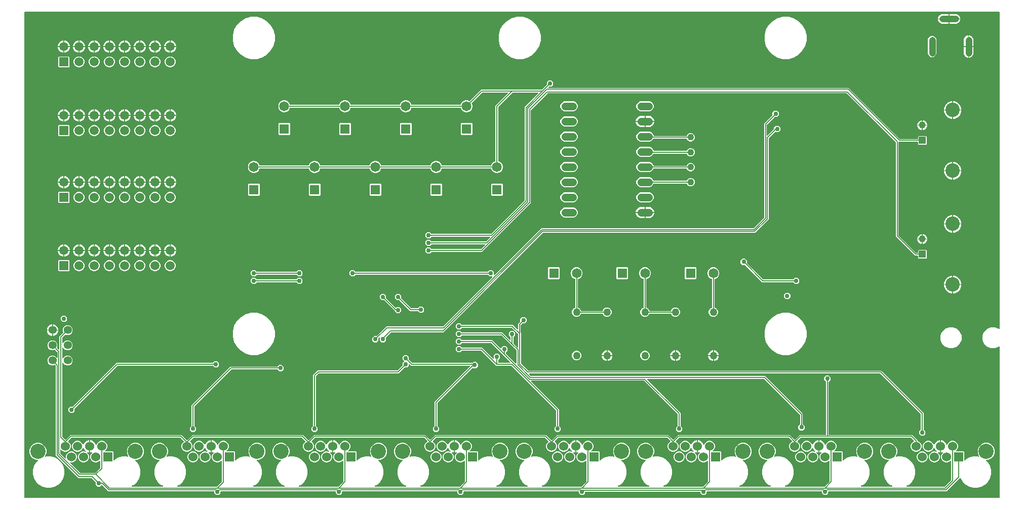
<source format=gbr>
G04 EAGLE Gerber RS-274X export*
G75*
%MOMM*%
%FSLAX34Y34*%
%LPD*%
%INBottom Copper*%
%IPPOS*%
%AMOC8*
5,1,8,0,0,1.08239X$1,22.5*%
G01*
G04 Define Apertures*
%ADD10C,1.310000*%
%ADD11C,1.100000*%
%ADD12R,1.500000X1.500000*%
%ADD13C,1.500000*%
%ADD14R,1.150000X1.150000*%
%ADD15C,1.150000*%
%ADD16C,2.400000*%
%ADD17C,1.260000*%
%ADD18C,1.360000*%
%ADD19R,1.650000X1.650000*%
%ADD20C,1.650000*%
%ADD21C,1.524000*%
%ADD22R,1.524000X1.524000*%
%ADD23C,2.540000*%
%ADD24C,1.060000*%
%ADD25C,0.756400*%
%ADD26C,0.152400*%
G36*
X1576675Y157540D02*
X1576378Y157480D01*
X-52578Y157480D01*
X-52853Y157531D01*
X-53108Y157695D01*
X-53280Y157945D01*
X-53340Y158242D01*
X-53340Y970028D01*
X-53289Y970303D01*
X-53125Y970558D01*
X-52875Y970730D01*
X-52578Y970790D01*
X1576378Y970790D01*
X1576653Y970739D01*
X1576908Y970575D01*
X1577080Y970325D01*
X1577140Y970028D01*
X1577140Y440865D01*
X1577093Y440601D01*
X1576934Y440343D01*
X1576686Y440168D01*
X1576390Y440103D01*
X1576092Y440158D01*
X1575839Y440326D01*
X1575744Y440421D01*
X1569253Y443110D01*
X1562227Y443110D01*
X1555736Y440421D01*
X1550769Y435454D01*
X1548080Y428963D01*
X1548080Y421937D01*
X1550769Y415446D01*
X1555736Y410479D01*
X1562227Y407790D01*
X1569253Y407790D01*
X1575744Y410479D01*
X1575839Y410574D01*
X1576059Y410727D01*
X1576354Y410797D01*
X1576653Y410746D01*
X1576908Y410583D01*
X1577080Y410333D01*
X1577140Y410035D01*
X1577140Y158242D01*
X1577089Y157967D01*
X1576925Y157712D01*
X1576675Y157540D01*
G37*
%LPC*%
G36*
X1473860Y959612D02*
X1491938Y959612D01*
X1491938Y966690D01*
X1480141Y966690D01*
X1477259Y965496D01*
X1475054Y963291D01*
X1473860Y960409D01*
X1473860Y959612D01*
G37*
G36*
X1493462Y959612D02*
X1511540Y959612D01*
X1511540Y960409D01*
X1510346Y963291D01*
X1508141Y965496D01*
X1505259Y966690D01*
X1493462Y966690D01*
X1493462Y959612D01*
G37*
G36*
X325571Y891940D02*
X334829Y891940D01*
X343771Y894336D01*
X351789Y898965D01*
X358335Y905511D01*
X362964Y913529D01*
X365360Y922471D01*
X365360Y931729D01*
X362964Y940671D01*
X358335Y948689D01*
X351789Y955235D01*
X343771Y959864D01*
X334829Y962260D01*
X325571Y962260D01*
X316629Y959864D01*
X308611Y955235D01*
X302065Y948689D01*
X297436Y940671D01*
X295040Y931729D01*
X295040Y922471D01*
X297436Y913529D01*
X302065Y905511D01*
X308611Y898965D01*
X316629Y894336D01*
X325571Y891940D01*
G37*
G36*
X1214571Y891940D02*
X1223829Y891940D01*
X1232771Y894336D01*
X1240789Y898965D01*
X1247335Y905511D01*
X1251964Y913529D01*
X1254360Y922471D01*
X1254360Y931729D01*
X1251964Y940671D01*
X1247335Y948689D01*
X1240789Y955235D01*
X1232771Y959864D01*
X1223829Y962260D01*
X1214571Y962260D01*
X1205629Y959864D01*
X1197611Y955235D01*
X1191065Y948689D01*
X1186436Y940671D01*
X1184040Y931729D01*
X1184040Y922471D01*
X1186436Y913529D01*
X1191065Y905511D01*
X1197611Y898965D01*
X1205629Y894336D01*
X1214571Y891940D01*
G37*
G36*
X770071Y891940D02*
X779329Y891940D01*
X788271Y894336D01*
X796289Y898965D01*
X802835Y905511D01*
X807464Y913529D01*
X809860Y922471D01*
X809860Y931729D01*
X807464Y940671D01*
X802835Y948689D01*
X796289Y955235D01*
X788271Y959864D01*
X779329Y962260D01*
X770071Y962260D01*
X761129Y959864D01*
X753111Y955235D01*
X746565Y948689D01*
X741936Y940671D01*
X739540Y931729D01*
X739540Y922471D01*
X741936Y913529D01*
X746565Y905511D01*
X753111Y898965D01*
X761129Y894336D01*
X770071Y891940D01*
G37*
G36*
X1493462Y951010D02*
X1505259Y951010D01*
X1508141Y952204D01*
X1510346Y954409D01*
X1511540Y957291D01*
X1511540Y958088D01*
X1493462Y958088D01*
X1493462Y951010D01*
G37*
G36*
X1480141Y951010D02*
X1491938Y951010D01*
X1491938Y958088D01*
X1473860Y958088D01*
X1473860Y957291D01*
X1475054Y954409D01*
X1477259Y952204D01*
X1480141Y951010D01*
G37*
G36*
X1517360Y913612D02*
X1524438Y913612D01*
X1524438Y931690D01*
X1523641Y931690D01*
X1520759Y930496D01*
X1518554Y928291D01*
X1517360Y925409D01*
X1517360Y913612D01*
G37*
G36*
X1525962Y913612D02*
X1533040Y913612D01*
X1533040Y925409D01*
X1531846Y928291D01*
X1529641Y930496D01*
X1526759Y931690D01*
X1525962Y931690D01*
X1525962Y913612D01*
G37*
G36*
X1462843Y895026D02*
X1465557Y895026D01*
X1468066Y896065D01*
X1469985Y897985D01*
X1471024Y900493D01*
X1471024Y925207D01*
X1469985Y927716D01*
X1468066Y929635D01*
X1465557Y930674D01*
X1462843Y930674D01*
X1460335Y929635D01*
X1458415Y927716D01*
X1457376Y925207D01*
X1457376Y900493D01*
X1458415Y897985D01*
X1460335Y896065D01*
X1462843Y895026D01*
G37*
G36*
X155060Y913244D02*
X164338Y913244D01*
X164338Y922522D01*
X163103Y922522D01*
X159413Y920993D01*
X156589Y918169D01*
X155060Y914479D01*
X155060Y913244D01*
G37*
G36*
X129660Y913244D02*
X138938Y913244D01*
X138938Y922522D01*
X137703Y922522D01*
X134013Y920993D01*
X131189Y918169D01*
X129660Y914479D01*
X129660Y913244D01*
G37*
G36*
X104260Y913244D02*
X113538Y913244D01*
X113538Y922522D01*
X112303Y922522D01*
X108613Y920993D01*
X105789Y918169D01*
X104260Y914479D01*
X104260Y913244D01*
G37*
G36*
X78860Y913244D02*
X88138Y913244D01*
X88138Y922522D01*
X86903Y922522D01*
X83213Y920993D01*
X80389Y918169D01*
X78860Y914479D01*
X78860Y913244D01*
G37*
G36*
X180460Y913244D02*
X189738Y913244D01*
X189738Y922522D01*
X188503Y922522D01*
X184813Y920993D01*
X181989Y918169D01*
X180460Y914479D01*
X180460Y913244D01*
G37*
G36*
X2660Y913244D02*
X11938Y913244D01*
X11938Y922522D01*
X10703Y922522D01*
X7013Y920993D01*
X4189Y918169D01*
X2660Y914479D01*
X2660Y913244D01*
G37*
G36*
X28060Y913244D02*
X37338Y913244D01*
X37338Y922522D01*
X36103Y922522D01*
X32413Y920993D01*
X29589Y918169D01*
X28060Y914479D01*
X28060Y913244D01*
G37*
G36*
X53460Y913244D02*
X62738Y913244D01*
X62738Y922522D01*
X61503Y922522D01*
X57813Y920993D01*
X54989Y918169D01*
X53460Y914479D01*
X53460Y913244D01*
G37*
G36*
X64262Y913244D02*
X73540Y913244D01*
X73540Y914479D01*
X72012Y918169D01*
X69187Y920993D01*
X65497Y922522D01*
X64262Y922522D01*
X64262Y913244D01*
G37*
G36*
X38862Y913244D02*
X48140Y913244D01*
X48140Y914479D01*
X46612Y918169D01*
X43787Y920993D01*
X40097Y922522D01*
X38862Y922522D01*
X38862Y913244D01*
G37*
G36*
X13462Y913244D02*
X22740Y913244D01*
X22740Y914479D01*
X21212Y918169D01*
X18387Y920993D01*
X14697Y922522D01*
X13462Y922522D01*
X13462Y913244D01*
G37*
G36*
X191262Y913244D02*
X200540Y913244D01*
X200540Y914479D01*
X199012Y918169D01*
X196187Y920993D01*
X192497Y922522D01*
X191262Y922522D01*
X191262Y913244D01*
G37*
G36*
X89662Y913244D02*
X98940Y913244D01*
X98940Y914479D01*
X97412Y918169D01*
X94587Y920993D01*
X90897Y922522D01*
X89662Y922522D01*
X89662Y913244D01*
G37*
G36*
X115062Y913244D02*
X124340Y913244D01*
X124340Y914479D01*
X122812Y918169D01*
X119987Y920993D01*
X116297Y922522D01*
X115062Y922522D01*
X115062Y913244D01*
G37*
G36*
X140462Y913244D02*
X149740Y913244D01*
X149740Y914479D01*
X148212Y918169D01*
X145387Y920993D01*
X141697Y922522D01*
X140462Y922522D01*
X140462Y913244D01*
G37*
G36*
X165862Y913244D02*
X175140Y913244D01*
X175140Y914479D01*
X173612Y918169D01*
X170787Y920993D01*
X167097Y922522D01*
X165862Y922522D01*
X165862Y913244D01*
G37*
G36*
X1523641Y894010D02*
X1524438Y894010D01*
X1524438Y912088D01*
X1517360Y912088D01*
X1517360Y900291D01*
X1518554Y897409D01*
X1520759Y895204D01*
X1523641Y894010D01*
G37*
G36*
X1525962Y894010D02*
X1526759Y894010D01*
X1529641Y895204D01*
X1531846Y897409D01*
X1533040Y900291D01*
X1533040Y912088D01*
X1525962Y912088D01*
X1525962Y894010D01*
G37*
G36*
X188503Y902442D02*
X189738Y902442D01*
X189738Y911720D01*
X180460Y911720D01*
X180460Y910485D01*
X181989Y906794D01*
X184813Y903970D01*
X188503Y902442D01*
G37*
G36*
X38862Y902442D02*
X40097Y902442D01*
X43787Y903970D01*
X46612Y906794D01*
X48140Y910485D01*
X48140Y911720D01*
X38862Y911720D01*
X38862Y902442D01*
G37*
G36*
X191262Y902442D02*
X192497Y902442D01*
X196187Y903970D01*
X199012Y906794D01*
X200540Y910485D01*
X200540Y911720D01*
X191262Y911720D01*
X191262Y902442D01*
G37*
G36*
X10703Y902442D02*
X11938Y902442D01*
X11938Y911720D01*
X2660Y911720D01*
X2660Y910485D01*
X4189Y906794D01*
X7013Y903970D01*
X10703Y902442D01*
G37*
G36*
X165862Y902442D02*
X167097Y902442D01*
X170787Y903970D01*
X173612Y906794D01*
X175140Y910485D01*
X175140Y911720D01*
X165862Y911720D01*
X165862Y902442D01*
G37*
G36*
X163103Y902442D02*
X164338Y902442D01*
X164338Y911720D01*
X155060Y911720D01*
X155060Y910485D01*
X156589Y906794D01*
X159413Y903970D01*
X163103Y902442D01*
G37*
G36*
X140462Y902442D02*
X141697Y902442D01*
X145387Y903970D01*
X148212Y906794D01*
X149740Y910485D01*
X149740Y911720D01*
X140462Y911720D01*
X140462Y902442D01*
G37*
G36*
X137703Y902442D02*
X138938Y902442D01*
X138938Y911720D01*
X129660Y911720D01*
X129660Y910485D01*
X131189Y906794D01*
X134013Y903970D01*
X137703Y902442D01*
G37*
G36*
X115062Y902442D02*
X116297Y902442D01*
X119987Y903970D01*
X122812Y906794D01*
X124340Y910485D01*
X124340Y911720D01*
X115062Y911720D01*
X115062Y902442D01*
G37*
G36*
X112303Y902442D02*
X113538Y902442D01*
X113538Y911720D01*
X104260Y911720D01*
X104260Y910485D01*
X105789Y906794D01*
X108613Y903970D01*
X112303Y902442D01*
G37*
G36*
X89662Y902442D02*
X90897Y902442D01*
X94587Y903970D01*
X97412Y906794D01*
X98940Y910485D01*
X98940Y911720D01*
X89662Y911720D01*
X89662Y902442D01*
G37*
G36*
X86903Y902442D02*
X88138Y902442D01*
X88138Y911720D01*
X78860Y911720D01*
X78860Y910485D01*
X80389Y906794D01*
X83213Y903970D01*
X86903Y902442D01*
G37*
G36*
X64262Y902442D02*
X65497Y902442D01*
X69187Y903970D01*
X72012Y906794D01*
X73540Y910485D01*
X73540Y911720D01*
X64262Y911720D01*
X64262Y902442D01*
G37*
G36*
X61503Y902442D02*
X62738Y902442D01*
X62738Y911720D01*
X53460Y911720D01*
X53460Y910485D01*
X54989Y906794D01*
X57813Y903970D01*
X61503Y902442D01*
G37*
G36*
X13462Y902442D02*
X14697Y902442D01*
X18387Y903970D01*
X21212Y906794D01*
X22740Y910485D01*
X22740Y911720D01*
X13462Y911720D01*
X13462Y902442D01*
G37*
G36*
X36103Y902442D02*
X37338Y902442D01*
X37338Y911720D01*
X28060Y911720D01*
X28060Y910485D01*
X29589Y906794D01*
X32413Y903970D01*
X36103Y902442D01*
G37*
G36*
X188705Y878058D02*
X192295Y878058D01*
X195612Y879431D01*
X198150Y881970D01*
X199524Y885287D01*
X199524Y888877D01*
X198150Y892193D01*
X195612Y894732D01*
X192295Y896106D01*
X188705Y896106D01*
X185388Y894732D01*
X182850Y892193D01*
X181476Y888877D01*
X181476Y885287D01*
X182850Y881970D01*
X185388Y879431D01*
X188705Y878058D01*
G37*
G36*
X163305Y878058D02*
X166895Y878058D01*
X170212Y879431D01*
X172750Y881970D01*
X174124Y885287D01*
X174124Y888877D01*
X172750Y892193D01*
X170212Y894732D01*
X166895Y896106D01*
X163305Y896106D01*
X159988Y894732D01*
X157450Y892193D01*
X156076Y888877D01*
X156076Y885287D01*
X157450Y881970D01*
X159988Y879431D01*
X163305Y878058D01*
G37*
G36*
X137905Y878058D02*
X141495Y878058D01*
X144812Y879431D01*
X147350Y881970D01*
X148724Y885287D01*
X148724Y888877D01*
X147350Y892193D01*
X144812Y894732D01*
X141495Y896106D01*
X137905Y896106D01*
X134588Y894732D01*
X132050Y892193D01*
X130676Y888877D01*
X130676Y885287D01*
X132050Y881970D01*
X134588Y879431D01*
X137905Y878058D01*
G37*
G36*
X112505Y878058D02*
X116095Y878058D01*
X119412Y879431D01*
X121950Y881970D01*
X123324Y885287D01*
X123324Y888877D01*
X121950Y892193D01*
X119412Y894732D01*
X116095Y896106D01*
X112505Y896106D01*
X109188Y894732D01*
X106650Y892193D01*
X105276Y888877D01*
X105276Y885287D01*
X106650Y881970D01*
X109188Y879431D01*
X112505Y878058D01*
G37*
G36*
X87105Y878058D02*
X90695Y878058D01*
X94012Y879431D01*
X96550Y881970D01*
X97924Y885287D01*
X97924Y888877D01*
X96550Y892193D01*
X94012Y894732D01*
X90695Y896106D01*
X87105Y896106D01*
X83788Y894732D01*
X81250Y892193D01*
X79876Y888877D01*
X79876Y885287D01*
X81250Y881970D01*
X83788Y879431D01*
X87105Y878058D01*
G37*
G36*
X36305Y878058D02*
X39895Y878058D01*
X43212Y879431D01*
X45750Y881970D01*
X47124Y885287D01*
X47124Y888877D01*
X45750Y892193D01*
X43212Y894732D01*
X39895Y896106D01*
X36305Y896106D01*
X32988Y894732D01*
X30450Y892193D01*
X29076Y888877D01*
X29076Y885287D01*
X30450Y881970D01*
X32988Y879431D01*
X36305Y878058D01*
G37*
G36*
X4569Y878058D02*
X20831Y878058D01*
X21724Y878950D01*
X21724Y895213D01*
X20831Y896106D01*
X4569Y896106D01*
X3676Y895213D01*
X3676Y878950D01*
X4569Y878058D01*
G37*
G36*
X61705Y878058D02*
X65295Y878058D01*
X68612Y879431D01*
X71150Y881970D01*
X72524Y885287D01*
X72524Y888877D01*
X71150Y892193D01*
X68612Y894732D01*
X65295Y896106D01*
X61705Y896106D01*
X58388Y894732D01*
X55850Y892193D01*
X54476Y888877D01*
X54476Y885287D01*
X55850Y881970D01*
X58388Y879431D01*
X61705Y878058D01*
G37*
G36*
X1441419Y557876D02*
X1454181Y557876D01*
X1455074Y558769D01*
X1455074Y571531D01*
X1454181Y572424D01*
X1441419Y572424D01*
X1440526Y571531D01*
X1440526Y568198D01*
X1440475Y567923D01*
X1440311Y567668D01*
X1440061Y567496D01*
X1439764Y567436D01*
X1437633Y567436D01*
X1437347Y567492D01*
X1437094Y567659D01*
X1408399Y596354D01*
X1408236Y596595D01*
X1408176Y596893D01*
X1408176Y752602D01*
X1408227Y752877D01*
X1408391Y753132D01*
X1408641Y753304D01*
X1408938Y753364D01*
X1439764Y753364D01*
X1440039Y753313D01*
X1440294Y753149D01*
X1440466Y752899D01*
X1440526Y752602D01*
X1440526Y749269D01*
X1441419Y748376D01*
X1454181Y748376D01*
X1455074Y749269D01*
X1455074Y762031D01*
X1454181Y762924D01*
X1441419Y762924D01*
X1440526Y762031D01*
X1440526Y758698D01*
X1440475Y758423D01*
X1440311Y758168D01*
X1440061Y757996D01*
X1439764Y757936D01*
X1410963Y757936D01*
X1410677Y757992D01*
X1410424Y758159D01*
X1325049Y843534D01*
X823207Y843534D01*
X822943Y843581D01*
X822685Y843740D01*
X822510Y843988D01*
X822445Y844284D01*
X822500Y844582D01*
X822668Y844835D01*
X823204Y845371D01*
X823445Y845534D01*
X823743Y845594D01*
X827698Y845594D01*
X830806Y848702D01*
X830806Y853098D01*
X827698Y856206D01*
X823302Y856206D01*
X820194Y853098D01*
X820194Y849143D01*
X820138Y848857D01*
X819971Y848604D01*
X812076Y840709D01*
X811835Y840546D01*
X811537Y840486D01*
X710253Y840486D01*
X691355Y821588D01*
X691119Y821427D01*
X690822Y821364D01*
X690524Y821422D01*
X687744Y822574D01*
X683856Y822574D01*
X680263Y821086D01*
X677514Y818337D01*
X676362Y815556D01*
X676206Y815318D01*
X675956Y815146D01*
X675658Y815086D01*
X594342Y815086D01*
X594061Y815139D01*
X593807Y815305D01*
X593638Y815556D01*
X592486Y818337D01*
X589737Y821086D01*
X586144Y822574D01*
X582256Y822574D01*
X578663Y821086D01*
X575914Y818337D01*
X574762Y815556D01*
X574606Y815318D01*
X574356Y815146D01*
X574058Y815086D01*
X492742Y815086D01*
X492461Y815139D01*
X492207Y815305D01*
X492038Y815556D01*
X490886Y818337D01*
X488137Y821086D01*
X484544Y822574D01*
X480656Y822574D01*
X477063Y821086D01*
X474314Y818337D01*
X473162Y815556D01*
X473006Y815318D01*
X472756Y815146D01*
X472458Y815086D01*
X391142Y815086D01*
X390861Y815139D01*
X390607Y815305D01*
X390438Y815556D01*
X389286Y818337D01*
X386537Y821086D01*
X382944Y822574D01*
X379056Y822574D01*
X375463Y821086D01*
X372714Y818337D01*
X371226Y814744D01*
X371226Y810856D01*
X372714Y807263D01*
X375463Y804514D01*
X379056Y803026D01*
X382944Y803026D01*
X386537Y804514D01*
X389286Y807263D01*
X390438Y810044D01*
X390594Y810282D01*
X390844Y810454D01*
X391142Y810514D01*
X472458Y810514D01*
X472739Y810461D01*
X472993Y810295D01*
X473162Y810044D01*
X474314Y807263D01*
X477063Y804514D01*
X480656Y803026D01*
X484544Y803026D01*
X488137Y804514D01*
X490886Y807263D01*
X492038Y810044D01*
X492194Y810282D01*
X492444Y810454D01*
X492742Y810514D01*
X574058Y810514D01*
X574339Y810461D01*
X574593Y810295D01*
X574762Y810044D01*
X575914Y807263D01*
X578663Y804514D01*
X582256Y803026D01*
X586144Y803026D01*
X589737Y804514D01*
X592486Y807263D01*
X593638Y810044D01*
X593794Y810282D01*
X594044Y810454D01*
X594342Y810514D01*
X675658Y810514D01*
X675939Y810461D01*
X676193Y810295D01*
X676362Y810044D01*
X677514Y807263D01*
X680263Y804514D01*
X683856Y803026D01*
X687744Y803026D01*
X691337Y804514D01*
X694086Y807263D01*
X695574Y810856D01*
X695574Y814744D01*
X694422Y817524D01*
X694365Y817804D01*
X694420Y818102D01*
X694588Y818355D01*
X711924Y835691D01*
X712165Y835854D01*
X712463Y835914D01*
X754641Y835914D01*
X754905Y835867D01*
X755163Y835708D01*
X755338Y835460D01*
X755403Y835164D01*
X755348Y834866D01*
X755180Y834613D01*
X734314Y813747D01*
X734314Y721342D01*
X734261Y721061D01*
X734095Y720807D01*
X733844Y720638D01*
X731063Y719486D01*
X728314Y716737D01*
X727162Y713956D01*
X727006Y713718D01*
X726756Y713546D01*
X726458Y713486D01*
X645142Y713486D01*
X644861Y713539D01*
X644607Y713705D01*
X644438Y713956D01*
X643286Y716737D01*
X640537Y719486D01*
X636944Y720974D01*
X633056Y720974D01*
X629463Y719486D01*
X626714Y716737D01*
X625562Y713956D01*
X625406Y713718D01*
X625156Y713546D01*
X624858Y713486D01*
X543542Y713486D01*
X543261Y713539D01*
X543007Y713705D01*
X542838Y713956D01*
X541686Y716737D01*
X538937Y719486D01*
X535344Y720974D01*
X531456Y720974D01*
X527863Y719486D01*
X525114Y716737D01*
X523962Y713956D01*
X523806Y713718D01*
X523556Y713546D01*
X523258Y713486D01*
X441942Y713486D01*
X441661Y713539D01*
X441407Y713705D01*
X441238Y713956D01*
X440086Y716737D01*
X437337Y719486D01*
X433744Y720974D01*
X429856Y720974D01*
X426263Y719486D01*
X423514Y716737D01*
X422362Y713956D01*
X422206Y713718D01*
X421956Y713546D01*
X421658Y713486D01*
X340342Y713486D01*
X340061Y713539D01*
X339807Y713705D01*
X339638Y713956D01*
X338486Y716737D01*
X335737Y719486D01*
X332144Y720974D01*
X328256Y720974D01*
X324663Y719486D01*
X321914Y716737D01*
X320426Y713144D01*
X320426Y709256D01*
X321914Y705663D01*
X324663Y702914D01*
X328256Y701426D01*
X332144Y701426D01*
X335737Y702914D01*
X338486Y705663D01*
X339638Y708444D01*
X339794Y708682D01*
X340044Y708854D01*
X340342Y708914D01*
X421658Y708914D01*
X421939Y708861D01*
X422193Y708695D01*
X422362Y708444D01*
X423514Y705663D01*
X426263Y702914D01*
X429856Y701426D01*
X433744Y701426D01*
X437337Y702914D01*
X440086Y705663D01*
X441238Y708444D01*
X441394Y708682D01*
X441644Y708854D01*
X441942Y708914D01*
X523258Y708914D01*
X523539Y708861D01*
X523793Y708695D01*
X523962Y708444D01*
X525114Y705663D01*
X527863Y702914D01*
X531456Y701426D01*
X535344Y701426D01*
X538937Y702914D01*
X541686Y705663D01*
X542838Y708444D01*
X542994Y708682D01*
X543244Y708854D01*
X543542Y708914D01*
X624858Y708914D01*
X625139Y708861D01*
X625393Y708695D01*
X625562Y708444D01*
X626714Y705663D01*
X629463Y702914D01*
X633056Y701426D01*
X636944Y701426D01*
X640537Y702914D01*
X643286Y705663D01*
X644438Y708444D01*
X644594Y708682D01*
X644844Y708854D01*
X645142Y708914D01*
X726458Y708914D01*
X726739Y708861D01*
X726993Y708695D01*
X727162Y708444D01*
X728314Y705663D01*
X731063Y702914D01*
X734656Y701426D01*
X738544Y701426D01*
X742137Y702914D01*
X744886Y705663D01*
X746374Y709256D01*
X746374Y713144D01*
X744886Y716737D01*
X742137Y719486D01*
X739356Y720638D01*
X739118Y720794D01*
X738946Y721044D01*
X738886Y721342D01*
X738886Y811537D01*
X738942Y811823D01*
X739109Y812076D01*
X762724Y835691D01*
X762965Y835854D01*
X763263Y835914D01*
X805441Y835914D01*
X805705Y835867D01*
X805963Y835708D01*
X806138Y835460D01*
X806203Y835164D01*
X806148Y834866D01*
X805980Y834613D01*
X782950Y811583D01*
X782950Y655420D01*
X782894Y655134D01*
X782727Y654881D01*
X727255Y599409D01*
X727014Y599246D01*
X726716Y599186D01*
X627833Y599186D01*
X627547Y599242D01*
X627295Y599409D01*
X624498Y602206D01*
X620102Y602206D01*
X616994Y599098D01*
X616994Y594702D01*
X620102Y591594D01*
X624498Y591594D01*
X627295Y594391D01*
X627536Y594554D01*
X627833Y594614D01*
X724931Y594614D01*
X725194Y594567D01*
X725452Y594408D01*
X725628Y594160D01*
X725693Y593864D01*
X725637Y593566D01*
X725470Y593313D01*
X718866Y586709D01*
X718624Y586546D01*
X718327Y586486D01*
X627833Y586486D01*
X627547Y586542D01*
X627295Y586709D01*
X624498Y589506D01*
X620102Y589506D01*
X616994Y586398D01*
X616994Y582002D01*
X620102Y578894D01*
X624498Y578894D01*
X627295Y581691D01*
X627536Y581854D01*
X627833Y581914D01*
X716541Y581914D01*
X716805Y581867D01*
X717063Y581708D01*
X717238Y581460D01*
X717303Y581164D01*
X717248Y580866D01*
X717080Y580613D01*
X710476Y574009D01*
X710235Y573846D01*
X709937Y573786D01*
X627833Y573786D01*
X627547Y573842D01*
X627295Y574009D01*
X624498Y576806D01*
X620102Y576806D01*
X616994Y573698D01*
X616994Y569302D01*
X620102Y566194D01*
X624498Y566194D01*
X627295Y568991D01*
X627536Y569154D01*
X627833Y569214D01*
X712147Y569214D01*
X793618Y650685D01*
X793618Y806419D01*
X793674Y806705D01*
X793841Y806958D01*
X821224Y834340D01*
X821466Y834503D01*
X821763Y834564D01*
X1320888Y834564D01*
X1321174Y834508D01*
X1321427Y834340D01*
X1403381Y752386D01*
X1403544Y752145D01*
X1403604Y751847D01*
X1403604Y594683D01*
X1435423Y562864D01*
X1439764Y562864D01*
X1440039Y562813D01*
X1440294Y562649D01*
X1440466Y562399D01*
X1440526Y562102D01*
X1440526Y558769D01*
X1441419Y557876D01*
G37*
G36*
X1499362Y807212D02*
X1513140Y807212D01*
X1513140Y809342D01*
X1510926Y814686D01*
X1506836Y818776D01*
X1501492Y820990D01*
X1499362Y820990D01*
X1499362Y807212D01*
G37*
G36*
X1484060Y807212D02*
X1497838Y807212D01*
X1497838Y820990D01*
X1495708Y820990D01*
X1490364Y818776D01*
X1486274Y814686D01*
X1484060Y809342D01*
X1484060Y807212D01*
G37*
G36*
X849094Y804726D02*
X865406Y804726D01*
X868374Y805955D01*
X870645Y808226D01*
X871874Y811194D01*
X871874Y814406D01*
X870645Y817374D01*
X868374Y819645D01*
X865406Y820874D01*
X849094Y820874D01*
X846126Y819645D01*
X843855Y817374D01*
X842626Y814406D01*
X842626Y811194D01*
X843855Y808226D01*
X846126Y805955D01*
X849094Y804726D01*
G37*
G36*
X976094Y804726D02*
X992406Y804726D01*
X995374Y805955D01*
X997645Y808226D01*
X998874Y811194D01*
X998874Y814406D01*
X997645Y817374D01*
X995374Y819645D01*
X992406Y820874D01*
X976094Y820874D01*
X973126Y819645D01*
X970855Y817374D01*
X969626Y814406D01*
X969626Y811194D01*
X970855Y808226D01*
X973126Y805955D01*
X976094Y804726D01*
G37*
G36*
X165862Y798364D02*
X175140Y798364D01*
X175140Y799599D01*
X173612Y803289D01*
X170787Y806113D01*
X167097Y807642D01*
X165862Y807642D01*
X165862Y798364D01*
G37*
G36*
X155060Y798364D02*
X164338Y798364D01*
X164338Y807642D01*
X163103Y807642D01*
X159413Y806113D01*
X156589Y803289D01*
X155060Y799599D01*
X155060Y798364D01*
G37*
G36*
X129660Y798364D02*
X138938Y798364D01*
X138938Y807642D01*
X137703Y807642D01*
X134013Y806113D01*
X131189Y803289D01*
X129660Y799599D01*
X129660Y798364D01*
G37*
G36*
X104260Y798364D02*
X113538Y798364D01*
X113538Y807642D01*
X112303Y807642D01*
X108613Y806113D01*
X105789Y803289D01*
X104260Y799599D01*
X104260Y798364D01*
G37*
G36*
X115062Y798364D02*
X124340Y798364D01*
X124340Y799599D01*
X122812Y803289D01*
X119987Y806113D01*
X116297Y807642D01*
X115062Y807642D01*
X115062Y798364D01*
G37*
G36*
X78860Y798364D02*
X88138Y798364D01*
X88138Y807642D01*
X86903Y807642D01*
X83213Y806113D01*
X80389Y803289D01*
X78860Y799599D01*
X78860Y798364D01*
G37*
G36*
X89662Y798364D02*
X98940Y798364D01*
X98940Y799599D01*
X97412Y803289D01*
X94587Y806113D01*
X90897Y807642D01*
X89662Y807642D01*
X89662Y798364D01*
G37*
G36*
X64262Y798364D02*
X73540Y798364D01*
X73540Y799599D01*
X72012Y803289D01*
X69187Y806113D01*
X65497Y807642D01*
X64262Y807642D01*
X64262Y798364D01*
G37*
G36*
X38862Y798364D02*
X48140Y798364D01*
X48140Y799599D01*
X46612Y803289D01*
X43787Y806113D01*
X40097Y807642D01*
X38862Y807642D01*
X38862Y798364D01*
G37*
G36*
X191262Y798364D02*
X200540Y798364D01*
X200540Y799599D01*
X199012Y803289D01*
X196187Y806113D01*
X192497Y807642D01*
X191262Y807642D01*
X191262Y798364D01*
G37*
G36*
X13462Y798364D02*
X22740Y798364D01*
X22740Y799599D01*
X21212Y803289D01*
X18387Y806113D01*
X14697Y807642D01*
X13462Y807642D01*
X13462Y798364D01*
G37*
G36*
X53460Y798364D02*
X62738Y798364D01*
X62738Y807642D01*
X61503Y807642D01*
X57813Y806113D01*
X54989Y803289D01*
X53460Y799599D01*
X53460Y798364D01*
G37*
G36*
X28060Y798364D02*
X37338Y798364D01*
X37338Y807642D01*
X36103Y807642D01*
X32413Y806113D01*
X29589Y803289D01*
X28060Y799599D01*
X28060Y798364D01*
G37*
G36*
X180460Y798364D02*
X189738Y798364D01*
X189738Y807642D01*
X188503Y807642D01*
X184813Y806113D01*
X181989Y803289D01*
X180460Y799599D01*
X180460Y798364D01*
G37*
G36*
X140462Y798364D02*
X149740Y798364D01*
X149740Y799599D01*
X148212Y803289D01*
X145387Y806113D01*
X141697Y807642D01*
X140462Y807642D01*
X140462Y798364D01*
G37*
G36*
X2660Y798364D02*
X11938Y798364D01*
X11938Y807642D01*
X10703Y807642D01*
X7013Y806113D01*
X4189Y803289D01*
X2660Y799599D01*
X2660Y798364D01*
G37*
G36*
X1499362Y791910D02*
X1501492Y791910D01*
X1506836Y794124D01*
X1510926Y798214D01*
X1513140Y803558D01*
X1513140Y805688D01*
X1499362Y805688D01*
X1499362Y791910D01*
G37*
G36*
X1495708Y791910D02*
X1497838Y791910D01*
X1497838Y805688D01*
X1484060Y805688D01*
X1484060Y803558D01*
X1486274Y798214D01*
X1490364Y794124D01*
X1495708Y791910D01*
G37*
G36*
X531202Y417604D02*
X535598Y417604D01*
X538706Y420712D01*
X538706Y424667D01*
X538762Y424953D01*
X538929Y425206D01*
X539493Y425770D01*
X539713Y425923D01*
X540008Y425993D01*
X540307Y425942D01*
X540562Y425779D01*
X540734Y425529D01*
X540794Y425231D01*
X540794Y420712D01*
X543902Y417604D01*
X548298Y417604D01*
X551406Y420712D01*
X551406Y425108D01*
X551372Y425142D01*
X551214Y425372D01*
X551149Y425668D01*
X551205Y425966D01*
X551372Y426219D01*
X559524Y434371D01*
X559765Y434534D01*
X560063Y434594D01*
X647377Y434594D01*
X813524Y600741D01*
X813765Y600904D01*
X814063Y600964D01*
X1168577Y600964D01*
X1191006Y623393D01*
X1191006Y758967D01*
X1191062Y759253D01*
X1191229Y759506D01*
X1201536Y769813D01*
X1201767Y769971D01*
X1202063Y770036D01*
X1202361Y769980D01*
X1202614Y769813D01*
X1203032Y769394D01*
X1207428Y769394D01*
X1210536Y772502D01*
X1210536Y776898D01*
X1207428Y780006D01*
X1203032Y780006D01*
X1199924Y776898D01*
X1199924Y774982D01*
X1199868Y774696D01*
X1199701Y774443D01*
X1189259Y764001D01*
X1189039Y763848D01*
X1188744Y763778D01*
X1188445Y763829D01*
X1188190Y763993D01*
X1188018Y764243D01*
X1187958Y764540D01*
X1187958Y781819D01*
X1188014Y782105D01*
X1188181Y782358D01*
X1200394Y794571D01*
X1200635Y794734D01*
X1200933Y794794D01*
X1204888Y794794D01*
X1207996Y797902D01*
X1207996Y802298D01*
X1204888Y805406D01*
X1200492Y805406D01*
X1197384Y802298D01*
X1197384Y798343D01*
X1197328Y798057D01*
X1197161Y797804D01*
X1183386Y784029D01*
X1183386Y626865D01*
X1183330Y626579D01*
X1183163Y626326D01*
X1165644Y608807D01*
X1165403Y608644D01*
X1165105Y608584D01*
X810591Y608584D01*
X733047Y531040D01*
X732827Y530887D01*
X732532Y530817D01*
X732233Y530868D01*
X731978Y531032D01*
X731806Y531282D01*
X731746Y531579D01*
X731746Y535598D01*
X728638Y538706D01*
X724242Y538706D01*
X721445Y535909D01*
X721204Y535746D01*
X720907Y535686D01*
X500833Y535686D01*
X500547Y535742D01*
X500295Y535909D01*
X497498Y538706D01*
X493102Y538706D01*
X489994Y535598D01*
X489994Y531202D01*
X493102Y528094D01*
X497498Y528094D01*
X500295Y530891D01*
X500536Y531054D01*
X500833Y531114D01*
X720907Y531114D01*
X721193Y531058D01*
X721445Y530891D01*
X724242Y528094D01*
X728261Y528094D01*
X728524Y528047D01*
X728782Y527888D01*
X728958Y527640D01*
X729023Y527344D01*
X728967Y527046D01*
X728800Y526793D01*
X646476Y444469D01*
X646234Y444306D01*
X645937Y444246D01*
X551503Y444246D01*
X535696Y428439D01*
X535455Y428276D01*
X535157Y428216D01*
X531202Y428216D01*
X528094Y425108D01*
X528094Y420712D01*
X531202Y417604D01*
G37*
G36*
X89662Y787562D02*
X90897Y787562D01*
X94587Y789090D01*
X97412Y791914D01*
X98940Y795604D01*
X98940Y796840D01*
X89662Y796840D01*
X89662Y787562D01*
G37*
G36*
X140462Y787562D02*
X141697Y787562D01*
X145387Y789090D01*
X148212Y791914D01*
X149740Y795604D01*
X149740Y796840D01*
X140462Y796840D01*
X140462Y787562D01*
G37*
G36*
X10703Y787562D02*
X11938Y787562D01*
X11938Y796840D01*
X2660Y796840D01*
X2660Y795604D01*
X4189Y791914D01*
X7013Y789090D01*
X10703Y787562D01*
G37*
G36*
X13462Y787562D02*
X14697Y787562D01*
X18387Y789090D01*
X21212Y791914D01*
X22740Y795604D01*
X22740Y796840D01*
X13462Y796840D01*
X13462Y787562D01*
G37*
G36*
X36103Y787562D02*
X37338Y787562D01*
X37338Y796840D01*
X28060Y796840D01*
X28060Y795604D01*
X29589Y791914D01*
X32413Y789090D01*
X36103Y787562D01*
G37*
G36*
X38862Y787562D02*
X40097Y787562D01*
X43787Y789090D01*
X46612Y791914D01*
X48140Y795604D01*
X48140Y796840D01*
X38862Y796840D01*
X38862Y787562D01*
G37*
G36*
X61503Y787562D02*
X62738Y787562D01*
X62738Y796840D01*
X53460Y796840D01*
X53460Y795604D01*
X54989Y791914D01*
X57813Y789090D01*
X61503Y787562D01*
G37*
G36*
X64262Y787562D02*
X65497Y787562D01*
X69187Y789090D01*
X72012Y791914D01*
X73540Y795604D01*
X73540Y796840D01*
X64262Y796840D01*
X64262Y787562D01*
G37*
G36*
X86903Y787562D02*
X88138Y787562D01*
X88138Y796840D01*
X78860Y796840D01*
X78860Y795604D01*
X80389Y791914D01*
X83213Y789090D01*
X86903Y787562D01*
G37*
G36*
X112303Y787562D02*
X113538Y787562D01*
X113538Y796840D01*
X104260Y796840D01*
X104260Y795604D01*
X105789Y791914D01*
X108613Y789090D01*
X112303Y787562D01*
G37*
G36*
X115062Y787562D02*
X116297Y787562D01*
X119987Y789090D01*
X122812Y791914D01*
X124340Y795604D01*
X124340Y796840D01*
X115062Y796840D01*
X115062Y787562D01*
G37*
G36*
X137703Y787562D02*
X138938Y787562D01*
X138938Y796840D01*
X129660Y796840D01*
X129660Y795604D01*
X131189Y791914D01*
X134013Y789090D01*
X137703Y787562D01*
G37*
G36*
X163103Y787562D02*
X164338Y787562D01*
X164338Y796840D01*
X155060Y796840D01*
X155060Y795604D01*
X156589Y791914D01*
X159413Y789090D01*
X163103Y787562D01*
G37*
G36*
X191262Y787562D02*
X192497Y787562D01*
X196187Y789090D01*
X199012Y791914D01*
X200540Y795604D01*
X200540Y796840D01*
X191262Y796840D01*
X191262Y787562D01*
G37*
G36*
X188503Y787562D02*
X189738Y787562D01*
X189738Y796840D01*
X180460Y796840D01*
X180460Y795604D01*
X181989Y791914D01*
X184813Y789090D01*
X188503Y787562D01*
G37*
G36*
X165862Y787562D02*
X167097Y787562D01*
X170787Y789090D01*
X173612Y791914D01*
X175140Y795604D01*
X175140Y796840D01*
X165862Y796840D01*
X165862Y787562D01*
G37*
G36*
X985012Y788162D02*
X999890Y788162D01*
X999890Y789208D01*
X998506Y792549D01*
X995949Y795106D01*
X992608Y796490D01*
X985012Y796490D01*
X985012Y788162D01*
G37*
G36*
X968610Y788162D02*
X983488Y788162D01*
X983488Y796490D01*
X975892Y796490D01*
X972551Y795106D01*
X969994Y792549D01*
X968610Y789208D01*
X968610Y788162D01*
G37*
G36*
X849094Y779326D02*
X865406Y779326D01*
X868374Y780555D01*
X870645Y782826D01*
X871874Y785794D01*
X871874Y789006D01*
X870645Y791974D01*
X868374Y794245D01*
X865406Y795474D01*
X849094Y795474D01*
X846126Y794245D01*
X843855Y791974D01*
X842626Y789006D01*
X842626Y785794D01*
X843855Y782826D01*
X846126Y780555D01*
X849094Y779326D01*
G37*
G36*
X1448562Y781812D02*
X1456090Y781812D01*
X1456090Y782699D01*
X1454828Y785746D01*
X1452496Y788078D01*
X1449449Y789340D01*
X1448562Y789340D01*
X1448562Y781812D01*
G37*
G36*
X1439510Y781812D02*
X1447038Y781812D01*
X1447038Y789340D01*
X1446151Y789340D01*
X1443104Y788078D01*
X1440772Y785746D01*
X1439510Y782699D01*
X1439510Y781812D01*
G37*
G36*
X975892Y778310D02*
X983488Y778310D01*
X983488Y786638D01*
X968610Y786638D01*
X968610Y785592D01*
X969994Y782251D01*
X972551Y779694D01*
X975892Y778310D01*
G37*
G36*
X985012Y778310D02*
X992608Y778310D01*
X995949Y779694D01*
X998506Y782251D01*
X999890Y785592D01*
X999890Y786638D01*
X985012Y786638D01*
X985012Y778310D01*
G37*
G36*
X473719Y764926D02*
X491481Y764926D01*
X492374Y765819D01*
X492374Y783581D01*
X491481Y784474D01*
X473719Y784474D01*
X472826Y783581D01*
X472826Y765819D01*
X473719Y764926D01*
G37*
G36*
X372119Y764926D02*
X389881Y764926D01*
X390774Y765819D01*
X390774Y783581D01*
X389881Y784474D01*
X372119Y784474D01*
X371226Y783581D01*
X371226Y765819D01*
X372119Y764926D01*
G37*
G36*
X575319Y764926D02*
X593081Y764926D01*
X593974Y765819D01*
X593974Y783581D01*
X593081Y784474D01*
X575319Y784474D01*
X574426Y783581D01*
X574426Y765819D01*
X575319Y764926D01*
G37*
G36*
X676919Y764926D02*
X694681Y764926D01*
X695574Y765819D01*
X695574Y783581D01*
X694681Y784474D01*
X676919Y784474D01*
X676026Y783581D01*
X676026Y765819D01*
X676919Y764926D01*
G37*
G36*
X87105Y763178D02*
X90695Y763178D01*
X94012Y764551D01*
X96550Y767090D01*
X97924Y770407D01*
X97924Y773997D01*
X96550Y777313D01*
X94012Y779852D01*
X90695Y781226D01*
X87105Y781226D01*
X83788Y779852D01*
X81250Y777313D01*
X79876Y773997D01*
X79876Y770407D01*
X81250Y767090D01*
X83788Y764551D01*
X87105Y763178D01*
G37*
G36*
X4569Y763178D02*
X20831Y763178D01*
X21724Y764070D01*
X21724Y780333D01*
X20831Y781226D01*
X4569Y781226D01*
X3676Y780333D01*
X3676Y764070D01*
X4569Y763178D01*
G37*
G36*
X188705Y763178D02*
X192295Y763178D01*
X195612Y764551D01*
X198150Y767090D01*
X199524Y770407D01*
X199524Y773997D01*
X198150Y777313D01*
X195612Y779852D01*
X192295Y781226D01*
X188705Y781226D01*
X185388Y779852D01*
X182850Y777313D01*
X181476Y773997D01*
X181476Y770407D01*
X182850Y767090D01*
X185388Y764551D01*
X188705Y763178D01*
G37*
G36*
X112505Y763178D02*
X116095Y763178D01*
X119412Y764551D01*
X121950Y767090D01*
X123324Y770407D01*
X123324Y773997D01*
X121950Y777313D01*
X119412Y779852D01*
X116095Y781226D01*
X112505Y781226D01*
X109188Y779852D01*
X106650Y777313D01*
X105276Y773997D01*
X105276Y770407D01*
X106650Y767090D01*
X109188Y764551D01*
X112505Y763178D01*
G37*
G36*
X137905Y763178D02*
X141495Y763178D01*
X144812Y764551D01*
X147350Y767090D01*
X148724Y770407D01*
X148724Y773997D01*
X147350Y777313D01*
X144812Y779852D01*
X141495Y781226D01*
X137905Y781226D01*
X134588Y779852D01*
X132050Y777313D01*
X130676Y773997D01*
X130676Y770407D01*
X132050Y767090D01*
X134588Y764551D01*
X137905Y763178D01*
G37*
G36*
X61705Y763178D02*
X65295Y763178D01*
X68612Y764551D01*
X71150Y767090D01*
X72524Y770407D01*
X72524Y773997D01*
X71150Y777313D01*
X68612Y779852D01*
X65295Y781226D01*
X61705Y781226D01*
X58388Y779852D01*
X55850Y777313D01*
X54476Y773997D01*
X54476Y770407D01*
X55850Y767090D01*
X58388Y764551D01*
X61705Y763178D01*
G37*
G36*
X163305Y763178D02*
X166895Y763178D01*
X170212Y764551D01*
X172750Y767090D01*
X174124Y770407D01*
X174124Y773997D01*
X172750Y777313D01*
X170212Y779852D01*
X166895Y781226D01*
X163305Y781226D01*
X159988Y779852D01*
X157450Y777313D01*
X156076Y773997D01*
X156076Y770407D01*
X157450Y767090D01*
X159988Y764551D01*
X163305Y763178D01*
G37*
G36*
X36305Y763178D02*
X39895Y763178D01*
X43212Y764551D01*
X45750Y767090D01*
X47124Y770407D01*
X47124Y773997D01*
X45750Y777313D01*
X43212Y779852D01*
X39895Y781226D01*
X36305Y781226D01*
X32988Y779852D01*
X30450Y777313D01*
X29076Y773997D01*
X29076Y770407D01*
X30450Y767090D01*
X32988Y764551D01*
X36305Y763178D01*
G37*
G36*
X1448562Y772760D02*
X1449449Y772760D01*
X1452496Y774022D01*
X1454828Y776354D01*
X1456090Y779401D01*
X1456090Y780288D01*
X1448562Y780288D01*
X1448562Y772760D01*
G37*
G36*
X1446151Y772760D02*
X1447038Y772760D01*
X1447038Y780288D01*
X1439510Y780288D01*
X1439510Y779401D01*
X1440772Y776354D01*
X1443104Y774022D01*
X1446151Y772760D01*
G37*
G36*
X1059053Y753776D02*
X1061847Y753776D01*
X1064429Y754845D01*
X1066405Y756821D01*
X1067474Y759403D01*
X1067474Y762197D01*
X1066405Y764779D01*
X1064429Y766755D01*
X1061847Y767824D01*
X1059053Y767824D01*
X1056471Y766755D01*
X1054495Y764779D01*
X1053989Y763556D01*
X1053832Y763318D01*
X1053582Y763146D01*
X1053285Y763086D01*
X999599Y763086D01*
X999318Y763139D01*
X999064Y763305D01*
X998895Y763556D01*
X997645Y766574D01*
X995374Y768845D01*
X992406Y770074D01*
X976094Y770074D01*
X973126Y768845D01*
X970855Y766574D01*
X969626Y763606D01*
X969626Y760394D01*
X970855Y757426D01*
X973126Y755155D01*
X976094Y753926D01*
X992406Y753926D01*
X995374Y755155D01*
X997645Y757426D01*
X997900Y758044D01*
X998057Y758282D01*
X998307Y758454D01*
X998604Y758514D01*
X1053285Y758514D01*
X1053565Y758461D01*
X1053820Y758295D01*
X1053989Y758044D01*
X1054495Y756821D01*
X1056471Y754845D01*
X1059053Y753776D01*
G37*
G36*
X849094Y753926D02*
X865406Y753926D01*
X868374Y755155D01*
X870645Y757426D01*
X871874Y760394D01*
X871874Y763606D01*
X870645Y766574D01*
X868374Y768845D01*
X865406Y770074D01*
X849094Y770074D01*
X846126Y768845D01*
X843855Y766574D01*
X842626Y763606D01*
X842626Y760394D01*
X843855Y757426D01*
X846126Y755155D01*
X849094Y753926D01*
G37*
G36*
X849094Y728526D02*
X865406Y728526D01*
X868374Y729755D01*
X870645Y732026D01*
X871874Y734994D01*
X871874Y738206D01*
X870645Y741174D01*
X868374Y743445D01*
X865406Y744674D01*
X849094Y744674D01*
X846126Y743445D01*
X843855Y741174D01*
X842626Y738206D01*
X842626Y734994D01*
X843855Y732026D01*
X846126Y729755D01*
X849094Y728526D01*
G37*
G36*
X976094Y728526D02*
X992406Y728526D01*
X995374Y729755D01*
X997645Y732026D01*
X998066Y733044D01*
X998223Y733282D01*
X998473Y733454D01*
X998770Y733514D01*
X1053285Y733514D01*
X1053565Y733461D01*
X1053820Y733295D01*
X1053989Y733044D01*
X1054495Y731821D01*
X1056471Y729845D01*
X1059053Y728776D01*
X1061847Y728776D01*
X1064429Y729845D01*
X1066405Y731821D01*
X1067474Y734403D01*
X1067474Y737197D01*
X1066405Y739779D01*
X1064429Y741755D01*
X1061847Y742824D01*
X1059053Y742824D01*
X1056471Y741755D01*
X1054495Y739779D01*
X1053989Y738556D01*
X1053832Y738318D01*
X1053582Y738146D01*
X1053285Y738086D01*
X999433Y738086D01*
X999153Y738139D01*
X998898Y738305D01*
X998729Y738556D01*
X997645Y741174D01*
X995374Y743445D01*
X992406Y744674D01*
X976094Y744674D01*
X973126Y743445D01*
X970855Y741174D01*
X969626Y738206D01*
X969626Y734994D01*
X970855Y732026D01*
X973126Y729755D01*
X976094Y728526D01*
G37*
G36*
X1499362Y705612D02*
X1513140Y705612D01*
X1513140Y707742D01*
X1510926Y713086D01*
X1506836Y717176D01*
X1501492Y719390D01*
X1499362Y719390D01*
X1499362Y705612D01*
G37*
G36*
X1484060Y705612D02*
X1497838Y705612D01*
X1497838Y719390D01*
X1495708Y719390D01*
X1490364Y717176D01*
X1486274Y713086D01*
X1484060Y707742D01*
X1484060Y705612D01*
G37*
G36*
X976094Y703126D02*
X992406Y703126D01*
X995374Y704355D01*
X997645Y706626D01*
X998232Y708044D01*
X998388Y708282D01*
X998639Y708454D01*
X998936Y708514D01*
X1053285Y708514D01*
X1053565Y708461D01*
X1053820Y708295D01*
X1053989Y708044D01*
X1054495Y706821D01*
X1056471Y704845D01*
X1059053Y703776D01*
X1061847Y703776D01*
X1064429Y704845D01*
X1066405Y706821D01*
X1067474Y709403D01*
X1067474Y712197D01*
X1066405Y714779D01*
X1064429Y716755D01*
X1061847Y717824D01*
X1059053Y717824D01*
X1056471Y716755D01*
X1054495Y714779D01*
X1053989Y713556D01*
X1053832Y713318D01*
X1053582Y713146D01*
X1053285Y713086D01*
X999267Y713086D01*
X998987Y713139D01*
X998733Y713305D01*
X998563Y713556D01*
X997645Y715774D01*
X995374Y718045D01*
X992406Y719274D01*
X976094Y719274D01*
X973126Y718045D01*
X970855Y715774D01*
X969626Y712806D01*
X969626Y709594D01*
X970855Y706626D01*
X973126Y704355D01*
X976094Y703126D01*
G37*
G36*
X849094Y703126D02*
X865406Y703126D01*
X868374Y704355D01*
X870645Y706626D01*
X871874Y709594D01*
X871874Y712806D01*
X870645Y715774D01*
X868374Y718045D01*
X865406Y719274D01*
X849094Y719274D01*
X846126Y718045D01*
X843855Y715774D01*
X842626Y712806D01*
X842626Y709594D01*
X843855Y706626D01*
X846126Y704355D01*
X849094Y703126D01*
G37*
G36*
X1499362Y690310D02*
X1501492Y690310D01*
X1506836Y692524D01*
X1510926Y696614D01*
X1513140Y701958D01*
X1513140Y704088D01*
X1499362Y704088D01*
X1499362Y690310D01*
G37*
G36*
X1495708Y690310D02*
X1497838Y690310D01*
X1497838Y704088D01*
X1484060Y704088D01*
X1484060Y701958D01*
X1486274Y696614D01*
X1490364Y692524D01*
X1495708Y690310D01*
G37*
G36*
X191262Y686562D02*
X200540Y686562D01*
X200540Y687797D01*
X199012Y691487D01*
X196187Y694312D01*
X192497Y695840D01*
X191262Y695840D01*
X191262Y686562D01*
G37*
G36*
X165862Y686562D02*
X175140Y686562D01*
X175140Y687797D01*
X173612Y691487D01*
X170787Y694312D01*
X167097Y695840D01*
X165862Y695840D01*
X165862Y686562D01*
G37*
G36*
X140462Y686562D02*
X149740Y686562D01*
X149740Y687797D01*
X148212Y691487D01*
X145387Y694312D01*
X141697Y695840D01*
X140462Y695840D01*
X140462Y686562D01*
G37*
G36*
X115062Y686562D02*
X124340Y686562D01*
X124340Y687797D01*
X122812Y691487D01*
X119987Y694312D01*
X116297Y695840D01*
X115062Y695840D01*
X115062Y686562D01*
G37*
G36*
X89662Y686562D02*
X98940Y686562D01*
X98940Y687797D01*
X97412Y691487D01*
X94587Y694312D01*
X90897Y695840D01*
X89662Y695840D01*
X89662Y686562D01*
G37*
G36*
X64262Y686562D02*
X73540Y686562D01*
X73540Y687797D01*
X72012Y691487D01*
X69187Y694312D01*
X65497Y695840D01*
X64262Y695840D01*
X64262Y686562D01*
G37*
G36*
X13462Y686562D02*
X22740Y686562D01*
X22740Y687797D01*
X21212Y691487D01*
X18387Y694312D01*
X14697Y695840D01*
X13462Y695840D01*
X13462Y686562D01*
G37*
G36*
X38862Y686562D02*
X48140Y686562D01*
X48140Y687797D01*
X46612Y691487D01*
X43787Y694312D01*
X40097Y695840D01*
X38862Y695840D01*
X38862Y686562D01*
G37*
G36*
X28060Y686562D02*
X37338Y686562D01*
X37338Y695840D01*
X36103Y695840D01*
X32413Y694312D01*
X29589Y691487D01*
X28060Y687797D01*
X28060Y686562D01*
G37*
G36*
X180460Y686562D02*
X189738Y686562D01*
X189738Y695840D01*
X188503Y695840D01*
X184813Y694312D01*
X181989Y691487D01*
X180460Y687797D01*
X180460Y686562D01*
G37*
G36*
X155060Y686562D02*
X164338Y686562D01*
X164338Y695840D01*
X163103Y695840D01*
X159413Y694312D01*
X156589Y691487D01*
X155060Y687797D01*
X155060Y686562D01*
G37*
G36*
X129660Y686562D02*
X138938Y686562D01*
X138938Y695840D01*
X137703Y695840D01*
X134013Y694312D01*
X131189Y691487D01*
X129660Y687797D01*
X129660Y686562D01*
G37*
G36*
X104260Y686562D02*
X113538Y686562D01*
X113538Y695840D01*
X112303Y695840D01*
X108613Y694312D01*
X105789Y691487D01*
X104260Y687797D01*
X104260Y686562D01*
G37*
G36*
X78860Y686562D02*
X88138Y686562D01*
X88138Y695840D01*
X86903Y695840D01*
X83213Y694312D01*
X80389Y691487D01*
X78860Y687797D01*
X78860Y686562D01*
G37*
G36*
X53460Y686562D02*
X62738Y686562D01*
X62738Y695840D01*
X61503Y695840D01*
X57813Y694312D01*
X54989Y691487D01*
X53460Y687797D01*
X53460Y686562D01*
G37*
G36*
X2660Y686562D02*
X11938Y686562D01*
X11938Y695840D01*
X10703Y695840D01*
X7013Y694312D01*
X4189Y691487D01*
X2660Y687797D01*
X2660Y686562D01*
G37*
G36*
X849094Y677726D02*
X865406Y677726D01*
X868374Y678955D01*
X870645Y681226D01*
X871874Y684194D01*
X871874Y687406D01*
X870645Y690374D01*
X868374Y692645D01*
X865406Y693874D01*
X849094Y693874D01*
X846126Y692645D01*
X843855Y690374D01*
X842626Y687406D01*
X842626Y684194D01*
X843855Y681226D01*
X846126Y678955D01*
X849094Y677726D01*
G37*
G36*
X976094Y677726D02*
X992406Y677726D01*
X995374Y678955D01*
X997645Y681226D01*
X998398Y683044D01*
X998554Y683282D01*
X998804Y683454D01*
X999102Y683514D01*
X1053285Y683514D01*
X1053565Y683461D01*
X1053820Y683295D01*
X1053989Y683044D01*
X1054495Y681821D01*
X1056471Y679845D01*
X1059053Y678776D01*
X1061847Y678776D01*
X1064429Y679845D01*
X1066405Y681821D01*
X1067474Y684403D01*
X1067474Y687197D01*
X1066405Y689779D01*
X1064429Y691755D01*
X1061847Y692824D01*
X1059053Y692824D01*
X1056471Y691755D01*
X1054495Y689779D01*
X1053989Y688556D01*
X1053832Y688318D01*
X1053582Y688146D01*
X1053285Y688086D01*
X999102Y688086D01*
X998821Y688139D01*
X998567Y688305D01*
X998398Y688556D01*
X997645Y690374D01*
X995374Y692645D01*
X992406Y693874D01*
X976094Y693874D01*
X973126Y692645D01*
X970855Y690374D01*
X969626Y687406D01*
X969626Y684194D01*
X970855Y681226D01*
X973126Y678955D01*
X976094Y677726D01*
G37*
G36*
X115062Y675760D02*
X116297Y675760D01*
X119987Y677289D01*
X122812Y680113D01*
X124340Y683803D01*
X124340Y685038D01*
X115062Y685038D01*
X115062Y675760D01*
G37*
G36*
X38862Y675760D02*
X40097Y675760D01*
X43787Y677289D01*
X46612Y680113D01*
X48140Y683803D01*
X48140Y685038D01*
X38862Y685038D01*
X38862Y675760D01*
G37*
G36*
X10703Y675760D02*
X11938Y675760D01*
X11938Y685038D01*
X2660Y685038D01*
X2660Y683803D01*
X4189Y680113D01*
X7013Y677289D01*
X10703Y675760D01*
G37*
G36*
X13462Y675760D02*
X14697Y675760D01*
X18387Y677289D01*
X21212Y680113D01*
X22740Y683803D01*
X22740Y685038D01*
X13462Y685038D01*
X13462Y675760D01*
G37*
G36*
X36103Y675760D02*
X37338Y675760D01*
X37338Y685038D01*
X28060Y685038D01*
X28060Y683803D01*
X29589Y680113D01*
X32413Y677289D01*
X36103Y675760D01*
G37*
G36*
X61503Y675760D02*
X62738Y675760D01*
X62738Y685038D01*
X53460Y685038D01*
X53460Y683803D01*
X54989Y680113D01*
X57813Y677289D01*
X61503Y675760D01*
G37*
G36*
X64262Y675760D02*
X65497Y675760D01*
X69187Y677289D01*
X72012Y680113D01*
X73540Y683803D01*
X73540Y685038D01*
X64262Y685038D01*
X64262Y675760D01*
G37*
G36*
X86903Y675760D02*
X88138Y675760D01*
X88138Y685038D01*
X78860Y685038D01*
X78860Y683803D01*
X80389Y680113D01*
X83213Y677289D01*
X86903Y675760D01*
G37*
G36*
X89662Y675760D02*
X90897Y675760D01*
X94587Y677289D01*
X97412Y680113D01*
X98940Y683803D01*
X98940Y685038D01*
X89662Y685038D01*
X89662Y675760D01*
G37*
G36*
X112303Y675760D02*
X113538Y675760D01*
X113538Y685038D01*
X104260Y685038D01*
X104260Y683803D01*
X105789Y680113D01*
X108613Y677289D01*
X112303Y675760D01*
G37*
G36*
X137703Y675760D02*
X138938Y675760D01*
X138938Y685038D01*
X129660Y685038D01*
X129660Y683803D01*
X131189Y680113D01*
X134013Y677289D01*
X137703Y675760D01*
G37*
G36*
X140462Y675760D02*
X141697Y675760D01*
X145387Y677289D01*
X148212Y680113D01*
X149740Y683803D01*
X149740Y685038D01*
X140462Y685038D01*
X140462Y675760D01*
G37*
G36*
X163103Y675760D02*
X164338Y675760D01*
X164338Y685038D01*
X155060Y685038D01*
X155060Y683803D01*
X156589Y680113D01*
X159413Y677289D01*
X163103Y675760D01*
G37*
G36*
X191262Y675760D02*
X192497Y675760D01*
X196187Y677289D01*
X199012Y680113D01*
X200540Y683803D01*
X200540Y685038D01*
X191262Y685038D01*
X191262Y675760D01*
G37*
G36*
X188503Y675760D02*
X189738Y675760D01*
X189738Y685038D01*
X180460Y685038D01*
X180460Y683803D01*
X181989Y680113D01*
X184813Y677289D01*
X188503Y675760D01*
G37*
G36*
X165862Y675760D02*
X167097Y675760D01*
X170787Y677289D01*
X173612Y680113D01*
X175140Y683803D01*
X175140Y685038D01*
X165862Y685038D01*
X165862Y675760D01*
G37*
G36*
X524519Y663326D02*
X542281Y663326D01*
X543174Y664219D01*
X543174Y681981D01*
X542281Y682874D01*
X524519Y682874D01*
X523626Y681981D01*
X523626Y664219D01*
X524519Y663326D01*
G37*
G36*
X321319Y663326D02*
X339081Y663326D01*
X339974Y664219D01*
X339974Y681981D01*
X339081Y682874D01*
X321319Y682874D01*
X320426Y681981D01*
X320426Y664219D01*
X321319Y663326D01*
G37*
G36*
X727719Y663326D02*
X745481Y663326D01*
X746374Y664219D01*
X746374Y681981D01*
X745481Y682874D01*
X727719Y682874D01*
X726826Y681981D01*
X726826Y664219D01*
X727719Y663326D01*
G37*
G36*
X626119Y663326D02*
X643881Y663326D01*
X644774Y664219D01*
X644774Y681981D01*
X643881Y682874D01*
X626119Y682874D01*
X625226Y681981D01*
X625226Y664219D01*
X626119Y663326D01*
G37*
G36*
X422919Y663326D02*
X440681Y663326D01*
X441574Y664219D01*
X441574Y681981D01*
X440681Y682874D01*
X422919Y682874D01*
X422026Y681981D01*
X422026Y664219D01*
X422919Y663326D01*
G37*
G36*
X112505Y651376D02*
X116095Y651376D01*
X119412Y652750D01*
X121950Y655288D01*
X123324Y658605D01*
X123324Y662195D01*
X121950Y665512D01*
X119412Y668050D01*
X116095Y669424D01*
X112505Y669424D01*
X109188Y668050D01*
X106650Y665512D01*
X105276Y662195D01*
X105276Y658605D01*
X106650Y655288D01*
X109188Y652750D01*
X112505Y651376D01*
G37*
G36*
X87105Y651376D02*
X90695Y651376D01*
X94012Y652750D01*
X96550Y655288D01*
X97924Y658605D01*
X97924Y662195D01*
X96550Y665512D01*
X94012Y668050D01*
X90695Y669424D01*
X87105Y669424D01*
X83788Y668050D01*
X81250Y665512D01*
X79876Y662195D01*
X79876Y658605D01*
X81250Y655288D01*
X83788Y652750D01*
X87105Y651376D01*
G37*
G36*
X137905Y651376D02*
X141495Y651376D01*
X144812Y652750D01*
X147350Y655288D01*
X148724Y658605D01*
X148724Y662195D01*
X147350Y665512D01*
X144812Y668050D01*
X141495Y669424D01*
X137905Y669424D01*
X134588Y668050D01*
X132050Y665512D01*
X130676Y662195D01*
X130676Y658605D01*
X132050Y655288D01*
X134588Y652750D01*
X137905Y651376D01*
G37*
G36*
X61705Y651376D02*
X65295Y651376D01*
X68612Y652750D01*
X71150Y655288D01*
X72524Y658605D01*
X72524Y662195D01*
X71150Y665512D01*
X68612Y668050D01*
X65295Y669424D01*
X61705Y669424D01*
X58388Y668050D01*
X55850Y665512D01*
X54476Y662195D01*
X54476Y658605D01*
X55850Y655288D01*
X58388Y652750D01*
X61705Y651376D01*
G37*
G36*
X36305Y651376D02*
X39895Y651376D01*
X43212Y652750D01*
X45750Y655288D01*
X47124Y658605D01*
X47124Y662195D01*
X45750Y665512D01*
X43212Y668050D01*
X39895Y669424D01*
X36305Y669424D01*
X32988Y668050D01*
X30450Y665512D01*
X29076Y662195D01*
X29076Y658605D01*
X30450Y655288D01*
X32988Y652750D01*
X36305Y651376D01*
G37*
G36*
X4569Y651376D02*
X20831Y651376D01*
X21724Y652269D01*
X21724Y668531D01*
X20831Y669424D01*
X4569Y669424D01*
X3676Y668531D01*
X3676Y652269D01*
X4569Y651376D01*
G37*
G36*
X163305Y651376D02*
X166895Y651376D01*
X170212Y652750D01*
X172750Y655288D01*
X174124Y658605D01*
X174124Y662195D01*
X172750Y665512D01*
X170212Y668050D01*
X166895Y669424D01*
X163305Y669424D01*
X159988Y668050D01*
X157450Y665512D01*
X156076Y662195D01*
X156076Y658605D01*
X157450Y655288D01*
X159988Y652750D01*
X163305Y651376D01*
G37*
G36*
X188705Y651376D02*
X192295Y651376D01*
X195612Y652750D01*
X198150Y655288D01*
X199524Y658605D01*
X199524Y662195D01*
X198150Y665512D01*
X195612Y668050D01*
X192295Y669424D01*
X188705Y669424D01*
X185388Y668050D01*
X182850Y665512D01*
X181476Y662195D01*
X181476Y658605D01*
X182850Y655288D01*
X185388Y652750D01*
X188705Y651376D01*
G37*
G36*
X976094Y652326D02*
X992406Y652326D01*
X995374Y653555D01*
X997645Y655826D01*
X998874Y658794D01*
X998874Y662006D01*
X997645Y664974D01*
X995374Y667245D01*
X992406Y668474D01*
X976094Y668474D01*
X973126Y667245D01*
X970855Y664974D01*
X969626Y662006D01*
X969626Y658794D01*
X970855Y655826D01*
X973126Y653555D01*
X976094Y652326D01*
G37*
G36*
X849094Y652326D02*
X865406Y652326D01*
X868374Y653555D01*
X870645Y655826D01*
X871874Y658794D01*
X871874Y662006D01*
X870645Y664974D01*
X868374Y667245D01*
X865406Y668474D01*
X849094Y668474D01*
X846126Y667245D01*
X843855Y664974D01*
X842626Y662006D01*
X842626Y658794D01*
X843855Y655826D01*
X846126Y653555D01*
X849094Y652326D01*
G37*
G36*
X968610Y635762D02*
X983488Y635762D01*
X983488Y644090D01*
X975892Y644090D01*
X972551Y642706D01*
X969994Y640149D01*
X968610Y636808D01*
X968610Y635762D01*
G37*
G36*
X985012Y635762D02*
X999890Y635762D01*
X999890Y636808D01*
X998506Y640149D01*
X995949Y642706D01*
X992608Y644090D01*
X985012Y644090D01*
X985012Y635762D01*
G37*
G36*
X849094Y626926D02*
X865406Y626926D01*
X868374Y628155D01*
X870645Y630426D01*
X871874Y633394D01*
X871874Y636606D01*
X870645Y639574D01*
X868374Y641845D01*
X865406Y643074D01*
X849094Y643074D01*
X846126Y641845D01*
X843855Y639574D01*
X842626Y636606D01*
X842626Y633394D01*
X843855Y630426D01*
X846126Y628155D01*
X849094Y626926D01*
G37*
G36*
X975892Y625910D02*
X983488Y625910D01*
X983488Y634238D01*
X968610Y634238D01*
X968610Y633192D01*
X969994Y629851D01*
X972551Y627294D01*
X975892Y625910D01*
G37*
G36*
X985012Y625910D02*
X992608Y625910D01*
X995949Y627294D01*
X998506Y629851D01*
X999890Y633192D01*
X999890Y634238D01*
X985012Y634238D01*
X985012Y625910D01*
G37*
G36*
X1484060Y616712D02*
X1497838Y616712D01*
X1497838Y630490D01*
X1495708Y630490D01*
X1490364Y628276D01*
X1486274Y624186D01*
X1484060Y618842D01*
X1484060Y616712D01*
G37*
G36*
X1499362Y616712D02*
X1513140Y616712D01*
X1513140Y618842D01*
X1510926Y624186D01*
X1506836Y628276D01*
X1501492Y630490D01*
X1499362Y630490D01*
X1499362Y616712D01*
G37*
G36*
X1495708Y601410D02*
X1497838Y601410D01*
X1497838Y615188D01*
X1484060Y615188D01*
X1484060Y613058D01*
X1486274Y607714D01*
X1490364Y603624D01*
X1495708Y601410D01*
G37*
G36*
X1499362Y601410D02*
X1501492Y601410D01*
X1506836Y603624D01*
X1510926Y607714D01*
X1513140Y613058D01*
X1513140Y615188D01*
X1499362Y615188D01*
X1499362Y601410D01*
G37*
G36*
X1448562Y591312D02*
X1456090Y591312D01*
X1456090Y592199D01*
X1454828Y595246D01*
X1452496Y597578D01*
X1449449Y598840D01*
X1448562Y598840D01*
X1448562Y591312D01*
G37*
G36*
X1439510Y591312D02*
X1447038Y591312D01*
X1447038Y598840D01*
X1446151Y598840D01*
X1443104Y597578D01*
X1440772Y595246D01*
X1439510Y592199D01*
X1439510Y591312D01*
G37*
G36*
X1446151Y582260D02*
X1447038Y582260D01*
X1447038Y589788D01*
X1439510Y589788D01*
X1439510Y588901D01*
X1440772Y585854D01*
X1443104Y583522D01*
X1446151Y582260D01*
G37*
G36*
X1448562Y582260D02*
X1449449Y582260D01*
X1452496Y583522D01*
X1454828Y585854D01*
X1456090Y588901D01*
X1456090Y589788D01*
X1448562Y589788D01*
X1448562Y582260D01*
G37*
G36*
X89662Y572262D02*
X98940Y572262D01*
X98940Y573497D01*
X97412Y577187D01*
X94587Y580012D01*
X90897Y581540D01*
X89662Y581540D01*
X89662Y572262D01*
G37*
G36*
X64262Y572262D02*
X73540Y572262D01*
X73540Y573497D01*
X72012Y577187D01*
X69187Y580012D01*
X65497Y581540D01*
X64262Y581540D01*
X64262Y572262D01*
G37*
G36*
X191262Y572262D02*
X200540Y572262D01*
X200540Y573497D01*
X199012Y577187D01*
X196187Y580012D01*
X192497Y581540D01*
X191262Y581540D01*
X191262Y572262D01*
G37*
G36*
X13462Y572262D02*
X22740Y572262D01*
X22740Y573497D01*
X21212Y577187D01*
X18387Y580012D01*
X14697Y581540D01*
X13462Y581540D01*
X13462Y572262D01*
G37*
G36*
X115062Y572262D02*
X124340Y572262D01*
X124340Y573497D01*
X122812Y577187D01*
X119987Y580012D01*
X116297Y581540D01*
X115062Y581540D01*
X115062Y572262D01*
G37*
G36*
X140462Y572262D02*
X149740Y572262D01*
X149740Y573497D01*
X148212Y577187D01*
X145387Y580012D01*
X141697Y581540D01*
X140462Y581540D01*
X140462Y572262D01*
G37*
G36*
X180460Y572262D02*
X189738Y572262D01*
X189738Y581540D01*
X188503Y581540D01*
X184813Y580012D01*
X181989Y577187D01*
X180460Y573497D01*
X180460Y572262D01*
G37*
G36*
X2660Y572262D02*
X11938Y572262D01*
X11938Y581540D01*
X10703Y581540D01*
X7013Y580012D01*
X4189Y577187D01*
X2660Y573497D01*
X2660Y572262D01*
G37*
G36*
X104260Y572262D02*
X113538Y572262D01*
X113538Y581540D01*
X112303Y581540D01*
X108613Y580012D01*
X105789Y577187D01*
X104260Y573497D01*
X104260Y572262D01*
G37*
G36*
X129660Y572262D02*
X138938Y572262D01*
X138938Y581540D01*
X137703Y581540D01*
X134013Y580012D01*
X131189Y577187D01*
X129660Y573497D01*
X129660Y572262D01*
G37*
G36*
X78860Y572262D02*
X88138Y572262D01*
X88138Y581540D01*
X86903Y581540D01*
X83213Y580012D01*
X80389Y577187D01*
X78860Y573497D01*
X78860Y572262D01*
G37*
G36*
X53460Y572262D02*
X62738Y572262D01*
X62738Y581540D01*
X61503Y581540D01*
X57813Y580012D01*
X54989Y577187D01*
X53460Y573497D01*
X53460Y572262D01*
G37*
G36*
X28060Y572262D02*
X37338Y572262D01*
X37338Y581540D01*
X36103Y581540D01*
X32413Y580012D01*
X29589Y577187D01*
X28060Y573497D01*
X28060Y572262D01*
G37*
G36*
X155060Y572262D02*
X164338Y572262D01*
X164338Y581540D01*
X163103Y581540D01*
X159413Y580012D01*
X156589Y577187D01*
X155060Y573497D01*
X155060Y572262D01*
G37*
G36*
X165862Y572262D02*
X175140Y572262D01*
X175140Y573497D01*
X173612Y577187D01*
X170787Y580012D01*
X167097Y581540D01*
X165862Y581540D01*
X165862Y572262D01*
G37*
G36*
X38862Y572262D02*
X48140Y572262D01*
X48140Y573497D01*
X46612Y577187D01*
X43787Y580012D01*
X40097Y581540D01*
X38862Y581540D01*
X38862Y572262D01*
G37*
G36*
X38862Y561460D02*
X40097Y561460D01*
X43787Y562989D01*
X46612Y565813D01*
X48140Y569503D01*
X48140Y570738D01*
X38862Y570738D01*
X38862Y561460D01*
G37*
G36*
X10703Y561460D02*
X11938Y561460D01*
X11938Y570738D01*
X2660Y570738D01*
X2660Y569503D01*
X4189Y565813D01*
X7013Y562989D01*
X10703Y561460D01*
G37*
G36*
X13462Y561460D02*
X14697Y561460D01*
X18387Y562989D01*
X21212Y565813D01*
X22740Y569503D01*
X22740Y570738D01*
X13462Y570738D01*
X13462Y561460D01*
G37*
G36*
X36103Y561460D02*
X37338Y561460D01*
X37338Y570738D01*
X28060Y570738D01*
X28060Y569503D01*
X29589Y565813D01*
X32413Y562989D01*
X36103Y561460D01*
G37*
G36*
X61503Y561460D02*
X62738Y561460D01*
X62738Y570738D01*
X53460Y570738D01*
X53460Y569503D01*
X54989Y565813D01*
X57813Y562989D01*
X61503Y561460D01*
G37*
G36*
X191262Y561460D02*
X192497Y561460D01*
X196187Y562989D01*
X199012Y565813D01*
X200540Y569503D01*
X200540Y570738D01*
X191262Y570738D01*
X191262Y561460D01*
G37*
G36*
X188503Y561460D02*
X189738Y561460D01*
X189738Y570738D01*
X180460Y570738D01*
X180460Y569503D01*
X181989Y565813D01*
X184813Y562989D01*
X188503Y561460D01*
G37*
G36*
X165862Y561460D02*
X167097Y561460D01*
X170787Y562989D01*
X173612Y565813D01*
X175140Y569503D01*
X175140Y570738D01*
X165862Y570738D01*
X165862Y561460D01*
G37*
G36*
X163103Y561460D02*
X164338Y561460D01*
X164338Y570738D01*
X155060Y570738D01*
X155060Y569503D01*
X156589Y565813D01*
X159413Y562989D01*
X163103Y561460D01*
G37*
G36*
X140462Y561460D02*
X141697Y561460D01*
X145387Y562989D01*
X148212Y565813D01*
X149740Y569503D01*
X149740Y570738D01*
X140462Y570738D01*
X140462Y561460D01*
G37*
G36*
X137703Y561460D02*
X138938Y561460D01*
X138938Y570738D01*
X129660Y570738D01*
X129660Y569503D01*
X131189Y565813D01*
X134013Y562989D01*
X137703Y561460D01*
G37*
G36*
X115062Y561460D02*
X116297Y561460D01*
X119987Y562989D01*
X122812Y565813D01*
X124340Y569503D01*
X124340Y570738D01*
X115062Y570738D01*
X115062Y561460D01*
G37*
G36*
X112303Y561460D02*
X113538Y561460D01*
X113538Y570738D01*
X104260Y570738D01*
X104260Y569503D01*
X105789Y565813D01*
X108613Y562989D01*
X112303Y561460D01*
G37*
G36*
X89662Y561460D02*
X90897Y561460D01*
X94587Y562989D01*
X97412Y565813D01*
X98940Y569503D01*
X98940Y570738D01*
X89662Y570738D01*
X89662Y561460D01*
G37*
G36*
X86903Y561460D02*
X88138Y561460D01*
X88138Y570738D01*
X78860Y570738D01*
X78860Y569503D01*
X80389Y565813D01*
X83213Y562989D01*
X86903Y561460D01*
G37*
G36*
X64262Y561460D02*
X65497Y561460D01*
X69187Y562989D01*
X72012Y565813D01*
X73540Y569503D01*
X73540Y570738D01*
X64262Y570738D01*
X64262Y561460D01*
G37*
G36*
X1234782Y515394D02*
X1239178Y515394D01*
X1242286Y518502D01*
X1242286Y522898D01*
X1239178Y526006D01*
X1234782Y526006D01*
X1231985Y523209D01*
X1231744Y523046D01*
X1231447Y522986D01*
X1182363Y522986D01*
X1182077Y523042D01*
X1181824Y523209D01*
X1154879Y550154D01*
X1154716Y550395D01*
X1154656Y550693D01*
X1154656Y554648D01*
X1151548Y557756D01*
X1147152Y557756D01*
X1144044Y554648D01*
X1144044Y550252D01*
X1147152Y547144D01*
X1151107Y547144D01*
X1151393Y547088D01*
X1151646Y546921D01*
X1180153Y518414D01*
X1231447Y518414D01*
X1231733Y518358D01*
X1231985Y518191D01*
X1234782Y515394D01*
G37*
G36*
X4569Y537076D02*
X20831Y537076D01*
X21724Y537969D01*
X21724Y554231D01*
X20831Y555124D01*
X4569Y555124D01*
X3676Y554231D01*
X3676Y537969D01*
X4569Y537076D01*
G37*
G36*
X36305Y537076D02*
X39895Y537076D01*
X43212Y538450D01*
X45750Y540988D01*
X47124Y544305D01*
X47124Y547895D01*
X45750Y551212D01*
X43212Y553750D01*
X39895Y555124D01*
X36305Y555124D01*
X32988Y553750D01*
X30450Y551212D01*
X29076Y547895D01*
X29076Y544305D01*
X30450Y540988D01*
X32988Y538450D01*
X36305Y537076D01*
G37*
G36*
X188705Y537076D02*
X192295Y537076D01*
X195612Y538450D01*
X198150Y540988D01*
X199524Y544305D01*
X199524Y547895D01*
X198150Y551212D01*
X195612Y553750D01*
X192295Y555124D01*
X188705Y555124D01*
X185388Y553750D01*
X182850Y551212D01*
X181476Y547895D01*
X181476Y544305D01*
X182850Y540988D01*
X185388Y538450D01*
X188705Y537076D01*
G37*
G36*
X163305Y537076D02*
X166895Y537076D01*
X170212Y538450D01*
X172750Y540988D01*
X174124Y544305D01*
X174124Y547895D01*
X172750Y551212D01*
X170212Y553750D01*
X166895Y555124D01*
X163305Y555124D01*
X159988Y553750D01*
X157450Y551212D01*
X156076Y547895D01*
X156076Y544305D01*
X157450Y540988D01*
X159988Y538450D01*
X163305Y537076D01*
G37*
G36*
X137905Y537076D02*
X141495Y537076D01*
X144812Y538450D01*
X147350Y540988D01*
X148724Y544305D01*
X148724Y547895D01*
X147350Y551212D01*
X144812Y553750D01*
X141495Y555124D01*
X137905Y555124D01*
X134588Y553750D01*
X132050Y551212D01*
X130676Y547895D01*
X130676Y544305D01*
X132050Y540988D01*
X134588Y538450D01*
X137905Y537076D01*
G37*
G36*
X112505Y537076D02*
X116095Y537076D01*
X119412Y538450D01*
X121950Y540988D01*
X123324Y544305D01*
X123324Y547895D01*
X121950Y551212D01*
X119412Y553750D01*
X116095Y555124D01*
X112505Y555124D01*
X109188Y553750D01*
X106650Y551212D01*
X105276Y547895D01*
X105276Y544305D01*
X106650Y540988D01*
X109188Y538450D01*
X112505Y537076D01*
G37*
G36*
X87105Y537076D02*
X90695Y537076D01*
X94012Y538450D01*
X96550Y540988D01*
X97924Y544305D01*
X97924Y547895D01*
X96550Y551212D01*
X94012Y553750D01*
X90695Y555124D01*
X87105Y555124D01*
X83788Y553750D01*
X81250Y551212D01*
X79876Y547895D01*
X79876Y544305D01*
X81250Y540988D01*
X83788Y538450D01*
X87105Y537076D01*
G37*
G36*
X61705Y537076D02*
X65295Y537076D01*
X68612Y538450D01*
X71150Y540988D01*
X72524Y544305D01*
X72524Y547895D01*
X71150Y551212D01*
X68612Y553750D01*
X65295Y555124D01*
X61705Y555124D01*
X58388Y553750D01*
X55850Y551212D01*
X54476Y547895D01*
X54476Y544305D01*
X55850Y540988D01*
X58388Y538450D01*
X61705Y537076D01*
G37*
G36*
X1096994Y460176D02*
X1100106Y460176D01*
X1102982Y461367D01*
X1105183Y463568D01*
X1106374Y466444D01*
X1106374Y469556D01*
X1105183Y472432D01*
X1102982Y474633D01*
X1101306Y475327D01*
X1101068Y475484D01*
X1100896Y475734D01*
X1100836Y476031D01*
X1100836Y523258D01*
X1100889Y523539D01*
X1101055Y523793D01*
X1101306Y523962D01*
X1104087Y525114D01*
X1106836Y527863D01*
X1108324Y531456D01*
X1108324Y535344D01*
X1106836Y538937D01*
X1104087Y541686D01*
X1100494Y543174D01*
X1096606Y543174D01*
X1093013Y541686D01*
X1090264Y538937D01*
X1088776Y535344D01*
X1088776Y531456D01*
X1090264Y527863D01*
X1093013Y525114D01*
X1095794Y523962D01*
X1096032Y523806D01*
X1096204Y523556D01*
X1096264Y523258D01*
X1096264Y476031D01*
X1096211Y475751D01*
X1096045Y475496D01*
X1095794Y475327D01*
X1094118Y474633D01*
X1091917Y472432D01*
X1090726Y469556D01*
X1090726Y466444D01*
X1091917Y463568D01*
X1094118Y461367D01*
X1096994Y460176D01*
G37*
G36*
X822969Y523626D02*
X840731Y523626D01*
X841624Y524519D01*
X841624Y542281D01*
X840731Y543174D01*
X822969Y543174D01*
X822076Y542281D01*
X822076Y524519D01*
X822969Y523626D01*
G37*
G36*
X1051569Y523626D02*
X1069331Y523626D01*
X1070224Y524519D01*
X1070224Y542281D01*
X1069331Y543174D01*
X1051569Y543174D01*
X1050676Y542281D01*
X1050676Y524519D01*
X1051569Y523626D01*
G37*
G36*
X868394Y460176D02*
X871506Y460176D01*
X874382Y461367D01*
X876583Y463568D01*
X877277Y465244D01*
X877434Y465482D01*
X877684Y465654D01*
X877981Y465714D01*
X912719Y465714D01*
X912999Y465661D01*
X913254Y465495D01*
X913423Y465244D01*
X914117Y463568D01*
X916318Y461367D01*
X919194Y460176D01*
X922306Y460176D01*
X925182Y461367D01*
X927383Y463568D01*
X928574Y466444D01*
X928574Y469556D01*
X927383Y472432D01*
X925182Y474633D01*
X922306Y475824D01*
X919194Y475824D01*
X916318Y474633D01*
X914117Y472432D01*
X913423Y470756D01*
X913266Y470518D01*
X913016Y470346D01*
X912719Y470286D01*
X877981Y470286D01*
X877701Y470339D01*
X877446Y470505D01*
X877277Y470756D01*
X876583Y472432D01*
X874382Y474633D01*
X872706Y475327D01*
X872468Y475484D01*
X872296Y475734D01*
X872236Y476031D01*
X872236Y523258D01*
X872289Y523539D01*
X872455Y523793D01*
X872706Y523962D01*
X875487Y525114D01*
X878236Y527863D01*
X879724Y531456D01*
X879724Y535344D01*
X878236Y538937D01*
X875487Y541686D01*
X871894Y543174D01*
X868006Y543174D01*
X864413Y541686D01*
X861664Y538937D01*
X860176Y535344D01*
X860176Y531456D01*
X861664Y527863D01*
X864413Y525114D01*
X867194Y523962D01*
X867432Y523806D01*
X867604Y523556D01*
X867664Y523258D01*
X867664Y476031D01*
X867611Y475751D01*
X867445Y475496D01*
X867194Y475327D01*
X865518Y474633D01*
X863317Y472432D01*
X862126Y469556D01*
X862126Y466444D01*
X863317Y463568D01*
X865518Y461367D01*
X868394Y460176D01*
G37*
G36*
X937269Y523626D02*
X955031Y523626D01*
X955924Y524519D01*
X955924Y542281D01*
X955031Y543174D01*
X937269Y543174D01*
X936376Y542281D01*
X936376Y524519D01*
X937269Y523626D01*
G37*
G36*
X982694Y460176D02*
X985806Y460176D01*
X988682Y461367D01*
X990883Y463568D01*
X991577Y465244D01*
X991734Y465482D01*
X991984Y465654D01*
X992281Y465714D01*
X1027019Y465714D01*
X1027299Y465661D01*
X1027554Y465495D01*
X1027723Y465244D01*
X1028417Y463568D01*
X1030618Y461367D01*
X1033494Y460176D01*
X1036606Y460176D01*
X1039482Y461367D01*
X1041683Y463568D01*
X1042874Y466444D01*
X1042874Y469556D01*
X1041683Y472432D01*
X1039482Y474633D01*
X1036606Y475824D01*
X1033494Y475824D01*
X1030618Y474633D01*
X1028417Y472432D01*
X1027723Y470756D01*
X1027566Y470518D01*
X1027316Y470346D01*
X1027019Y470286D01*
X992281Y470286D01*
X992001Y470339D01*
X991746Y470505D01*
X991577Y470756D01*
X990883Y472432D01*
X988682Y474633D01*
X987006Y475327D01*
X986768Y475484D01*
X986596Y475734D01*
X986536Y476031D01*
X986536Y523258D01*
X986589Y523539D01*
X986755Y523793D01*
X987006Y523962D01*
X989787Y525114D01*
X992536Y527863D01*
X994024Y531456D01*
X994024Y535344D01*
X992536Y538937D01*
X989787Y541686D01*
X986194Y543174D01*
X982306Y543174D01*
X978713Y541686D01*
X975964Y538937D01*
X974476Y535344D01*
X974476Y531456D01*
X975964Y527863D01*
X978713Y525114D01*
X981494Y523962D01*
X981732Y523806D01*
X981904Y523556D01*
X981964Y523258D01*
X981964Y476031D01*
X981911Y475751D01*
X981745Y475496D01*
X981494Y475327D01*
X979818Y474633D01*
X977617Y472432D01*
X976426Y469556D01*
X976426Y466444D01*
X977617Y463568D01*
X979818Y461367D01*
X982694Y460176D01*
G37*
G36*
X328002Y528094D02*
X332398Y528094D01*
X335195Y530891D01*
X335436Y531054D01*
X335733Y531114D01*
X400867Y531114D01*
X401153Y531058D01*
X401405Y530891D01*
X404202Y528094D01*
X408598Y528094D01*
X411706Y531202D01*
X411706Y535598D01*
X408598Y538706D01*
X404202Y538706D01*
X401405Y535909D01*
X401164Y535746D01*
X400867Y535686D01*
X335733Y535686D01*
X335447Y535742D01*
X335195Y535909D01*
X332398Y538706D01*
X328002Y538706D01*
X324894Y535598D01*
X324894Y531202D01*
X328002Y528094D01*
G37*
G36*
X1499362Y515112D02*
X1513140Y515112D01*
X1513140Y517242D01*
X1510926Y522586D01*
X1506836Y526676D01*
X1501492Y528890D01*
X1499362Y528890D01*
X1499362Y515112D01*
G37*
G36*
X1484060Y515112D02*
X1497838Y515112D01*
X1497838Y528890D01*
X1495708Y528890D01*
X1490364Y526676D01*
X1486274Y522586D01*
X1484060Y517242D01*
X1484060Y515112D01*
G37*
G36*
X328002Y515394D02*
X332398Y515394D01*
X335195Y518191D01*
X335436Y518354D01*
X335733Y518414D01*
X400867Y518414D01*
X401153Y518358D01*
X401405Y518191D01*
X404202Y515394D01*
X408598Y515394D01*
X411706Y518502D01*
X411706Y522898D01*
X408598Y526006D01*
X404202Y526006D01*
X401405Y523209D01*
X401164Y523046D01*
X400867Y522986D01*
X335733Y522986D01*
X335447Y523042D01*
X335195Y523209D01*
X332398Y526006D01*
X328002Y526006D01*
X324894Y522898D01*
X324894Y518502D01*
X328002Y515394D01*
G37*
G36*
X1495708Y499810D02*
X1497838Y499810D01*
X1497838Y513588D01*
X1484060Y513588D01*
X1484060Y511458D01*
X1486274Y506114D01*
X1490364Y502024D01*
X1495708Y499810D01*
G37*
G36*
X1499362Y499810D02*
X1501492Y499810D01*
X1506836Y502024D01*
X1510926Y506114D01*
X1513140Y511458D01*
X1513140Y513588D01*
X1499362Y513588D01*
X1499362Y499810D01*
G37*
G36*
X1219746Y489994D02*
X1224142Y489994D01*
X1227250Y493102D01*
X1227250Y497498D01*
X1224142Y500606D01*
X1219746Y500606D01*
X1216638Y497498D01*
X1216638Y493102D01*
X1219746Y489994D01*
G37*
G36*
X569302Y466428D02*
X573698Y466428D01*
X576806Y469536D01*
X576806Y473932D01*
X573698Y477040D01*
X569302Y477040D01*
X568111Y475849D01*
X567881Y475691D01*
X567585Y475626D01*
X567287Y475682D01*
X567034Y475849D01*
X551629Y491254D01*
X551466Y491495D01*
X551406Y491793D01*
X551406Y495748D01*
X548298Y498856D01*
X543902Y498856D01*
X540794Y495748D01*
X540794Y491352D01*
X543902Y488244D01*
X547857Y488244D01*
X548143Y488188D01*
X548396Y488021D01*
X565971Y470446D01*
X566134Y470205D01*
X566194Y469907D01*
X566194Y469536D01*
X569302Y466428D01*
G37*
G36*
X607402Y467134D02*
X611798Y467134D01*
X614906Y470242D01*
X614906Y474638D01*
X611798Y477746D01*
X607402Y477746D01*
X604605Y474949D01*
X604364Y474786D01*
X604067Y474726D01*
X593845Y474726D01*
X593559Y474782D01*
X593306Y474949D01*
X577029Y491226D01*
X576866Y491467D01*
X576806Y491765D01*
X576806Y495720D01*
X573698Y498828D01*
X569302Y498828D01*
X566194Y495720D01*
X566194Y491324D01*
X569302Y488216D01*
X573257Y488216D01*
X573543Y488160D01*
X573796Y487993D01*
X591635Y470154D01*
X604067Y470154D01*
X604353Y470098D01*
X604605Y469931D01*
X607402Y467134D01*
G37*
G36*
X325571Y396640D02*
X334829Y396640D01*
X343771Y399036D01*
X351789Y403665D01*
X358335Y410211D01*
X362964Y418229D01*
X365360Y427171D01*
X365360Y436429D01*
X362964Y445371D01*
X358335Y453389D01*
X351789Y459935D01*
X343771Y464564D01*
X334829Y466960D01*
X325571Y466960D01*
X316629Y464564D01*
X308611Y459935D01*
X302065Y453389D01*
X297436Y445371D01*
X295040Y436429D01*
X295040Y427171D01*
X297436Y418229D01*
X302065Y410211D01*
X308611Y403665D01*
X316629Y399036D01*
X325571Y396640D01*
G37*
G36*
X1214571Y396640D02*
X1223829Y396640D01*
X1232771Y399036D01*
X1240789Y403665D01*
X1247335Y410211D01*
X1251964Y418229D01*
X1254360Y427171D01*
X1254360Y436429D01*
X1251964Y445371D01*
X1247335Y453389D01*
X1240789Y459935D01*
X1232771Y464564D01*
X1223829Y466960D01*
X1214571Y466960D01*
X1205629Y464564D01*
X1197611Y459935D01*
X1191065Y453389D01*
X1186436Y445371D01*
X1184040Y436429D01*
X1184040Y427171D01*
X1186436Y418229D01*
X1191065Y410211D01*
X1197611Y403665D01*
X1205629Y399036D01*
X1214571Y396640D01*
G37*
G36*
X10502Y451894D02*
X14898Y451894D01*
X18006Y455002D01*
X18006Y459398D01*
X14898Y462506D01*
X10502Y462506D01*
X7394Y459398D01*
X7394Y455002D01*
X10502Y451894D01*
G37*
G36*
X1445602Y261394D02*
X1449998Y261394D01*
X1453106Y264502D01*
X1453106Y268898D01*
X1450309Y271695D01*
X1450146Y271936D01*
X1450086Y272233D01*
X1450086Y299397D01*
X1379179Y370304D01*
X789176Y370304D01*
X788890Y370360D01*
X788637Y370527D01*
X777209Y381955D01*
X777046Y382197D01*
X776986Y382494D01*
X776986Y432979D01*
X776690Y433275D01*
X776527Y433516D01*
X776467Y433813D01*
X776467Y446528D01*
X776523Y446814D01*
X776690Y447067D01*
X778754Y449131D01*
X778995Y449294D01*
X779293Y449354D01*
X783248Y449354D01*
X786356Y452462D01*
X786356Y456858D01*
X783248Y459966D01*
X778852Y459966D01*
X775744Y456858D01*
X775744Y452903D01*
X775688Y452617D01*
X775521Y452364D01*
X771895Y448738D01*
X771895Y439909D01*
X771848Y439646D01*
X771689Y439388D01*
X771441Y439213D01*
X771145Y439147D01*
X770847Y439203D01*
X770594Y439371D01*
X763179Y446786D01*
X678633Y446786D01*
X678347Y446842D01*
X678095Y447009D01*
X675298Y449806D01*
X670902Y449806D01*
X667794Y446698D01*
X667794Y442302D01*
X670902Y439194D01*
X675298Y439194D01*
X678095Y441991D01*
X678336Y442154D01*
X678633Y442214D01*
X760969Y442214D01*
X761255Y442158D01*
X761508Y441991D01*
X772191Y431308D01*
X772354Y431066D01*
X772414Y430769D01*
X772414Y409680D01*
X772367Y409416D01*
X772208Y409158D01*
X771960Y408983D01*
X771664Y408918D01*
X771366Y408973D01*
X771113Y409141D01*
X764509Y415745D01*
X764346Y415986D01*
X764286Y416284D01*
X764286Y426267D01*
X764342Y426553D01*
X764509Y426805D01*
X767306Y429602D01*
X767306Y433998D01*
X764198Y437106D01*
X759802Y437106D01*
X756694Y433998D01*
X756694Y429602D01*
X759491Y426805D01*
X759654Y426564D01*
X759714Y426267D01*
X759714Y422380D01*
X759667Y422116D01*
X759508Y421858D01*
X759260Y421683D01*
X758964Y421618D01*
X758666Y421673D01*
X758413Y421841D01*
X746168Y434086D01*
X678633Y434086D01*
X678347Y434142D01*
X678095Y434309D01*
X675298Y437106D01*
X670902Y437106D01*
X667794Y433998D01*
X667794Y429602D01*
X670902Y426494D01*
X675298Y426494D01*
X678095Y429291D01*
X678336Y429454D01*
X678633Y429514D01*
X743959Y429514D01*
X744245Y429458D01*
X744497Y429291D01*
X769143Y404645D01*
X769306Y404404D01*
X769366Y404107D01*
X769366Y383017D01*
X769319Y382754D01*
X769160Y382496D01*
X768912Y382320D01*
X768616Y382255D01*
X768318Y382311D01*
X768065Y382478D01*
X751809Y398734D01*
X751646Y398976D01*
X751586Y399273D01*
X751586Y400867D01*
X751642Y401153D01*
X751809Y401405D01*
X754606Y404202D01*
X754606Y408598D01*
X751498Y411706D01*
X747102Y411706D01*
X743994Y408598D01*
X743994Y408389D01*
X743947Y408126D01*
X743788Y407868D01*
X743540Y407692D01*
X743244Y407627D01*
X742946Y407683D01*
X742693Y407850D01*
X729157Y421386D01*
X678633Y421386D01*
X678347Y421442D01*
X678095Y421609D01*
X675298Y424406D01*
X670902Y424406D01*
X667794Y421298D01*
X667794Y416902D01*
X670902Y413794D01*
X675298Y413794D01*
X678095Y416591D01*
X678336Y416754D01*
X678633Y416814D01*
X726948Y416814D01*
X727234Y416758D01*
X727487Y416591D01*
X759491Y384587D01*
X759644Y384367D01*
X759714Y384072D01*
X759663Y383773D01*
X759499Y383518D01*
X759249Y383346D01*
X758952Y383286D01*
X739648Y383286D01*
X739373Y383337D01*
X739118Y383501D01*
X738946Y383751D01*
X738886Y384048D01*
X738886Y388167D01*
X738942Y388453D01*
X739109Y388705D01*
X741906Y391502D01*
X741906Y395898D01*
X738798Y399006D01*
X734402Y399006D01*
X731294Y395898D01*
X731294Y391379D01*
X731247Y391115D01*
X731088Y390857D01*
X730840Y390682D01*
X730544Y390617D01*
X730246Y390672D01*
X729993Y390840D01*
X712147Y408686D01*
X678633Y408686D01*
X678347Y408742D01*
X678095Y408909D01*
X675298Y411706D01*
X670902Y411706D01*
X667794Y408598D01*
X667794Y404202D01*
X670902Y401094D01*
X675298Y401094D01*
X678095Y403891D01*
X678336Y404054D01*
X678633Y404114D01*
X709937Y404114D01*
X710223Y404058D01*
X710476Y403891D01*
X735653Y378714D01*
X760737Y378714D01*
X761023Y378658D01*
X761276Y378491D01*
X835691Y304076D01*
X835854Y303835D01*
X835914Y303537D01*
X835914Y278583D01*
X835858Y278297D01*
X835691Y278045D01*
X832894Y275248D01*
X832894Y270852D01*
X836002Y267744D01*
X840398Y267744D01*
X843506Y270852D01*
X843506Y275248D01*
X840709Y278045D01*
X840546Y278286D01*
X840486Y278583D01*
X840486Y305747D01*
X793988Y352245D01*
X793835Y352464D01*
X793765Y352759D01*
X793816Y353058D01*
X793980Y353314D01*
X794230Y353485D01*
X794527Y353546D01*
X982756Y353546D01*
X983042Y353490D01*
X983295Y353323D01*
X1038891Y297726D01*
X1039054Y297485D01*
X1039114Y297187D01*
X1039114Y278583D01*
X1039058Y278297D01*
X1038891Y278045D01*
X1036094Y275248D01*
X1036094Y270852D01*
X1039202Y267744D01*
X1043598Y267744D01*
X1046706Y270852D01*
X1046706Y275248D01*
X1043909Y278045D01*
X1043746Y278286D01*
X1043686Y278583D01*
X1043686Y299397D01*
X987790Y355293D01*
X987637Y355512D01*
X987567Y355807D01*
X987618Y356106D01*
X987782Y356362D01*
X988032Y356533D01*
X988329Y356594D01*
X1182908Y356594D01*
X1183194Y356538D01*
X1183447Y356371D01*
X1243361Y296456D01*
X1243524Y296215D01*
X1243584Y295917D01*
X1243584Y281123D01*
X1243528Y280837D01*
X1243361Y280585D01*
X1240564Y277788D01*
X1240564Y273392D01*
X1243672Y270284D01*
X1248068Y270284D01*
X1251176Y273392D01*
X1251176Y277788D01*
X1248379Y280585D01*
X1248216Y280826D01*
X1248156Y281123D01*
X1248156Y298127D01*
X1185117Y361166D01*
X794004Y361166D01*
X793718Y361221D01*
X793465Y361389D01*
X790423Y364431D01*
X790270Y364651D01*
X790200Y364946D01*
X790251Y365245D01*
X790414Y365500D01*
X790664Y365672D01*
X790962Y365732D01*
X1376969Y365732D01*
X1377255Y365676D01*
X1377508Y365509D01*
X1445291Y297726D01*
X1445454Y297485D01*
X1445514Y297187D01*
X1445514Y272233D01*
X1445458Y271947D01*
X1445291Y271695D01*
X1442494Y268898D01*
X1442494Y264502D01*
X1445602Y261394D01*
G37*
G36*
X-5588Y438912D02*
X2990Y438912D01*
X2990Y440008D01*
X1568Y443441D01*
X-1059Y446068D01*
X-4492Y447490D01*
X-5588Y447490D01*
X-5588Y438912D01*
G37*
G36*
X-15690Y438912D02*
X-7112Y438912D01*
X-7112Y447490D01*
X-8208Y447490D01*
X-11641Y446068D01*
X-14268Y443441D01*
X-15690Y440008D01*
X-15690Y438912D01*
G37*
G36*
X470242Y162306D02*
X474638Y162306D01*
X477746Y165414D01*
X477746Y167642D01*
X477797Y167917D01*
X477961Y168172D01*
X478211Y168344D01*
X478508Y168404D01*
X669572Y168404D01*
X669847Y168353D01*
X670102Y168189D01*
X670274Y167939D01*
X670334Y167642D01*
X670334Y165414D01*
X673442Y162306D01*
X677838Y162306D01*
X680946Y165414D01*
X680946Y167642D01*
X680997Y167917D01*
X681161Y168172D01*
X681411Y168344D01*
X681708Y168404D01*
X872772Y168404D01*
X873047Y168353D01*
X873302Y168189D01*
X873474Y167939D01*
X873534Y167642D01*
X873534Y165414D01*
X876642Y162306D01*
X881038Y162306D01*
X884146Y165414D01*
X884146Y167104D01*
X884197Y167379D01*
X884361Y167634D01*
X884611Y167806D01*
X884908Y167866D01*
X1075972Y167866D01*
X1076247Y167815D01*
X1076502Y167651D01*
X1076674Y167401D01*
X1076734Y167104D01*
X1076734Y165414D01*
X1079842Y162306D01*
X1084238Y162306D01*
X1087346Y165414D01*
X1087346Y167642D01*
X1087397Y167917D01*
X1087561Y168172D01*
X1087811Y168344D01*
X1088108Y168404D01*
X1279172Y168404D01*
X1279447Y168353D01*
X1279702Y168189D01*
X1279874Y167939D01*
X1279934Y167642D01*
X1279934Y165414D01*
X1283042Y162306D01*
X1287438Y162306D01*
X1290546Y165414D01*
X1290546Y167642D01*
X1290597Y167917D01*
X1290761Y168172D01*
X1291011Y168344D01*
X1291308Y168404D01*
X1488627Y168404D01*
X1511065Y190842D01*
X1511383Y191032D01*
X1511685Y191061D01*
X1511974Y190969D01*
X1512204Y190771D01*
X1512267Y190646D01*
X1512273Y190650D01*
X1515767Y184597D01*
X1520637Y179727D01*
X1526603Y176283D01*
X1533256Y174500D01*
X1540144Y174500D01*
X1546797Y176283D01*
X1552763Y179727D01*
X1557633Y184597D01*
X1561077Y190563D01*
X1562860Y197216D01*
X1562860Y204104D01*
X1561077Y210757D01*
X1557633Y216723D01*
X1554631Y219725D01*
X1554478Y219945D01*
X1554408Y220240D01*
X1554459Y220539D01*
X1554622Y220794D01*
X1554872Y220966D01*
X1555169Y221026D01*
X1557529Y221026D01*
X1562757Y223191D01*
X1566759Y227193D01*
X1568924Y232421D01*
X1568924Y238079D01*
X1566759Y243307D01*
X1562757Y247309D01*
X1557529Y249474D01*
X1551871Y249474D01*
X1546643Y247309D01*
X1542641Y243307D01*
X1540476Y238079D01*
X1540476Y232421D01*
X1542536Y227448D01*
X1542583Y227286D01*
X1542574Y226983D01*
X1542447Y226707D01*
X1542223Y226503D01*
X1541937Y226402D01*
X1541634Y226421D01*
X1540144Y226820D01*
X1533256Y226820D01*
X1526603Y225037D01*
X1520637Y221593D01*
X1519205Y220161D01*
X1518985Y220008D01*
X1518690Y219938D01*
X1518391Y219989D01*
X1518136Y220152D01*
X1517964Y220402D01*
X1517904Y220699D01*
X1517904Y234311D01*
X1517011Y235204D01*
X1504735Y235204D01*
X1504472Y235251D01*
X1504214Y235410D01*
X1504038Y235658D01*
X1503973Y235954D01*
X1504029Y236252D01*
X1504196Y236505D01*
X1506352Y238660D01*
X1507744Y242021D01*
X1507744Y245659D01*
X1506352Y249020D01*
X1503780Y251592D01*
X1500419Y252984D01*
X1496781Y252984D01*
X1493420Y251592D01*
X1490848Y249020D01*
X1489694Y246233D01*
X1489550Y246008D01*
X1489304Y245830D01*
X1489008Y245763D01*
X1488710Y245816D01*
X1488455Y245982D01*
X1488286Y246233D01*
X1486893Y249595D01*
X1484035Y252453D01*
X1480301Y254000D01*
X1479042Y254000D01*
X1479042Y233680D01*
X1480301Y233680D01*
X1481589Y234213D01*
X1481844Y234270D01*
X1482143Y234224D01*
X1482401Y234065D01*
X1482577Y233818D01*
X1482642Y233521D01*
X1482586Y233223D01*
X1482419Y232971D01*
X1480688Y231240D01*
X1479296Y227879D01*
X1479296Y224241D01*
X1480688Y220880D01*
X1483260Y218308D01*
X1486621Y216916D01*
X1490259Y216916D01*
X1493620Y218308D01*
X1495013Y219702D01*
X1495233Y219855D01*
X1495528Y219924D01*
X1495827Y219874D01*
X1496082Y219710D01*
X1496254Y219460D01*
X1496314Y219163D01*
X1496314Y187644D01*
X1496258Y187358D01*
X1496091Y187105D01*
X1485233Y176247D01*
X1484991Y176084D01*
X1484694Y176024D01*
X1422193Y176024D01*
X1422031Y176041D01*
X1421754Y176163D01*
X1421546Y176384D01*
X1421440Y176669D01*
X1421454Y176971D01*
X1421585Y177245D01*
X1421812Y177446D01*
X1425763Y179727D01*
X1430633Y184597D01*
X1434077Y190563D01*
X1435860Y197216D01*
X1435860Y204104D01*
X1434077Y210757D01*
X1430633Y216723D01*
X1425763Y221593D01*
X1419797Y225037D01*
X1413144Y226820D01*
X1406256Y226820D01*
X1404766Y226421D01*
X1404599Y226395D01*
X1404299Y226444D01*
X1404043Y226605D01*
X1403869Y226854D01*
X1403806Y227151D01*
X1403864Y227448D01*
X1405924Y232421D01*
X1405924Y238079D01*
X1403759Y243307D01*
X1399757Y247309D01*
X1394529Y249474D01*
X1388871Y249474D01*
X1383643Y247309D01*
X1379641Y243307D01*
X1377476Y238079D01*
X1377476Y232421D01*
X1379641Y227193D01*
X1383643Y223191D01*
X1388871Y221026D01*
X1391231Y221026D01*
X1391494Y220979D01*
X1391752Y220820D01*
X1391927Y220572D01*
X1391992Y220276D01*
X1391937Y219978D01*
X1391769Y219725D01*
X1388767Y216723D01*
X1385323Y210757D01*
X1383540Y204104D01*
X1383540Y197216D01*
X1385323Y190563D01*
X1388767Y184597D01*
X1393637Y179727D01*
X1397588Y177446D01*
X1397719Y177350D01*
X1397899Y177105D01*
X1397969Y176810D01*
X1397918Y176511D01*
X1397754Y176256D01*
X1397504Y176084D01*
X1397207Y176024D01*
X1345993Y176024D01*
X1345831Y176041D01*
X1345554Y176163D01*
X1345346Y176384D01*
X1345240Y176669D01*
X1345254Y176971D01*
X1345385Y177245D01*
X1345612Y177446D01*
X1349563Y179727D01*
X1354433Y184597D01*
X1357877Y190563D01*
X1359660Y197216D01*
X1359660Y204104D01*
X1357877Y210757D01*
X1354433Y216723D01*
X1351431Y219725D01*
X1351278Y219945D01*
X1351208Y220240D01*
X1351259Y220539D01*
X1351422Y220794D01*
X1351672Y220966D01*
X1351969Y221026D01*
X1354329Y221026D01*
X1359557Y223191D01*
X1363559Y227193D01*
X1365724Y232421D01*
X1365724Y238079D01*
X1363559Y243307D01*
X1359557Y247309D01*
X1354329Y249474D01*
X1348671Y249474D01*
X1343443Y247309D01*
X1339441Y243307D01*
X1337276Y238079D01*
X1337276Y232421D01*
X1339336Y227448D01*
X1339383Y227286D01*
X1339374Y226983D01*
X1339247Y226707D01*
X1339023Y226503D01*
X1338737Y226402D01*
X1338434Y226421D01*
X1336944Y226820D01*
X1330056Y226820D01*
X1323403Y225037D01*
X1317437Y221593D01*
X1316005Y220161D01*
X1315785Y220008D01*
X1315490Y219938D01*
X1315191Y219989D01*
X1314936Y220152D01*
X1314764Y220402D01*
X1314704Y220699D01*
X1314704Y234311D01*
X1313811Y235204D01*
X1301535Y235204D01*
X1301272Y235251D01*
X1301014Y235410D01*
X1300838Y235658D01*
X1300773Y235954D01*
X1300829Y236252D01*
X1300996Y236505D01*
X1303152Y238660D01*
X1304544Y242021D01*
X1304544Y245659D01*
X1303152Y249020D01*
X1300580Y251592D01*
X1297219Y252984D01*
X1293581Y252984D01*
X1290220Y251592D01*
X1287648Y249020D01*
X1286494Y246233D01*
X1286350Y246008D01*
X1286104Y245830D01*
X1285808Y245763D01*
X1285510Y245816D01*
X1285255Y245982D01*
X1285086Y246233D01*
X1283693Y249595D01*
X1280835Y252453D01*
X1277101Y254000D01*
X1275842Y254000D01*
X1275842Y233680D01*
X1277101Y233680D01*
X1278389Y234213D01*
X1278644Y234270D01*
X1278943Y234224D01*
X1279201Y234065D01*
X1279377Y233818D01*
X1279442Y233521D01*
X1279386Y233223D01*
X1279219Y232971D01*
X1277488Y231240D01*
X1276096Y227879D01*
X1276096Y224241D01*
X1277488Y220880D01*
X1280060Y218308D01*
X1283421Y216916D01*
X1287059Y216916D01*
X1290420Y218308D01*
X1291813Y219702D01*
X1292033Y219855D01*
X1292328Y219924D01*
X1292627Y219874D01*
X1292882Y219710D01*
X1293054Y219460D01*
X1293114Y219163D01*
X1293114Y185413D01*
X1293058Y185127D01*
X1292891Y184874D01*
X1284264Y176247D01*
X1284023Y176084D01*
X1283725Y176024D01*
X1218993Y176024D01*
X1218831Y176041D01*
X1218554Y176163D01*
X1218346Y176384D01*
X1218240Y176669D01*
X1218254Y176971D01*
X1218385Y177245D01*
X1218612Y177446D01*
X1222563Y179727D01*
X1227433Y184597D01*
X1230877Y190563D01*
X1232660Y197216D01*
X1232660Y204104D01*
X1230877Y210757D01*
X1227433Y216723D01*
X1222563Y221593D01*
X1216597Y225037D01*
X1209944Y226820D01*
X1203056Y226820D01*
X1201566Y226421D01*
X1201399Y226395D01*
X1201099Y226444D01*
X1200843Y226605D01*
X1200669Y226854D01*
X1200606Y227151D01*
X1200664Y227448D01*
X1202724Y232421D01*
X1202724Y238079D01*
X1200559Y243307D01*
X1196557Y247309D01*
X1191329Y249474D01*
X1185671Y249474D01*
X1180443Y247309D01*
X1176441Y243307D01*
X1174276Y238079D01*
X1174276Y232421D01*
X1176441Y227193D01*
X1180443Y223191D01*
X1185671Y221026D01*
X1188031Y221026D01*
X1188294Y220979D01*
X1188552Y220820D01*
X1188727Y220572D01*
X1188792Y220276D01*
X1188737Y219978D01*
X1188569Y219725D01*
X1185567Y216723D01*
X1182123Y210757D01*
X1180340Y204104D01*
X1180340Y197216D01*
X1182123Y190563D01*
X1185567Y184597D01*
X1190437Y179727D01*
X1194388Y177446D01*
X1194519Y177350D01*
X1194699Y177105D01*
X1194769Y176810D01*
X1194718Y176511D01*
X1194554Y176256D01*
X1194304Y176084D01*
X1194007Y176024D01*
X1142793Y176024D01*
X1142631Y176041D01*
X1142354Y176163D01*
X1142146Y176384D01*
X1142040Y176669D01*
X1142054Y176971D01*
X1142185Y177245D01*
X1142412Y177446D01*
X1146363Y179727D01*
X1151233Y184597D01*
X1154677Y190563D01*
X1156460Y197216D01*
X1156460Y204104D01*
X1154677Y210757D01*
X1151233Y216723D01*
X1148231Y219725D01*
X1148078Y219945D01*
X1148008Y220240D01*
X1148059Y220539D01*
X1148222Y220794D01*
X1148472Y220966D01*
X1148769Y221026D01*
X1151129Y221026D01*
X1156357Y223191D01*
X1160359Y227193D01*
X1162524Y232421D01*
X1162524Y238079D01*
X1160359Y243307D01*
X1156357Y247309D01*
X1151129Y249474D01*
X1145471Y249474D01*
X1140243Y247309D01*
X1136241Y243307D01*
X1134076Y238079D01*
X1134076Y232421D01*
X1136136Y227448D01*
X1136183Y227286D01*
X1136174Y226983D01*
X1136047Y226707D01*
X1135823Y226503D01*
X1135537Y226402D01*
X1135234Y226421D01*
X1133744Y226820D01*
X1126856Y226820D01*
X1120203Y225037D01*
X1114237Y221593D01*
X1112805Y220161D01*
X1112585Y220008D01*
X1112290Y219938D01*
X1111991Y219989D01*
X1111736Y220152D01*
X1111564Y220402D01*
X1111504Y220699D01*
X1111504Y234311D01*
X1110611Y235204D01*
X1098335Y235204D01*
X1098072Y235251D01*
X1097814Y235410D01*
X1097638Y235658D01*
X1097573Y235954D01*
X1097629Y236252D01*
X1097796Y236505D01*
X1099952Y238660D01*
X1101344Y242021D01*
X1101344Y245659D01*
X1099952Y249020D01*
X1097380Y251592D01*
X1094019Y252984D01*
X1090381Y252984D01*
X1087020Y251592D01*
X1084448Y249020D01*
X1083294Y246233D01*
X1083150Y246008D01*
X1082904Y245830D01*
X1082608Y245763D01*
X1082310Y245816D01*
X1082055Y245982D01*
X1081886Y246233D01*
X1080493Y249595D01*
X1077635Y252453D01*
X1073901Y254000D01*
X1072642Y254000D01*
X1072642Y233680D01*
X1073901Y233680D01*
X1075189Y234213D01*
X1075444Y234270D01*
X1075743Y234224D01*
X1076001Y234065D01*
X1076177Y233818D01*
X1076242Y233521D01*
X1076186Y233223D01*
X1076019Y232971D01*
X1074288Y231240D01*
X1072896Y227879D01*
X1072896Y224241D01*
X1074288Y220880D01*
X1076860Y218308D01*
X1080221Y216916D01*
X1083859Y216916D01*
X1087220Y218308D01*
X1088613Y219702D01*
X1088833Y219855D01*
X1089128Y219924D01*
X1089427Y219874D01*
X1089682Y219710D01*
X1089854Y219460D01*
X1089914Y219163D01*
X1089914Y185413D01*
X1089858Y185127D01*
X1089691Y184874D01*
X1081064Y176247D01*
X1080823Y176084D01*
X1080525Y176024D01*
X1015793Y176024D01*
X1015631Y176041D01*
X1015354Y176163D01*
X1015146Y176384D01*
X1015040Y176669D01*
X1015054Y176971D01*
X1015185Y177245D01*
X1015412Y177446D01*
X1019363Y179727D01*
X1024233Y184597D01*
X1027677Y190563D01*
X1029460Y197216D01*
X1029460Y204104D01*
X1027677Y210757D01*
X1024233Y216723D01*
X1019363Y221593D01*
X1013397Y225037D01*
X1006744Y226820D01*
X999856Y226820D01*
X998366Y226421D01*
X998199Y226395D01*
X997899Y226444D01*
X997643Y226605D01*
X997469Y226854D01*
X997406Y227151D01*
X997464Y227448D01*
X999524Y232421D01*
X999524Y238079D01*
X997359Y243307D01*
X993357Y247309D01*
X988129Y249474D01*
X982471Y249474D01*
X977243Y247309D01*
X973241Y243307D01*
X971076Y238079D01*
X971076Y232421D01*
X973241Y227193D01*
X977243Y223191D01*
X982471Y221026D01*
X984831Y221026D01*
X985094Y220979D01*
X985352Y220820D01*
X985527Y220572D01*
X985592Y220276D01*
X985537Y219978D01*
X985369Y219725D01*
X982367Y216723D01*
X978923Y210757D01*
X977140Y204104D01*
X977140Y197216D01*
X978923Y190563D01*
X982367Y184597D01*
X987237Y179727D01*
X991188Y177446D01*
X991319Y177350D01*
X991499Y177105D01*
X991569Y176810D01*
X991518Y176511D01*
X991354Y176256D01*
X991104Y176084D01*
X990807Y176024D01*
X939593Y176024D01*
X939431Y176041D01*
X939154Y176163D01*
X938946Y176384D01*
X938840Y176669D01*
X938854Y176971D01*
X938985Y177245D01*
X939212Y177446D01*
X943163Y179727D01*
X948033Y184597D01*
X951477Y190563D01*
X953260Y197216D01*
X953260Y204104D01*
X951477Y210757D01*
X948033Y216723D01*
X945031Y219725D01*
X944878Y219945D01*
X944808Y220240D01*
X944859Y220539D01*
X945022Y220794D01*
X945272Y220966D01*
X945569Y221026D01*
X947929Y221026D01*
X953157Y223191D01*
X957159Y227193D01*
X959324Y232421D01*
X959324Y238079D01*
X957159Y243307D01*
X953157Y247309D01*
X947929Y249474D01*
X942271Y249474D01*
X937043Y247309D01*
X933041Y243307D01*
X930876Y238079D01*
X930876Y232421D01*
X932936Y227448D01*
X932983Y227286D01*
X932974Y226983D01*
X932847Y226707D01*
X932623Y226503D01*
X932337Y226402D01*
X932034Y226421D01*
X930544Y226820D01*
X923656Y226820D01*
X917003Y225037D01*
X911037Y221593D01*
X909605Y220161D01*
X909385Y220008D01*
X909090Y219938D01*
X908791Y219989D01*
X908536Y220152D01*
X908364Y220402D01*
X908304Y220699D01*
X908304Y234311D01*
X907411Y235204D01*
X895135Y235204D01*
X894872Y235251D01*
X894614Y235410D01*
X894438Y235658D01*
X894373Y235954D01*
X894429Y236252D01*
X894596Y236505D01*
X896752Y238660D01*
X898144Y242021D01*
X898144Y245659D01*
X896752Y249020D01*
X894180Y251592D01*
X890819Y252984D01*
X887181Y252984D01*
X883820Y251592D01*
X881248Y249020D01*
X880094Y246233D01*
X879950Y246008D01*
X879704Y245830D01*
X879408Y245763D01*
X879110Y245816D01*
X878855Y245982D01*
X878686Y246233D01*
X877293Y249595D01*
X874435Y252453D01*
X870701Y254000D01*
X869442Y254000D01*
X869442Y233680D01*
X870701Y233680D01*
X871989Y234213D01*
X872244Y234270D01*
X872543Y234224D01*
X872801Y234065D01*
X872977Y233818D01*
X873042Y233521D01*
X872986Y233223D01*
X872819Y232971D01*
X871088Y231240D01*
X869696Y227879D01*
X869696Y224241D01*
X871088Y220880D01*
X873660Y218308D01*
X877021Y216916D01*
X880659Y216916D01*
X884020Y218308D01*
X885413Y219702D01*
X885633Y219855D01*
X885928Y219924D01*
X886227Y219874D01*
X886482Y219710D01*
X886654Y219460D01*
X886714Y219163D01*
X886714Y185413D01*
X886658Y185127D01*
X886491Y184874D01*
X877864Y176247D01*
X877623Y176084D01*
X877325Y176024D01*
X812593Y176024D01*
X812431Y176041D01*
X812154Y176163D01*
X811946Y176384D01*
X811840Y176669D01*
X811854Y176971D01*
X811985Y177245D01*
X812212Y177446D01*
X816163Y179727D01*
X821033Y184597D01*
X824477Y190563D01*
X826260Y197216D01*
X826260Y204104D01*
X824477Y210757D01*
X821033Y216723D01*
X816163Y221593D01*
X810197Y225037D01*
X803544Y226820D01*
X796656Y226820D01*
X795166Y226421D01*
X794999Y226395D01*
X794699Y226444D01*
X794443Y226605D01*
X794269Y226854D01*
X794206Y227151D01*
X794264Y227448D01*
X796324Y232421D01*
X796324Y238079D01*
X794159Y243307D01*
X790157Y247309D01*
X784929Y249474D01*
X779271Y249474D01*
X774043Y247309D01*
X770041Y243307D01*
X767876Y238079D01*
X767876Y232421D01*
X770041Y227193D01*
X774043Y223191D01*
X779271Y221026D01*
X781631Y221026D01*
X781894Y220979D01*
X782152Y220820D01*
X782327Y220572D01*
X782392Y220276D01*
X782337Y219978D01*
X782169Y219725D01*
X779167Y216723D01*
X775723Y210757D01*
X773940Y204104D01*
X773940Y197216D01*
X775723Y190563D01*
X779167Y184597D01*
X784037Y179727D01*
X787988Y177446D01*
X788119Y177350D01*
X788299Y177105D01*
X788369Y176810D01*
X788318Y176511D01*
X788154Y176256D01*
X787904Y176084D01*
X787607Y176024D01*
X736393Y176024D01*
X736231Y176041D01*
X735954Y176163D01*
X735746Y176384D01*
X735640Y176669D01*
X735654Y176971D01*
X735785Y177245D01*
X736012Y177446D01*
X739963Y179727D01*
X744833Y184597D01*
X748277Y190563D01*
X750060Y197216D01*
X750060Y204104D01*
X748277Y210757D01*
X744833Y216723D01*
X741831Y219725D01*
X741678Y219945D01*
X741608Y220240D01*
X741659Y220539D01*
X741822Y220794D01*
X742072Y220966D01*
X742369Y221026D01*
X744729Y221026D01*
X749957Y223191D01*
X753959Y227193D01*
X756124Y232421D01*
X756124Y238079D01*
X753959Y243307D01*
X749957Y247309D01*
X744729Y249474D01*
X739071Y249474D01*
X733843Y247309D01*
X729841Y243307D01*
X727676Y238079D01*
X727676Y232421D01*
X729736Y227448D01*
X729783Y227286D01*
X729774Y226983D01*
X729647Y226707D01*
X729423Y226503D01*
X729137Y226402D01*
X728834Y226421D01*
X727344Y226820D01*
X720456Y226820D01*
X713803Y225037D01*
X707837Y221593D01*
X706405Y220161D01*
X706185Y220008D01*
X705890Y219938D01*
X705591Y219989D01*
X705336Y220152D01*
X705164Y220402D01*
X705104Y220699D01*
X705104Y234311D01*
X704211Y235204D01*
X691935Y235204D01*
X691672Y235251D01*
X691414Y235410D01*
X691238Y235658D01*
X691173Y235954D01*
X691229Y236252D01*
X691396Y236505D01*
X693552Y238660D01*
X694944Y242021D01*
X694944Y245659D01*
X693552Y249020D01*
X690980Y251592D01*
X687619Y252984D01*
X683981Y252984D01*
X680620Y251592D01*
X678048Y249020D01*
X676894Y246233D01*
X676750Y246008D01*
X676504Y245830D01*
X676208Y245763D01*
X675910Y245816D01*
X675655Y245982D01*
X675486Y246233D01*
X674093Y249595D01*
X671235Y252453D01*
X667501Y254000D01*
X666242Y254000D01*
X666242Y233680D01*
X667501Y233680D01*
X668789Y234213D01*
X669044Y234270D01*
X669343Y234224D01*
X669601Y234065D01*
X669777Y233818D01*
X669842Y233521D01*
X669786Y233223D01*
X669619Y232971D01*
X667888Y231240D01*
X666496Y227879D01*
X666496Y224241D01*
X667888Y220880D01*
X670460Y218308D01*
X673821Y216916D01*
X677459Y216916D01*
X680820Y218308D01*
X682213Y219702D01*
X682433Y219855D01*
X682728Y219924D01*
X683027Y219874D01*
X683282Y219710D01*
X683454Y219460D01*
X683514Y219163D01*
X683514Y185413D01*
X683458Y185127D01*
X683291Y184874D01*
X674664Y176247D01*
X674423Y176084D01*
X674125Y176024D01*
X609393Y176024D01*
X609231Y176041D01*
X608954Y176163D01*
X608746Y176384D01*
X608640Y176669D01*
X608654Y176971D01*
X608785Y177245D01*
X609012Y177446D01*
X612963Y179727D01*
X617833Y184597D01*
X621277Y190563D01*
X623060Y197216D01*
X623060Y204104D01*
X621277Y210757D01*
X617833Y216723D01*
X612963Y221593D01*
X606997Y225037D01*
X600344Y226820D01*
X593456Y226820D01*
X591966Y226421D01*
X591799Y226395D01*
X591499Y226444D01*
X591243Y226605D01*
X591069Y226854D01*
X591006Y227151D01*
X591064Y227448D01*
X593124Y232421D01*
X593124Y238079D01*
X590959Y243307D01*
X586957Y247309D01*
X581729Y249474D01*
X576071Y249474D01*
X570843Y247309D01*
X566841Y243307D01*
X564676Y238079D01*
X564676Y232421D01*
X566841Y227193D01*
X570843Y223191D01*
X576071Y221026D01*
X578431Y221026D01*
X578694Y220979D01*
X578952Y220820D01*
X579127Y220572D01*
X579192Y220276D01*
X579137Y219978D01*
X578969Y219725D01*
X575967Y216723D01*
X572523Y210757D01*
X570740Y204104D01*
X570740Y197216D01*
X572523Y190563D01*
X575967Y184597D01*
X580837Y179727D01*
X584788Y177446D01*
X584919Y177350D01*
X585099Y177105D01*
X585169Y176810D01*
X585118Y176511D01*
X584954Y176256D01*
X584704Y176084D01*
X584407Y176024D01*
X533193Y176024D01*
X533031Y176041D01*
X532754Y176163D01*
X532546Y176384D01*
X532440Y176669D01*
X532454Y176971D01*
X532585Y177245D01*
X532812Y177446D01*
X536763Y179727D01*
X541633Y184597D01*
X545077Y190563D01*
X546860Y197216D01*
X546860Y204104D01*
X545077Y210757D01*
X541633Y216723D01*
X538631Y219725D01*
X538478Y219945D01*
X538408Y220240D01*
X538459Y220539D01*
X538622Y220794D01*
X538872Y220966D01*
X539169Y221026D01*
X541529Y221026D01*
X546757Y223191D01*
X550759Y227193D01*
X552924Y232421D01*
X552924Y238079D01*
X550759Y243307D01*
X546757Y247309D01*
X541529Y249474D01*
X535871Y249474D01*
X530643Y247309D01*
X526641Y243307D01*
X524476Y238079D01*
X524476Y232421D01*
X526536Y227448D01*
X526583Y227286D01*
X526574Y226983D01*
X526447Y226707D01*
X526223Y226503D01*
X525937Y226402D01*
X525634Y226421D01*
X524144Y226820D01*
X517256Y226820D01*
X510603Y225037D01*
X504637Y221593D01*
X503205Y220161D01*
X502985Y220008D01*
X502690Y219938D01*
X502391Y219989D01*
X502136Y220152D01*
X501964Y220402D01*
X501904Y220699D01*
X501904Y234311D01*
X501011Y235204D01*
X488735Y235204D01*
X488472Y235251D01*
X488214Y235410D01*
X488038Y235658D01*
X487973Y235954D01*
X488029Y236252D01*
X488196Y236505D01*
X490352Y238660D01*
X491744Y242021D01*
X491744Y245659D01*
X490352Y249020D01*
X487780Y251592D01*
X484419Y252984D01*
X480781Y252984D01*
X477420Y251592D01*
X474848Y249020D01*
X473694Y246233D01*
X473550Y246008D01*
X473304Y245830D01*
X473008Y245763D01*
X472710Y245816D01*
X472455Y245982D01*
X472286Y246233D01*
X470893Y249595D01*
X468035Y252453D01*
X464301Y254000D01*
X463042Y254000D01*
X463042Y233680D01*
X464301Y233680D01*
X465589Y234213D01*
X465844Y234270D01*
X466143Y234224D01*
X466401Y234065D01*
X466577Y233818D01*
X466642Y233521D01*
X466586Y233223D01*
X466419Y232971D01*
X464688Y231240D01*
X463296Y227879D01*
X463296Y224241D01*
X464688Y220880D01*
X467260Y218308D01*
X470621Y216916D01*
X474259Y216916D01*
X477620Y218308D01*
X479013Y219702D01*
X479233Y219855D01*
X479528Y219924D01*
X479827Y219874D01*
X480082Y219710D01*
X480254Y219460D01*
X480314Y219163D01*
X480314Y185413D01*
X480258Y185127D01*
X480091Y184874D01*
X471464Y176247D01*
X471223Y176084D01*
X470925Y176024D01*
X406193Y176024D01*
X406031Y176041D01*
X405754Y176163D01*
X405546Y176384D01*
X405440Y176669D01*
X405454Y176971D01*
X405585Y177245D01*
X405812Y177446D01*
X409763Y179727D01*
X414633Y184597D01*
X418077Y190563D01*
X419860Y197216D01*
X419860Y204104D01*
X418077Y210757D01*
X414633Y216723D01*
X409763Y221593D01*
X403797Y225037D01*
X397144Y226820D01*
X390256Y226820D01*
X388766Y226421D01*
X388599Y226395D01*
X388299Y226444D01*
X388043Y226605D01*
X387869Y226854D01*
X387806Y227151D01*
X387864Y227448D01*
X389924Y232421D01*
X389924Y238079D01*
X387759Y243307D01*
X383757Y247309D01*
X378529Y249474D01*
X372871Y249474D01*
X367643Y247309D01*
X363641Y243307D01*
X361476Y238079D01*
X361476Y232421D01*
X363641Y227193D01*
X367643Y223191D01*
X372871Y221026D01*
X375231Y221026D01*
X375494Y220979D01*
X375752Y220820D01*
X375927Y220572D01*
X375992Y220276D01*
X375937Y219978D01*
X375769Y219725D01*
X372767Y216723D01*
X369323Y210757D01*
X367540Y204104D01*
X367540Y197216D01*
X369323Y190563D01*
X372767Y184597D01*
X377637Y179727D01*
X381588Y177446D01*
X381719Y177350D01*
X381899Y177105D01*
X381969Y176810D01*
X381918Y176511D01*
X381754Y176256D01*
X381504Y176084D01*
X381207Y176024D01*
X329993Y176024D01*
X329831Y176041D01*
X329554Y176163D01*
X329346Y176384D01*
X329240Y176669D01*
X329254Y176971D01*
X329385Y177245D01*
X329612Y177446D01*
X333563Y179727D01*
X338433Y184597D01*
X341877Y190563D01*
X343660Y197216D01*
X343660Y204104D01*
X341877Y210757D01*
X338433Y216723D01*
X335431Y219725D01*
X335278Y219945D01*
X335208Y220240D01*
X335259Y220539D01*
X335422Y220794D01*
X335672Y220966D01*
X335969Y221026D01*
X338329Y221026D01*
X343557Y223191D01*
X347559Y227193D01*
X349724Y232421D01*
X349724Y238079D01*
X347559Y243307D01*
X343557Y247309D01*
X338329Y249474D01*
X332671Y249474D01*
X327443Y247309D01*
X323441Y243307D01*
X321276Y238079D01*
X321276Y232421D01*
X323336Y227448D01*
X323383Y227286D01*
X323374Y226983D01*
X323247Y226707D01*
X323023Y226503D01*
X322737Y226402D01*
X322434Y226421D01*
X320944Y226820D01*
X314056Y226820D01*
X307403Y225037D01*
X301437Y221593D01*
X300005Y220161D01*
X299785Y220008D01*
X299490Y219938D01*
X299191Y219989D01*
X298936Y220152D01*
X298764Y220402D01*
X298704Y220699D01*
X298704Y234311D01*
X297811Y235204D01*
X285535Y235204D01*
X285272Y235251D01*
X285014Y235410D01*
X284838Y235658D01*
X284773Y235954D01*
X284829Y236252D01*
X284996Y236505D01*
X287152Y238660D01*
X288544Y242021D01*
X288544Y245659D01*
X287152Y249020D01*
X284580Y251592D01*
X281219Y252984D01*
X277581Y252984D01*
X274220Y251592D01*
X271648Y249020D01*
X270494Y246233D01*
X270350Y246008D01*
X270104Y245830D01*
X269808Y245763D01*
X269510Y245816D01*
X269255Y245982D01*
X269086Y246233D01*
X267693Y249595D01*
X264835Y252453D01*
X261101Y254000D01*
X259842Y254000D01*
X259842Y233680D01*
X261101Y233680D01*
X262389Y234213D01*
X262644Y234270D01*
X262943Y234224D01*
X263201Y234065D01*
X263377Y233818D01*
X263442Y233521D01*
X263386Y233223D01*
X263219Y232971D01*
X261488Y231240D01*
X260096Y227879D01*
X260096Y224241D01*
X261488Y220880D01*
X264060Y218308D01*
X267421Y216916D01*
X271059Y216916D01*
X274420Y218308D01*
X275559Y219448D01*
X275779Y219601D01*
X276074Y219670D01*
X276373Y219620D01*
X276628Y219456D01*
X276800Y219206D01*
X276860Y218909D01*
X276860Y185159D01*
X276804Y184873D01*
X276637Y184620D01*
X268264Y176247D01*
X268023Y176084D01*
X267725Y176024D01*
X202993Y176024D01*
X202831Y176041D01*
X202554Y176163D01*
X202346Y176384D01*
X202240Y176669D01*
X202254Y176971D01*
X202385Y177245D01*
X202612Y177446D01*
X206563Y179727D01*
X211433Y184597D01*
X214877Y190563D01*
X216660Y197216D01*
X216660Y204104D01*
X214877Y210757D01*
X211433Y216723D01*
X206563Y221593D01*
X200597Y225037D01*
X193944Y226820D01*
X187056Y226820D01*
X185566Y226421D01*
X185399Y226395D01*
X185099Y226444D01*
X184843Y226605D01*
X184669Y226854D01*
X184606Y227151D01*
X184664Y227448D01*
X186724Y232421D01*
X186724Y238079D01*
X184559Y243307D01*
X180557Y247309D01*
X175329Y249474D01*
X169671Y249474D01*
X164443Y247309D01*
X160441Y243307D01*
X158276Y238079D01*
X158276Y232421D01*
X160441Y227193D01*
X164443Y223191D01*
X169671Y221026D01*
X172031Y221026D01*
X172294Y220979D01*
X172552Y220820D01*
X172727Y220572D01*
X172792Y220276D01*
X172737Y219978D01*
X172569Y219725D01*
X169567Y216723D01*
X166123Y210757D01*
X164340Y204104D01*
X164340Y197216D01*
X166123Y190563D01*
X169567Y184597D01*
X174437Y179727D01*
X178388Y177446D01*
X178519Y177350D01*
X178699Y177105D01*
X178769Y176810D01*
X178718Y176511D01*
X178554Y176256D01*
X178304Y176084D01*
X178007Y176024D01*
X126793Y176024D01*
X126631Y176041D01*
X126354Y176163D01*
X126146Y176384D01*
X126040Y176669D01*
X126054Y176971D01*
X126185Y177245D01*
X126412Y177446D01*
X130363Y179727D01*
X135233Y184597D01*
X138677Y190563D01*
X140460Y197216D01*
X140460Y204104D01*
X138677Y210757D01*
X135233Y216723D01*
X132231Y219725D01*
X132078Y219945D01*
X132008Y220240D01*
X132059Y220539D01*
X132222Y220794D01*
X132472Y220966D01*
X132769Y221026D01*
X135129Y221026D01*
X140357Y223191D01*
X144359Y227193D01*
X146524Y232421D01*
X146524Y238079D01*
X144359Y243307D01*
X140357Y247309D01*
X135129Y249474D01*
X129471Y249474D01*
X124243Y247309D01*
X120241Y243307D01*
X118076Y238079D01*
X118076Y232421D01*
X120136Y227448D01*
X120183Y227286D01*
X120174Y226983D01*
X120047Y226707D01*
X119823Y226503D01*
X119537Y226402D01*
X119234Y226421D01*
X117744Y226820D01*
X110856Y226820D01*
X104203Y225037D01*
X98237Y221593D01*
X96805Y220161D01*
X96585Y220008D01*
X96290Y219938D01*
X95991Y219989D01*
X95736Y220152D01*
X95564Y220402D01*
X95504Y220699D01*
X95504Y234311D01*
X94611Y235204D01*
X82335Y235204D01*
X82072Y235251D01*
X81814Y235410D01*
X81638Y235658D01*
X81573Y235954D01*
X81629Y236252D01*
X81796Y236505D01*
X83952Y238660D01*
X85344Y242021D01*
X85344Y245659D01*
X83952Y249020D01*
X81380Y251592D01*
X78019Y252984D01*
X74381Y252984D01*
X71020Y251592D01*
X68448Y249020D01*
X67294Y246233D01*
X67150Y246008D01*
X66904Y245830D01*
X66608Y245763D01*
X66310Y245816D01*
X66055Y245982D01*
X65886Y246233D01*
X64493Y249595D01*
X61635Y252453D01*
X57901Y254000D01*
X56642Y254000D01*
X56642Y233680D01*
X57901Y233680D01*
X59189Y234213D01*
X59444Y234270D01*
X59743Y234224D01*
X60001Y234065D01*
X60177Y233818D01*
X60242Y233521D01*
X60186Y233223D01*
X60019Y232971D01*
X58288Y231240D01*
X56896Y227879D01*
X56896Y224241D01*
X58288Y220880D01*
X60860Y218308D01*
X64221Y216916D01*
X67859Y216916D01*
X71220Y218308D01*
X72359Y219448D01*
X72579Y219601D01*
X72874Y219670D01*
X73173Y219620D01*
X73428Y219456D01*
X73600Y219206D01*
X73660Y218909D01*
X73660Y208019D01*
X73604Y207733D01*
X73437Y207480D01*
X65316Y199359D01*
X65075Y199196D01*
X64777Y199136D01*
X40042Y199136D01*
X39756Y199192D01*
X39503Y199359D01*
X23247Y215615D01*
X23094Y215835D01*
X23024Y216130D01*
X23075Y216429D01*
X23238Y216684D01*
X23489Y216856D01*
X23786Y216916D01*
X27219Y216916D01*
X30580Y218308D01*
X33152Y220880D01*
X34544Y224241D01*
X34544Y227879D01*
X33152Y231240D01*
X30580Y233812D01*
X27219Y235204D01*
X23581Y235204D01*
X20220Y233812D01*
X17648Y231240D01*
X16256Y227879D01*
X16256Y224446D01*
X16209Y224182D01*
X16050Y223924D01*
X15802Y223749D01*
X15506Y223684D01*
X15208Y223739D01*
X14955Y223907D01*
X6885Y231977D01*
X6722Y232219D01*
X6662Y232516D01*
X6662Y237647D01*
X6709Y237910D01*
X6868Y238168D01*
X7116Y238344D01*
X7412Y238409D01*
X7710Y238353D01*
X7963Y238186D01*
X10060Y236088D01*
X13421Y234696D01*
X17059Y234696D01*
X20420Y236088D01*
X22992Y238660D01*
X24384Y242021D01*
X24384Y245659D01*
X22992Y249020D01*
X20420Y251592D01*
X20190Y251687D01*
X19960Y251835D01*
X19785Y252083D01*
X19720Y252379D01*
X19775Y252677D01*
X19943Y252930D01*
X24854Y257841D01*
X25095Y258004D01*
X25393Y258064D01*
X207017Y258064D01*
X207303Y258008D01*
X207556Y257841D01*
X212994Y252403D01*
X213152Y252173D01*
X213217Y251877D01*
X213161Y251578D01*
X212994Y251326D01*
X210688Y249020D01*
X209296Y245659D01*
X209296Y242021D01*
X210688Y238660D01*
X213260Y236088D01*
X216621Y234696D01*
X220259Y234696D01*
X223620Y236088D01*
X226192Y238660D01*
X227584Y242021D01*
X227584Y245659D01*
X226192Y249020D01*
X223886Y251326D01*
X223728Y251556D01*
X223663Y251852D01*
X223719Y252150D01*
X223886Y252403D01*
X229324Y257841D01*
X229565Y258004D01*
X229863Y258064D01*
X410217Y258064D01*
X410503Y258008D01*
X410756Y257841D01*
X416194Y252403D01*
X416352Y252173D01*
X416417Y251877D01*
X416361Y251578D01*
X416194Y251326D01*
X413888Y249020D01*
X412496Y245659D01*
X412496Y242021D01*
X413888Y238660D01*
X416460Y236088D01*
X419821Y234696D01*
X423459Y234696D01*
X426820Y236088D01*
X429392Y238660D01*
X430784Y242021D01*
X430784Y245659D01*
X429392Y249020D01*
X427086Y251326D01*
X426928Y251556D01*
X426863Y251852D01*
X426919Y252150D01*
X427086Y252403D01*
X432524Y257841D01*
X432765Y258004D01*
X433063Y258064D01*
X614687Y258064D01*
X614973Y258008D01*
X615226Y257841D01*
X620137Y252930D01*
X620293Y252705D01*
X620360Y252409D01*
X620307Y252111D01*
X620142Y251857D01*
X619890Y251687D01*
X619660Y251592D01*
X617088Y249020D01*
X615696Y245659D01*
X615696Y242021D01*
X617088Y238660D01*
X619660Y236088D01*
X623021Y234696D01*
X626659Y234696D01*
X630020Y236088D01*
X632592Y238660D01*
X633984Y242021D01*
X633984Y245659D01*
X632592Y249020D01*
X630020Y251592D01*
X629790Y251687D01*
X629560Y251835D01*
X629385Y252083D01*
X629320Y252379D01*
X629375Y252677D01*
X629543Y252930D01*
X634454Y257841D01*
X634695Y258004D01*
X634993Y258064D01*
X816617Y258064D01*
X816903Y258008D01*
X817156Y257841D01*
X822594Y252403D01*
X822752Y252173D01*
X822817Y251877D01*
X822761Y251578D01*
X822594Y251326D01*
X820288Y249020D01*
X818896Y245659D01*
X818896Y242021D01*
X820288Y238660D01*
X822860Y236088D01*
X826221Y234696D01*
X829859Y234696D01*
X833220Y236088D01*
X835792Y238660D01*
X837184Y242021D01*
X837184Y245659D01*
X835792Y249020D01*
X833486Y251326D01*
X833328Y251556D01*
X833263Y251852D01*
X833319Y252150D01*
X833486Y252403D01*
X838924Y257841D01*
X839165Y258004D01*
X839463Y258064D01*
X1021087Y258064D01*
X1021373Y258008D01*
X1021626Y257841D01*
X1026537Y252930D01*
X1026693Y252705D01*
X1026760Y252409D01*
X1026707Y252111D01*
X1026542Y251857D01*
X1026290Y251687D01*
X1026060Y251592D01*
X1023488Y249020D01*
X1022096Y245659D01*
X1022096Y242021D01*
X1023488Y238660D01*
X1026060Y236088D01*
X1029421Y234696D01*
X1033059Y234696D01*
X1036420Y236088D01*
X1038992Y238660D01*
X1040384Y242021D01*
X1040384Y245659D01*
X1038992Y249020D01*
X1036420Y251592D01*
X1036190Y251687D01*
X1035960Y251835D01*
X1035785Y252083D01*
X1035720Y252379D01*
X1035775Y252677D01*
X1035943Y252930D01*
X1040854Y257841D01*
X1041095Y258004D01*
X1041393Y258064D01*
X1224287Y258064D01*
X1224573Y258008D01*
X1224826Y257841D01*
X1229737Y252930D01*
X1229893Y252705D01*
X1229960Y252409D01*
X1229907Y252111D01*
X1229742Y251857D01*
X1229490Y251687D01*
X1229260Y251592D01*
X1226688Y249020D01*
X1225296Y245659D01*
X1225296Y242021D01*
X1226688Y238660D01*
X1229260Y236088D01*
X1232621Y234696D01*
X1236259Y234696D01*
X1239620Y236088D01*
X1242192Y238660D01*
X1243584Y242021D01*
X1243584Y245659D01*
X1242192Y249020D01*
X1239620Y251592D01*
X1239390Y251687D01*
X1239160Y251835D01*
X1238985Y252083D01*
X1238920Y252379D01*
X1238975Y252677D01*
X1239143Y252930D01*
X1244054Y257841D01*
X1244295Y258004D01*
X1244593Y258064D01*
X1428757Y258064D01*
X1429043Y258008D01*
X1429296Y257841D01*
X1433835Y253302D01*
X1433991Y253077D01*
X1434058Y252781D01*
X1434005Y252483D01*
X1433840Y252229D01*
X1433588Y252059D01*
X1432460Y251592D01*
X1429888Y249020D01*
X1428496Y245659D01*
X1428496Y242021D01*
X1429888Y238660D01*
X1432460Y236088D01*
X1435821Y234696D01*
X1439459Y234696D01*
X1442820Y236088D01*
X1445392Y238660D01*
X1446784Y242021D01*
X1446784Y245659D01*
X1445392Y249020D01*
X1442820Y251592D01*
X1440396Y252596D01*
X1440158Y252752D01*
X1439986Y253002D01*
X1439926Y253300D01*
X1439926Y253677D01*
X1430967Y262636D01*
X1292098Y262636D01*
X1291823Y262687D01*
X1291568Y262851D01*
X1291396Y263101D01*
X1291336Y263398D01*
X1291336Y351337D01*
X1291392Y351623D01*
X1291559Y351875D01*
X1294356Y354672D01*
X1294356Y359068D01*
X1291248Y362176D01*
X1286852Y362176D01*
X1283744Y359068D01*
X1283744Y354672D01*
X1286541Y351875D01*
X1286704Y351634D01*
X1286764Y351337D01*
X1286764Y263398D01*
X1286713Y263123D01*
X1286549Y262868D01*
X1286299Y262696D01*
X1286002Y262636D01*
X1242383Y262636D01*
X1234979Y255232D01*
X1234748Y255074D01*
X1234452Y255009D01*
X1234154Y255064D01*
X1233901Y255232D01*
X1226497Y262636D01*
X1039183Y262636D01*
X1031779Y255232D01*
X1031548Y255074D01*
X1031252Y255009D01*
X1030954Y255064D01*
X1030701Y255232D01*
X1023297Y262636D01*
X837253Y262636D01*
X828579Y253962D01*
X828348Y253804D01*
X828052Y253739D01*
X827754Y253794D01*
X827501Y253962D01*
X818827Y262636D01*
X632783Y262636D01*
X625379Y255232D01*
X625148Y255074D01*
X624852Y255009D01*
X624554Y255064D01*
X624301Y255232D01*
X616897Y262636D01*
X430853Y262636D01*
X422179Y253962D01*
X421948Y253804D01*
X421652Y253739D01*
X421354Y253794D01*
X421101Y253962D01*
X412427Y262636D01*
X227653Y262636D01*
X218979Y253962D01*
X218748Y253804D01*
X218452Y253739D01*
X218154Y253794D01*
X217901Y253962D01*
X209227Y262636D01*
X23183Y262636D01*
X15779Y255232D01*
X15548Y255074D01*
X15252Y255009D01*
X14954Y255064D01*
X14701Y255232D01*
X9933Y260000D01*
X9770Y260241D01*
X9710Y260539D01*
X9710Y384316D01*
X9755Y384574D01*
X9912Y384833D01*
X10158Y385011D01*
X10454Y385078D01*
X10752Y385025D01*
X11007Y384859D01*
X11176Y384608D01*
X11993Y382635D01*
X14335Y380293D01*
X17394Y379026D01*
X20706Y379026D01*
X23765Y380293D01*
X26107Y382635D01*
X27374Y385694D01*
X27374Y389006D01*
X26107Y392065D01*
X23765Y394407D01*
X20706Y395674D01*
X17394Y395674D01*
X14335Y394407D01*
X11993Y392065D01*
X11176Y390092D01*
X11036Y389871D01*
X10791Y389692D01*
X10496Y389622D01*
X10197Y389673D01*
X9942Y389836D01*
X9770Y390087D01*
X9710Y390384D01*
X9710Y409716D01*
X9755Y409974D01*
X9912Y410233D01*
X10158Y410411D01*
X10454Y410478D01*
X10752Y410425D01*
X11007Y410259D01*
X11176Y410008D01*
X11993Y408035D01*
X14335Y405693D01*
X17394Y404426D01*
X20706Y404426D01*
X23765Y405693D01*
X26107Y408035D01*
X27374Y411094D01*
X27374Y414406D01*
X26107Y417465D01*
X23765Y419807D01*
X20706Y421074D01*
X17394Y421074D01*
X14335Y419807D01*
X11993Y417465D01*
X11176Y415492D01*
X11036Y415271D01*
X10791Y415092D01*
X10496Y415022D01*
X10197Y415073D01*
X9942Y415236D01*
X9770Y415487D01*
X9710Y415784D01*
X9710Y425261D01*
X9766Y425547D01*
X9933Y425800D01*
X14605Y430472D01*
X14841Y430633D01*
X15138Y430695D01*
X15435Y430637D01*
X17394Y429826D01*
X20706Y429826D01*
X23765Y431093D01*
X26107Y433435D01*
X27374Y436494D01*
X27374Y439806D01*
X26107Y442865D01*
X23765Y445207D01*
X20706Y446474D01*
X17394Y446474D01*
X14335Y445207D01*
X11993Y442865D01*
X10726Y439806D01*
X10726Y436494D01*
X11537Y434535D01*
X11595Y434256D01*
X11540Y433958D01*
X11372Y433705D01*
X5138Y427471D01*
X5138Y406335D01*
X5091Y406071D01*
X4932Y405813D01*
X4684Y405638D01*
X4388Y405573D01*
X4090Y405628D01*
X3837Y405796D01*
X1328Y408305D01*
X1167Y408541D01*
X1105Y408838D01*
X1163Y409135D01*
X1974Y411094D01*
X1974Y414406D01*
X707Y417465D01*
X-1635Y419807D01*
X-4694Y421074D01*
X-8006Y421074D01*
X-11065Y419807D01*
X-13407Y417465D01*
X-14674Y414406D01*
X-14674Y411094D01*
X-13407Y408035D01*
X-11065Y405693D01*
X-8006Y404426D01*
X-4694Y404426D01*
X-2735Y405237D01*
X-2456Y405295D01*
X-2158Y405240D01*
X-1905Y405072D01*
X1867Y401300D01*
X2030Y401059D01*
X2090Y400761D01*
X2090Y392522D01*
X2043Y392258D01*
X1884Y392000D01*
X1636Y391825D01*
X1340Y391760D01*
X1042Y391815D01*
X789Y391983D01*
X-1635Y394407D01*
X-4694Y395674D01*
X-8006Y395674D01*
X-11065Y394407D01*
X-13407Y392065D01*
X-14674Y389006D01*
X-14674Y385694D01*
X-13407Y382635D01*
X-11065Y380293D01*
X-8006Y379026D01*
X-4694Y379026D01*
X-2735Y379837D01*
X-2456Y379895D01*
X-2158Y379840D01*
X-1905Y379672D01*
X-1181Y378948D01*
X-1018Y378707D01*
X-958Y378409D01*
X-958Y228865D01*
X37153Y190754D01*
X58427Y190754D01*
X58713Y190698D01*
X58966Y190531D01*
X65591Y183906D01*
X65754Y183665D01*
X65814Y183367D01*
X65814Y179412D01*
X68922Y176304D01*
X73318Y176304D01*
X75641Y178628D01*
X75872Y178786D01*
X76168Y178851D01*
X76466Y178795D01*
X76719Y178628D01*
X86943Y168404D01*
X263172Y168404D01*
X263447Y168353D01*
X263702Y168189D01*
X263874Y167939D01*
X263934Y167642D01*
X263934Y165442D01*
X267042Y162334D01*
X271438Y162334D01*
X274546Y165442D01*
X274546Y167642D01*
X274597Y167917D01*
X274761Y168172D01*
X275011Y168344D01*
X275308Y168404D01*
X466372Y168404D01*
X466647Y168353D01*
X466902Y168189D01*
X467074Y167939D01*
X467134Y167642D01*
X467134Y165414D01*
X470242Y162306D01*
G37*
G36*
X1492227Y407790D02*
X1499253Y407790D01*
X1505744Y410479D01*
X1510711Y415446D01*
X1513400Y421937D01*
X1513400Y428963D01*
X1510711Y435454D01*
X1505744Y440421D01*
X1499253Y443110D01*
X1492227Y443110D01*
X1485736Y440421D01*
X1480769Y435454D01*
X1478080Y428963D01*
X1478080Y421937D01*
X1480769Y415446D01*
X1485736Y410479D01*
X1492227Y407790D01*
G37*
G36*
X-8208Y428810D02*
X-7112Y428810D01*
X-7112Y437388D01*
X-15690Y437388D01*
X-15690Y436292D01*
X-14268Y432859D01*
X-11641Y430232D01*
X-8208Y428810D01*
G37*
G36*
X-5588Y428810D02*
X-4492Y428810D01*
X-1059Y430232D01*
X1568Y432859D01*
X2990Y436292D01*
X2990Y437388D01*
X-5588Y437388D01*
X-5588Y428810D01*
G37*
G36*
X1089710Y396362D02*
X1097788Y396362D01*
X1097788Y404440D01*
X1096792Y404440D01*
X1093543Y403094D01*
X1091056Y400607D01*
X1089710Y397358D01*
X1089710Y396362D01*
G37*
G36*
X1099312Y396362D02*
X1107390Y396362D01*
X1107390Y397358D01*
X1106044Y400607D01*
X1103557Y403094D01*
X1100308Y404440D01*
X1099312Y404440D01*
X1099312Y396362D01*
G37*
G36*
X1035812Y396362D02*
X1043890Y396362D01*
X1043890Y397358D01*
X1042544Y400607D01*
X1040057Y403094D01*
X1036808Y404440D01*
X1035812Y404440D01*
X1035812Y396362D01*
G37*
G36*
X921512Y396362D02*
X929590Y396362D01*
X929590Y397358D01*
X928244Y400607D01*
X925757Y403094D01*
X922508Y404440D01*
X921512Y404440D01*
X921512Y396362D01*
G37*
G36*
X911910Y396362D02*
X919988Y396362D01*
X919988Y404440D01*
X918992Y404440D01*
X915743Y403094D01*
X913256Y400607D01*
X911910Y397358D01*
X911910Y396362D01*
G37*
G36*
X1026210Y396362D02*
X1034288Y396362D01*
X1034288Y404440D01*
X1033292Y404440D01*
X1030043Y403094D01*
X1027556Y400607D01*
X1026210Y397358D01*
X1026210Y396362D01*
G37*
G36*
X982694Y387776D02*
X985806Y387776D01*
X988682Y388967D01*
X990883Y391168D01*
X992074Y394044D01*
X992074Y397156D01*
X990883Y400032D01*
X988682Y402233D01*
X985806Y403424D01*
X982694Y403424D01*
X979818Y402233D01*
X977617Y400032D01*
X976426Y397156D01*
X976426Y394044D01*
X977617Y391168D01*
X979818Y388967D01*
X982694Y387776D01*
G37*
G36*
X868394Y387776D02*
X871506Y387776D01*
X874382Y388967D01*
X876583Y391168D01*
X877774Y394044D01*
X877774Y397156D01*
X876583Y400032D01*
X874382Y402233D01*
X871506Y403424D01*
X868394Y403424D01*
X865518Y402233D01*
X863317Y400032D01*
X862126Y397156D01*
X862126Y394044D01*
X863317Y391168D01*
X865518Y388967D01*
X868394Y387776D01*
G37*
G36*
X429602Y267744D02*
X433998Y267744D01*
X437106Y270852D01*
X437106Y275248D01*
X434309Y278045D01*
X434146Y278286D01*
X434086Y278583D01*
X434086Y360687D01*
X434142Y360973D01*
X434309Y361226D01*
X438874Y365791D01*
X439115Y365954D01*
X439413Y366014D01*
X572447Y366014D01*
X581904Y375471D01*
X582145Y375634D01*
X582443Y375694D01*
X586398Y375694D01*
X589506Y378802D01*
X589506Y380781D01*
X589553Y381045D01*
X589712Y381303D01*
X589960Y381478D01*
X590256Y381543D01*
X590554Y381488D01*
X590807Y381320D01*
X593413Y378714D01*
X691141Y378714D01*
X691405Y378667D01*
X691663Y378508D01*
X691838Y378260D01*
X691903Y377964D01*
X691848Y377666D01*
X691680Y377413D01*
X632714Y318447D01*
X632714Y278583D01*
X632658Y278297D01*
X632491Y278045D01*
X629694Y275248D01*
X629694Y270852D01*
X632802Y267744D01*
X637198Y267744D01*
X640306Y270852D01*
X640306Y275248D01*
X637509Y278045D01*
X637346Y278286D01*
X637286Y278583D01*
X637286Y316237D01*
X637342Y316523D01*
X637509Y316776D01*
X695826Y375093D01*
X696056Y375251D01*
X696352Y375316D01*
X696651Y375260D01*
X696903Y375093D01*
X697418Y374578D01*
X701814Y374578D01*
X704922Y377686D01*
X704922Y382082D01*
X701814Y385190D01*
X697418Y385190D01*
X695737Y383509D01*
X695495Y383346D01*
X695198Y383286D01*
X595623Y383286D01*
X595337Y383342D01*
X595084Y383509D01*
X589729Y388864D01*
X589566Y389105D01*
X589506Y389403D01*
X589506Y393358D01*
X586398Y396466D01*
X582002Y396466D01*
X578894Y393358D01*
X578894Y388962D01*
X581237Y386619D01*
X581395Y386388D01*
X581460Y386092D01*
X581405Y385794D01*
X581237Y385541D01*
X578894Y383198D01*
X578894Y379243D01*
X578838Y378957D01*
X578671Y378704D01*
X570776Y370809D01*
X570535Y370646D01*
X570237Y370586D01*
X437203Y370586D01*
X429514Y362897D01*
X429514Y278583D01*
X429458Y278297D01*
X429291Y278045D01*
X426494Y275248D01*
X426494Y270852D01*
X429602Y267744D01*
G37*
G36*
X918992Y386760D02*
X919988Y386760D01*
X919988Y394838D01*
X911910Y394838D01*
X911910Y393842D01*
X913256Y390593D01*
X915743Y388106D01*
X918992Y386760D01*
G37*
G36*
X921512Y386760D02*
X922508Y386760D01*
X925757Y388106D01*
X928244Y390593D01*
X929590Y393842D01*
X929590Y394838D01*
X921512Y394838D01*
X921512Y386760D01*
G37*
G36*
X1033292Y386760D02*
X1034288Y386760D01*
X1034288Y394838D01*
X1026210Y394838D01*
X1026210Y393842D01*
X1027556Y390593D01*
X1030043Y388106D01*
X1033292Y386760D01*
G37*
G36*
X1035812Y386760D02*
X1036808Y386760D01*
X1040057Y388106D01*
X1042544Y390593D01*
X1043890Y393842D01*
X1043890Y394838D01*
X1035812Y394838D01*
X1035812Y386760D01*
G37*
G36*
X1096792Y386760D02*
X1097788Y386760D01*
X1097788Y394838D01*
X1089710Y394838D01*
X1089710Y393842D01*
X1091056Y390593D01*
X1093543Y388106D01*
X1096792Y386760D01*
G37*
G36*
X1099312Y386760D02*
X1100308Y386760D01*
X1103557Y388106D01*
X1106044Y390593D01*
X1107390Y393842D01*
X1107390Y394838D01*
X1099312Y394838D01*
X1099312Y386760D01*
G37*
G36*
X23202Y299494D02*
X27598Y299494D01*
X30706Y302602D01*
X30706Y306557D01*
X30762Y306843D01*
X30929Y307096D01*
X102324Y378491D01*
X102565Y378654D01*
X102863Y378714D01*
X261167Y378714D01*
X261453Y378658D01*
X261705Y378491D01*
X264502Y375694D01*
X268898Y375694D01*
X272006Y378802D01*
X272006Y383198D01*
X268898Y386306D01*
X264502Y386306D01*
X261705Y383509D01*
X261464Y383346D01*
X261167Y383286D01*
X100653Y383286D01*
X27696Y310329D01*
X27455Y310166D01*
X27157Y310106D01*
X23202Y310106D01*
X20094Y306998D01*
X20094Y302602D01*
X23202Y299494D01*
G37*
G36*
X226402Y267744D02*
X230798Y267744D01*
X233906Y270852D01*
X233906Y275248D01*
X231109Y278045D01*
X230946Y278286D01*
X230886Y278583D01*
X230886Y309887D01*
X230942Y310173D01*
X231109Y310426D01*
X292824Y372141D01*
X293065Y372304D01*
X293363Y372364D01*
X369117Y372364D01*
X369403Y372308D01*
X369655Y372141D01*
X372452Y369344D01*
X376848Y369344D01*
X379956Y372452D01*
X379956Y376848D01*
X376848Y379956D01*
X372452Y379956D01*
X369655Y377159D01*
X369414Y376996D01*
X369117Y376936D01*
X291153Y376936D01*
X226314Y312097D01*
X226314Y278583D01*
X226258Y278297D01*
X226091Y278045D01*
X223294Y275248D01*
X223294Y270852D01*
X226402Y267744D01*
G37*
G36*
X43901Y216916D02*
X47539Y216916D01*
X50900Y218308D01*
X53472Y220880D01*
X54864Y224241D01*
X54864Y227879D01*
X53472Y231240D01*
X51741Y232971D01*
X51591Y233184D01*
X51519Y233479D01*
X51567Y233778D01*
X51728Y234035D01*
X51977Y234209D01*
X52274Y234271D01*
X52572Y234213D01*
X53859Y233680D01*
X55118Y233680D01*
X55118Y254000D01*
X53859Y254000D01*
X50125Y252453D01*
X47267Y249595D01*
X45874Y246233D01*
X45730Y246008D01*
X45484Y245830D01*
X45188Y245763D01*
X44890Y245816D01*
X44636Y245982D01*
X44466Y246233D01*
X43312Y249020D01*
X40740Y251592D01*
X37379Y252984D01*
X33741Y252984D01*
X30380Y251592D01*
X27808Y249020D01*
X26416Y245659D01*
X26416Y242021D01*
X27808Y238660D01*
X30380Y236088D01*
X33741Y234696D01*
X37379Y234696D01*
X40740Y236088D01*
X43312Y238660D01*
X44466Y241447D01*
X44610Y241672D01*
X44856Y241850D01*
X45152Y241917D01*
X45451Y241864D01*
X45705Y241698D01*
X45874Y241447D01*
X47267Y238085D01*
X49283Y236068D01*
X49434Y235854D01*
X49506Y235560D01*
X49458Y235260D01*
X49296Y235004D01*
X49047Y234830D01*
X48751Y234767D01*
X48453Y234825D01*
X47539Y235204D01*
X43901Y235204D01*
X40540Y233812D01*
X37968Y231240D01*
X36576Y227879D01*
X36576Y224241D01*
X37968Y220880D01*
X40540Y218308D01*
X43901Y216916D01*
G37*
G36*
X1263101Y216916D02*
X1266739Y216916D01*
X1270100Y218308D01*
X1272672Y220880D01*
X1274064Y224241D01*
X1274064Y227879D01*
X1272672Y231240D01*
X1270941Y232971D01*
X1270791Y233184D01*
X1270719Y233479D01*
X1270767Y233778D01*
X1270928Y234035D01*
X1271177Y234209D01*
X1271474Y234271D01*
X1271772Y234213D01*
X1273059Y233680D01*
X1274318Y233680D01*
X1274318Y254000D01*
X1273059Y254000D01*
X1269325Y252453D01*
X1266467Y249595D01*
X1265074Y246233D01*
X1264930Y246008D01*
X1264684Y245830D01*
X1264388Y245763D01*
X1264090Y245816D01*
X1263836Y245982D01*
X1263666Y246233D01*
X1262512Y249020D01*
X1259940Y251592D01*
X1256579Y252984D01*
X1252941Y252984D01*
X1249580Y251592D01*
X1247008Y249020D01*
X1245616Y245659D01*
X1245616Y242021D01*
X1247008Y238660D01*
X1249580Y236088D01*
X1252941Y234696D01*
X1256579Y234696D01*
X1259940Y236088D01*
X1262512Y238660D01*
X1263666Y241447D01*
X1263810Y241672D01*
X1264056Y241850D01*
X1264352Y241917D01*
X1264651Y241864D01*
X1264905Y241698D01*
X1265074Y241447D01*
X1266467Y238085D01*
X1268483Y236068D01*
X1268634Y235854D01*
X1268706Y235560D01*
X1268658Y235260D01*
X1268496Y235004D01*
X1268247Y234830D01*
X1267951Y234767D01*
X1267653Y234825D01*
X1266739Y235204D01*
X1263101Y235204D01*
X1259740Y233812D01*
X1257168Y231240D01*
X1255776Y227879D01*
X1255776Y224241D01*
X1257168Y220880D01*
X1259740Y218308D01*
X1263101Y216916D01*
G37*
G36*
X653501Y216916D02*
X657139Y216916D01*
X660500Y218308D01*
X663072Y220880D01*
X664464Y224241D01*
X664464Y227879D01*
X663072Y231240D01*
X661341Y232971D01*
X661191Y233184D01*
X661119Y233479D01*
X661167Y233778D01*
X661328Y234035D01*
X661577Y234209D01*
X661874Y234271D01*
X662172Y234213D01*
X663459Y233680D01*
X664718Y233680D01*
X664718Y254000D01*
X663459Y254000D01*
X659725Y252453D01*
X656867Y249595D01*
X655474Y246233D01*
X655330Y246008D01*
X655084Y245830D01*
X654788Y245763D01*
X654490Y245816D01*
X654236Y245982D01*
X654066Y246233D01*
X652912Y249020D01*
X650340Y251592D01*
X646979Y252984D01*
X643341Y252984D01*
X639980Y251592D01*
X637408Y249020D01*
X636016Y245659D01*
X636016Y242021D01*
X637408Y238660D01*
X639980Y236088D01*
X643341Y234696D01*
X646979Y234696D01*
X650340Y236088D01*
X652912Y238660D01*
X654066Y241447D01*
X654210Y241672D01*
X654456Y241850D01*
X654752Y241917D01*
X655051Y241864D01*
X655305Y241698D01*
X655474Y241447D01*
X656867Y238085D01*
X658883Y236068D01*
X659034Y235854D01*
X659106Y235560D01*
X659058Y235260D01*
X658896Y235004D01*
X658647Y234830D01*
X658351Y234767D01*
X658053Y234825D01*
X657139Y235204D01*
X653501Y235204D01*
X650140Y233812D01*
X647568Y231240D01*
X646176Y227879D01*
X646176Y224241D01*
X647568Y220880D01*
X650140Y218308D01*
X653501Y216916D01*
G37*
G36*
X856701Y216916D02*
X860339Y216916D01*
X863700Y218308D01*
X866272Y220880D01*
X867664Y224241D01*
X867664Y227879D01*
X866272Y231240D01*
X864541Y232971D01*
X864391Y233184D01*
X864319Y233479D01*
X864367Y233778D01*
X864528Y234035D01*
X864777Y234209D01*
X865074Y234271D01*
X865372Y234213D01*
X866659Y233680D01*
X867918Y233680D01*
X867918Y254000D01*
X866659Y254000D01*
X862925Y252453D01*
X860067Y249595D01*
X858674Y246233D01*
X858530Y246008D01*
X858284Y245830D01*
X857988Y245763D01*
X857690Y245816D01*
X857436Y245982D01*
X857266Y246233D01*
X856112Y249020D01*
X853540Y251592D01*
X850179Y252984D01*
X846541Y252984D01*
X843180Y251592D01*
X840608Y249020D01*
X839216Y245659D01*
X839216Y242021D01*
X840608Y238660D01*
X843180Y236088D01*
X846541Y234696D01*
X850179Y234696D01*
X853540Y236088D01*
X856112Y238660D01*
X857266Y241447D01*
X857410Y241672D01*
X857656Y241850D01*
X857952Y241917D01*
X858251Y241864D01*
X858505Y241698D01*
X858674Y241447D01*
X860067Y238085D01*
X862083Y236068D01*
X862234Y235854D01*
X862306Y235560D01*
X862258Y235260D01*
X862096Y235004D01*
X861847Y234830D01*
X861551Y234767D01*
X861253Y234825D01*
X860339Y235204D01*
X856701Y235204D01*
X853340Y233812D01*
X850768Y231240D01*
X849376Y227879D01*
X849376Y224241D01*
X850768Y220880D01*
X853340Y218308D01*
X856701Y216916D01*
G37*
G36*
X450301Y216916D02*
X453939Y216916D01*
X457300Y218308D01*
X459872Y220880D01*
X461264Y224241D01*
X461264Y227879D01*
X459872Y231240D01*
X458141Y232971D01*
X457991Y233184D01*
X457919Y233479D01*
X457967Y233778D01*
X458128Y234035D01*
X458377Y234209D01*
X458674Y234271D01*
X458972Y234213D01*
X460259Y233680D01*
X461518Y233680D01*
X461518Y254000D01*
X460259Y254000D01*
X456525Y252453D01*
X453667Y249595D01*
X452274Y246233D01*
X452130Y246008D01*
X451884Y245830D01*
X451588Y245763D01*
X451290Y245816D01*
X451036Y245982D01*
X450866Y246233D01*
X449712Y249020D01*
X447140Y251592D01*
X443779Y252984D01*
X440141Y252984D01*
X436780Y251592D01*
X434208Y249020D01*
X432816Y245659D01*
X432816Y242021D01*
X434208Y238660D01*
X436780Y236088D01*
X440141Y234696D01*
X443779Y234696D01*
X447140Y236088D01*
X449712Y238660D01*
X450866Y241447D01*
X451010Y241672D01*
X451256Y241850D01*
X451552Y241917D01*
X451851Y241864D01*
X452105Y241698D01*
X452274Y241447D01*
X453667Y238085D01*
X455683Y236068D01*
X455834Y235854D01*
X455906Y235560D01*
X455858Y235260D01*
X455696Y235004D01*
X455447Y234830D01*
X455151Y234767D01*
X454853Y234825D01*
X453939Y235204D01*
X450301Y235204D01*
X446940Y233812D01*
X444368Y231240D01*
X442976Y227879D01*
X442976Y224241D01*
X444368Y220880D01*
X446940Y218308D01*
X450301Y216916D01*
G37*
G36*
X1466301Y216916D02*
X1469939Y216916D01*
X1473300Y218308D01*
X1475872Y220880D01*
X1477264Y224241D01*
X1477264Y227879D01*
X1475872Y231240D01*
X1474141Y232971D01*
X1473991Y233184D01*
X1473919Y233479D01*
X1473967Y233778D01*
X1474128Y234035D01*
X1474377Y234209D01*
X1474674Y234271D01*
X1474972Y234213D01*
X1476259Y233680D01*
X1477518Y233680D01*
X1477518Y254000D01*
X1476259Y254000D01*
X1472525Y252453D01*
X1469667Y249595D01*
X1468274Y246233D01*
X1468130Y246008D01*
X1467884Y245830D01*
X1467588Y245763D01*
X1467290Y245816D01*
X1467036Y245982D01*
X1466866Y246233D01*
X1465712Y249020D01*
X1463140Y251592D01*
X1459779Y252984D01*
X1456141Y252984D01*
X1452780Y251592D01*
X1450208Y249020D01*
X1448816Y245659D01*
X1448816Y242021D01*
X1450208Y238660D01*
X1452780Y236088D01*
X1456141Y234696D01*
X1459779Y234696D01*
X1463140Y236088D01*
X1465712Y238660D01*
X1466866Y241447D01*
X1467010Y241672D01*
X1467256Y241850D01*
X1467552Y241917D01*
X1467851Y241864D01*
X1468105Y241698D01*
X1468274Y241447D01*
X1469667Y238085D01*
X1471683Y236068D01*
X1471834Y235854D01*
X1471906Y235560D01*
X1471858Y235260D01*
X1471696Y235004D01*
X1471447Y234830D01*
X1471151Y234767D01*
X1470853Y234825D01*
X1469939Y235204D01*
X1466301Y235204D01*
X1462940Y233812D01*
X1460368Y231240D01*
X1458976Y227879D01*
X1458976Y224241D01*
X1460368Y220880D01*
X1462940Y218308D01*
X1466301Y216916D01*
G37*
G36*
X247101Y216916D02*
X250739Y216916D01*
X254100Y218308D01*
X256672Y220880D01*
X258064Y224241D01*
X258064Y227879D01*
X256672Y231240D01*
X254941Y232971D01*
X254791Y233184D01*
X254719Y233479D01*
X254767Y233778D01*
X254928Y234035D01*
X255177Y234209D01*
X255474Y234271D01*
X255772Y234213D01*
X257059Y233680D01*
X258318Y233680D01*
X258318Y254000D01*
X257059Y254000D01*
X253325Y252453D01*
X250467Y249595D01*
X249074Y246233D01*
X248930Y246008D01*
X248684Y245830D01*
X248388Y245763D01*
X248090Y245816D01*
X247836Y245982D01*
X247666Y246233D01*
X246512Y249020D01*
X243940Y251592D01*
X240579Y252984D01*
X236941Y252984D01*
X233580Y251592D01*
X231008Y249020D01*
X229616Y245659D01*
X229616Y242021D01*
X231008Y238660D01*
X233580Y236088D01*
X236941Y234696D01*
X240579Y234696D01*
X243940Y236088D01*
X246512Y238660D01*
X247666Y241447D01*
X247810Y241672D01*
X248056Y241850D01*
X248352Y241917D01*
X248651Y241864D01*
X248905Y241698D01*
X249074Y241447D01*
X250467Y238085D01*
X252483Y236068D01*
X252634Y235854D01*
X252706Y235560D01*
X252658Y235260D01*
X252496Y235004D01*
X252247Y234830D01*
X251951Y234767D01*
X251653Y234825D01*
X250739Y235204D01*
X247101Y235204D01*
X243740Y233812D01*
X241168Y231240D01*
X239776Y227879D01*
X239776Y224241D01*
X241168Y220880D01*
X243740Y218308D01*
X247101Y216916D01*
G37*
G36*
X1059901Y216916D02*
X1063539Y216916D01*
X1066900Y218308D01*
X1069472Y220880D01*
X1070864Y224241D01*
X1070864Y227879D01*
X1069472Y231240D01*
X1067741Y232971D01*
X1067591Y233184D01*
X1067519Y233479D01*
X1067567Y233778D01*
X1067728Y234035D01*
X1067977Y234209D01*
X1068274Y234271D01*
X1068572Y234213D01*
X1069859Y233680D01*
X1071118Y233680D01*
X1071118Y254000D01*
X1069859Y254000D01*
X1066125Y252453D01*
X1063267Y249595D01*
X1061874Y246233D01*
X1061730Y246008D01*
X1061484Y245830D01*
X1061188Y245763D01*
X1060890Y245816D01*
X1060636Y245982D01*
X1060466Y246233D01*
X1059312Y249020D01*
X1056740Y251592D01*
X1053379Y252984D01*
X1049741Y252984D01*
X1046380Y251592D01*
X1043808Y249020D01*
X1042416Y245659D01*
X1042416Y242021D01*
X1043808Y238660D01*
X1046380Y236088D01*
X1049741Y234696D01*
X1053379Y234696D01*
X1056740Y236088D01*
X1059312Y238660D01*
X1060466Y241447D01*
X1060610Y241672D01*
X1060856Y241850D01*
X1061152Y241917D01*
X1061451Y241864D01*
X1061705Y241698D01*
X1061874Y241447D01*
X1063267Y238085D01*
X1065283Y236068D01*
X1065434Y235854D01*
X1065506Y235560D01*
X1065458Y235260D01*
X1065296Y235004D01*
X1065047Y234830D01*
X1064751Y234767D01*
X1064453Y234825D01*
X1063539Y235204D01*
X1059901Y235204D01*
X1056540Y233812D01*
X1053968Y231240D01*
X1052576Y227879D01*
X1052576Y224241D01*
X1053968Y220880D01*
X1056540Y218308D01*
X1059901Y216916D01*
G37*
G36*
X-16144Y174500D02*
X-9256Y174500D01*
X-2603Y176283D01*
X3363Y179727D01*
X8233Y184597D01*
X11677Y190563D01*
X13460Y197216D01*
X13460Y204104D01*
X11677Y210757D01*
X8233Y216723D01*
X3363Y221593D01*
X-2603Y225037D01*
X-9256Y226820D01*
X-16144Y226820D01*
X-17634Y226421D01*
X-17801Y226395D01*
X-18101Y226444D01*
X-18357Y226605D01*
X-18531Y226854D01*
X-18594Y227151D01*
X-18536Y227448D01*
X-16476Y232421D01*
X-16476Y238079D01*
X-18641Y243307D01*
X-22643Y247309D01*
X-27871Y249474D01*
X-33529Y249474D01*
X-38757Y247309D01*
X-42759Y243307D01*
X-44924Y238079D01*
X-44924Y232421D01*
X-42759Y227193D01*
X-38757Y223191D01*
X-33529Y221026D01*
X-31169Y221026D01*
X-30906Y220979D01*
X-30648Y220820D01*
X-30473Y220572D01*
X-30408Y220276D01*
X-30463Y219978D01*
X-30631Y219725D01*
X-33633Y216723D01*
X-37077Y210757D01*
X-38860Y204104D01*
X-38860Y197216D01*
X-37077Y190563D01*
X-33633Y184597D01*
X-28763Y179727D01*
X-22797Y176283D01*
X-16144Y174500D01*
G37*
G36*
X1445981Y216916D02*
X1449619Y216916D01*
X1452980Y218308D01*
X1455552Y220880D01*
X1456944Y224241D01*
X1456944Y227879D01*
X1455552Y231240D01*
X1452980Y233812D01*
X1449619Y235204D01*
X1445981Y235204D01*
X1442620Y233812D01*
X1440048Y231240D01*
X1438656Y227879D01*
X1438656Y224241D01*
X1440048Y220880D01*
X1442620Y218308D01*
X1445981Y216916D01*
G37*
G36*
X1242781Y216916D02*
X1246419Y216916D01*
X1249780Y218308D01*
X1252352Y220880D01*
X1253744Y224241D01*
X1253744Y227879D01*
X1252352Y231240D01*
X1249780Y233812D01*
X1246419Y235204D01*
X1242781Y235204D01*
X1239420Y233812D01*
X1236848Y231240D01*
X1235456Y227879D01*
X1235456Y224241D01*
X1236848Y220880D01*
X1239420Y218308D01*
X1242781Y216916D01*
G37*
G36*
X1039581Y216916D02*
X1043219Y216916D01*
X1046580Y218308D01*
X1049152Y220880D01*
X1050544Y224241D01*
X1050544Y227879D01*
X1049152Y231240D01*
X1046580Y233812D01*
X1043219Y235204D01*
X1039581Y235204D01*
X1036220Y233812D01*
X1033648Y231240D01*
X1032256Y227879D01*
X1032256Y224241D01*
X1033648Y220880D01*
X1036220Y218308D01*
X1039581Y216916D01*
G37*
G36*
X836381Y216916D02*
X840019Y216916D01*
X843380Y218308D01*
X845952Y220880D01*
X847344Y224241D01*
X847344Y227879D01*
X845952Y231240D01*
X843380Y233812D01*
X840019Y235204D01*
X836381Y235204D01*
X833020Y233812D01*
X830448Y231240D01*
X829056Y227879D01*
X829056Y224241D01*
X830448Y220880D01*
X833020Y218308D01*
X836381Y216916D01*
G37*
G36*
X633181Y216916D02*
X636819Y216916D01*
X640180Y218308D01*
X642752Y220880D01*
X644144Y224241D01*
X644144Y227879D01*
X642752Y231240D01*
X640180Y233812D01*
X636819Y235204D01*
X633181Y235204D01*
X629820Y233812D01*
X627248Y231240D01*
X625856Y227879D01*
X625856Y224241D01*
X627248Y220880D01*
X629820Y218308D01*
X633181Y216916D01*
G37*
G36*
X429981Y216916D02*
X433619Y216916D01*
X436980Y218308D01*
X439552Y220880D01*
X440944Y224241D01*
X440944Y227879D01*
X439552Y231240D01*
X436980Y233812D01*
X433619Y235204D01*
X429981Y235204D01*
X426620Y233812D01*
X424048Y231240D01*
X422656Y227879D01*
X422656Y224241D01*
X424048Y220880D01*
X426620Y218308D01*
X429981Y216916D01*
G37*
G36*
X226781Y216916D02*
X230419Y216916D01*
X233780Y218308D01*
X236352Y220880D01*
X237744Y224241D01*
X237744Y227879D01*
X236352Y231240D01*
X233780Y233812D01*
X230419Y235204D01*
X226781Y235204D01*
X223420Y233812D01*
X220848Y231240D01*
X219456Y227879D01*
X219456Y224241D01*
X220848Y220880D01*
X223420Y218308D01*
X226781Y216916D01*
G37*
%LPD*%
D10*
X850700Y812800D02*
X863800Y812800D01*
X863800Y787400D02*
X850700Y787400D01*
X850700Y762000D02*
X863800Y762000D01*
X863800Y736600D02*
X850700Y736600D01*
X850700Y711200D02*
X863800Y711200D01*
X863800Y685800D02*
X850700Y685800D01*
X850700Y660400D02*
X863800Y660400D01*
X863800Y635000D02*
X850700Y635000D01*
X977700Y812800D02*
X990800Y812800D01*
X990800Y787400D02*
X977700Y787400D01*
X977700Y762000D02*
X990800Y762000D01*
X990800Y736600D02*
X977700Y736600D01*
X977700Y711200D02*
X990800Y711200D01*
X990800Y685800D02*
X977700Y685800D01*
X977700Y660400D02*
X990800Y660400D01*
X990800Y635000D02*
X977700Y635000D01*
D11*
X1060450Y685800D03*
X1060450Y710800D03*
X1060450Y735800D03*
X1060450Y760800D03*
D12*
X12700Y660400D03*
D13*
X12700Y685800D03*
X38100Y660400D03*
X38100Y685800D03*
X63500Y660400D03*
X63500Y685800D03*
X88900Y660400D03*
X88900Y685800D03*
X114300Y660400D03*
X114300Y685800D03*
X139700Y660400D03*
X139700Y685800D03*
X165100Y660400D03*
X165100Y685800D03*
X190500Y660400D03*
X190500Y685800D03*
D12*
X12700Y546100D03*
D13*
X12700Y571500D03*
X38100Y546100D03*
X38100Y571500D03*
X63500Y546100D03*
X63500Y571500D03*
X88900Y546100D03*
X88900Y571500D03*
X114300Y546100D03*
X114300Y571500D03*
X139700Y546100D03*
X139700Y571500D03*
X165100Y546100D03*
X165100Y571500D03*
X190500Y546100D03*
X190500Y571500D03*
D12*
X12700Y887082D03*
D13*
X12700Y912482D03*
X38100Y887082D03*
X38100Y912482D03*
X63500Y887082D03*
X63500Y912482D03*
X88900Y887082D03*
X88900Y912482D03*
X114300Y887082D03*
X114300Y912482D03*
X139700Y887082D03*
X139700Y912482D03*
X165100Y887082D03*
X165100Y912482D03*
X190500Y887082D03*
X190500Y912482D03*
D12*
X12700Y772202D03*
D13*
X12700Y797602D03*
X38100Y772202D03*
X38100Y797602D03*
X63500Y772202D03*
X63500Y797602D03*
X88900Y772202D03*
X88900Y797602D03*
X114300Y772202D03*
X114300Y797602D03*
X139700Y772202D03*
X139700Y797602D03*
X165100Y772202D03*
X165100Y797602D03*
X190500Y772202D03*
X190500Y797602D03*
D14*
X1447800Y565150D03*
D15*
X1447800Y590550D03*
D16*
X1498600Y514350D03*
X1498600Y615950D03*
D17*
X869950Y395600D03*
X869950Y468000D03*
X984250Y395600D03*
X984250Y468000D03*
X920750Y395600D03*
X920750Y468000D03*
X1035050Y395600D03*
X1035050Y468000D03*
X1098550Y395600D03*
X1098550Y468000D03*
D14*
X1447800Y755650D03*
D15*
X1447800Y781050D03*
D16*
X1498600Y704850D03*
X1498600Y806450D03*
D18*
X-6350Y387350D03*
X19050Y387350D03*
X-6350Y412750D03*
X19050Y412750D03*
X-6350Y438150D03*
X19050Y438150D03*
D19*
X946150Y533400D03*
D20*
X984250Y533400D03*
D19*
X1060450Y533400D03*
D20*
X1098550Y533400D03*
D19*
X831850Y533400D03*
D20*
X869950Y533400D03*
D21*
X15240Y243840D03*
X35560Y243840D03*
X55880Y243840D03*
X76200Y243840D03*
X25400Y226060D03*
X45720Y226060D03*
X66040Y226060D03*
D22*
X86360Y226060D03*
D23*
X132300Y235250D03*
X-30700Y235250D03*
D21*
X218440Y243840D03*
X238760Y243840D03*
X259080Y243840D03*
X279400Y243840D03*
X228600Y226060D03*
X248920Y226060D03*
X269240Y226060D03*
D22*
X289560Y226060D03*
D23*
X335500Y235250D03*
X172500Y235250D03*
D21*
X421640Y243840D03*
X441960Y243840D03*
X462280Y243840D03*
X482600Y243840D03*
X431800Y226060D03*
X452120Y226060D03*
X472440Y226060D03*
D22*
X492760Y226060D03*
D23*
X538700Y235250D03*
X375700Y235250D03*
D21*
X624840Y243840D03*
X645160Y243840D03*
X665480Y243840D03*
X685800Y243840D03*
X635000Y226060D03*
X655320Y226060D03*
X675640Y226060D03*
D22*
X695960Y226060D03*
D23*
X741900Y235250D03*
X578900Y235250D03*
D21*
X828040Y243840D03*
X848360Y243840D03*
X868680Y243840D03*
X889000Y243840D03*
X838200Y226060D03*
X858520Y226060D03*
X878840Y226060D03*
D22*
X899160Y226060D03*
D23*
X945100Y235250D03*
X782100Y235250D03*
D21*
X1031240Y243840D03*
X1051560Y243840D03*
X1071880Y243840D03*
X1092200Y243840D03*
X1041400Y226060D03*
X1061720Y226060D03*
X1082040Y226060D03*
D22*
X1102360Y226060D03*
D23*
X1148300Y235250D03*
X985300Y235250D03*
D21*
X1234440Y243840D03*
X1254760Y243840D03*
X1275080Y243840D03*
X1295400Y243840D03*
X1244600Y226060D03*
X1264920Y226060D03*
X1285240Y226060D03*
D22*
X1305560Y226060D03*
D23*
X1351500Y235250D03*
X1188500Y235250D03*
D21*
X1437640Y243840D03*
X1457960Y243840D03*
X1478280Y243840D03*
X1498600Y243840D03*
X1447800Y226060D03*
X1468120Y226060D03*
X1488440Y226060D03*
D22*
X1508760Y226060D03*
D23*
X1554700Y235250D03*
X1391700Y235250D03*
D24*
X1525200Y901850D02*
X1525200Y923850D01*
X1503700Y958850D02*
X1481700Y958850D01*
X1464200Y923850D02*
X1464200Y901850D01*
D19*
X330200Y673100D03*
D20*
X330200Y711200D03*
D19*
X431800Y673100D03*
D20*
X431800Y711200D03*
D19*
X533400Y673100D03*
D20*
X533400Y711200D03*
D19*
X635000Y673100D03*
D20*
X635000Y711200D03*
D19*
X736600Y673100D03*
D20*
X736600Y711200D03*
D19*
X381000Y774700D03*
D20*
X381000Y812800D03*
D19*
X482600Y774700D03*
D20*
X482600Y812800D03*
D19*
X584200Y774700D03*
D20*
X584200Y812800D03*
D19*
X685800Y774700D03*
D20*
X685800Y812800D03*
D25*
X609600Y493550D03*
X609600Y391950D03*
X501650Y493594D03*
X501650Y391994D03*
X1403350Y856017D03*
X1221944Y495300D03*
D26*
X711200Y838200D02*
X685800Y812800D01*
X762000Y838200D02*
X812800Y838200D01*
X762000Y838200D02*
X711200Y838200D01*
D25*
X622300Y596900D03*
D26*
X727979Y596900D01*
D25*
X12700Y457200D03*
D26*
X785236Y810636D02*
X812800Y838200D01*
X825500Y850900D01*
X785236Y654157D02*
X727979Y596900D01*
X785236Y654157D02*
X785236Y810636D01*
X482600Y812800D02*
X381000Y812800D01*
X482600Y812800D02*
X584200Y812800D01*
X685800Y812800D01*
X736600Y812800D02*
X736600Y711200D01*
X431800Y711200D02*
X330200Y711200D01*
X431800Y711200D02*
X533400Y711200D01*
X635000Y711200D01*
X736600Y711200D01*
D25*
X825500Y850900D03*
D26*
X762000Y838200D02*
X736600Y812800D01*
X266700Y381000D02*
X101600Y381000D01*
X25400Y304800D01*
D25*
X266700Y381000D03*
X25400Y304800D03*
X533400Y422910D03*
D26*
X552450Y441960D01*
D25*
X1202690Y800100D03*
D26*
X1166368Y606298D02*
X811537Y606298D01*
X647199Y441960D02*
X552450Y441960D01*
X647199Y441960D02*
X811537Y606298D01*
X1166368Y606298D02*
X1185672Y625602D01*
X1185672Y783082D01*
X1202690Y800100D01*
D25*
X374650Y374650D03*
D26*
X292100Y374650D01*
D25*
X228600Y273050D03*
D26*
X228600Y311150D02*
X292100Y374650D01*
X228600Y311150D02*
X228600Y273050D01*
D25*
X546100Y422910D03*
D26*
X546100Y424180D01*
X558800Y436880D01*
X646430Y436880D01*
X812800Y603250D01*
D25*
X1205230Y774700D03*
D26*
X1203191Y774700D02*
X1188720Y760229D01*
X1203191Y774700D02*
X1205230Y774700D01*
X1188720Y624339D02*
X1167631Y603250D01*
X812800Y603250D01*
X1188720Y624339D02*
X1188720Y760229D01*
D25*
X584200Y381000D03*
D26*
X571500Y368300D01*
X438150Y368300D01*
X431800Y361950D01*
X431800Y273050D01*
D25*
X431800Y273050D03*
X584200Y391160D03*
D26*
X594360Y381000D02*
X698500Y381000D01*
X594360Y381000D02*
X584200Y391160D01*
X635000Y317500D02*
X698500Y381000D01*
X635000Y317500D02*
X635000Y273050D01*
D25*
X635000Y273050D03*
X699616Y379884D03*
D26*
X698500Y381000D01*
X711200Y406400D02*
X736600Y381000D01*
X711200Y406400D02*
X673100Y406400D01*
X736600Y393700D02*
X736600Y381000D01*
D25*
X736600Y393700D03*
X673100Y406400D03*
X838200Y273050D03*
D26*
X838200Y304800D01*
X762000Y381000D02*
X736600Y381000D01*
X762000Y381000D02*
X838200Y304800D01*
X728211Y419100D02*
X673100Y419100D01*
X728211Y419100D02*
X749300Y398011D01*
X749300Y406400D01*
D25*
X749300Y406400D03*
X673100Y419100D03*
X1041400Y273050D03*
D26*
X1041400Y298450D01*
X984018Y355832D01*
X791479Y355832D02*
X749300Y398011D01*
X791479Y355832D02*
X984018Y355832D01*
X745221Y431800D02*
X673100Y431800D01*
X745221Y431800D02*
X762000Y415021D01*
X762000Y431800D01*
D25*
X762000Y431800D03*
X673100Y431800D03*
X1245870Y275590D03*
D26*
X1245870Y297180D01*
X1184170Y358880D01*
X771652Y405369D02*
X762000Y415021D01*
X771652Y405369D02*
X771652Y379969D01*
X792741Y358880D01*
X1184170Y358880D01*
X762232Y444500D02*
X673100Y444500D01*
X774181Y432551D02*
X774700Y432032D01*
D25*
X673100Y444500D03*
D26*
X762232Y444500D02*
X774181Y432551D01*
D25*
X1447800Y266700D03*
D26*
X774700Y381232D02*
X774700Y432032D01*
X1447800Y298450D02*
X1447800Y266700D01*
X787914Y368018D02*
X774700Y381232D01*
X1378232Y368018D02*
X1447800Y298450D01*
X1378232Y368018D02*
X787914Y368018D01*
X774181Y432551D02*
X774181Y447791D01*
X781050Y454660D01*
D25*
X781050Y454660D03*
D26*
X817880Y260350D02*
X828040Y250190D01*
X838200Y260350D01*
X828040Y250190D02*
X828040Y243840D01*
X838200Y260350D02*
X1022350Y260350D01*
X1031240Y251460D01*
X615950Y260350D02*
X431800Y260350D01*
X615950Y260350D02*
X624840Y251460D01*
X633730Y260350D01*
X431800Y260350D02*
X421640Y250190D01*
X228600Y260350D02*
X218440Y250190D01*
X228600Y260350D02*
X411480Y260350D01*
X421640Y250190D01*
X24130Y260350D02*
X15240Y251460D01*
X15240Y243840D01*
X24130Y260350D02*
X208280Y260350D01*
X218440Y250190D01*
X633730Y260350D02*
X817880Y260350D01*
X218440Y250190D02*
X218440Y243840D01*
X421640Y243840D02*
X421640Y250190D01*
X624840Y251460D02*
X624840Y243840D01*
X1031240Y243840D02*
X1031240Y251460D01*
X1040130Y260350D01*
X1225550Y260350D01*
X1234440Y251460D01*
X1234440Y243840D01*
X1234440Y251460D02*
X1243330Y260350D01*
X1289050Y260350D01*
X1430020Y260350D01*
X1437640Y252730D01*
X1437640Y243840D01*
D25*
X1149350Y552450D03*
D26*
X1181100Y520700D01*
X1236980Y520700D01*
D25*
X1236980Y520700D03*
D26*
X1289050Y356870D02*
X1289050Y260350D01*
D25*
X1289050Y356870D03*
D26*
X15240Y251460D02*
X7424Y259276D01*
X7424Y426524D01*
X19050Y438150D01*
X472188Y173738D02*
X482600Y184150D01*
X482600Y243840D01*
X675388Y173738D02*
X685800Y184150D01*
X685800Y243840D01*
X878588Y173738D02*
X889000Y184150D01*
X889000Y243840D01*
X878588Y173738D02*
X1081788Y173738D01*
X1092200Y184150D01*
X1092200Y243840D01*
X1284988Y173738D02*
X1295400Y184150D01*
X1295400Y243840D01*
X66040Y196850D02*
X38779Y196850D01*
X89152Y173738D02*
X268988Y173738D01*
X89152Y173738D02*
X66040Y196850D01*
X268988Y173738D02*
X472188Y173738D01*
X675388Y173738D01*
X878588Y173738D01*
X1081788Y173738D02*
X1284988Y173738D01*
X1485957Y173738D01*
X1498600Y186382D02*
X1498600Y243840D01*
X1498600Y186382D02*
X1485957Y173738D01*
X279400Y243840D02*
X279146Y243586D01*
X279146Y183896D02*
X268988Y173738D01*
X279146Y183896D02*
X279146Y243586D01*
X76200Y243840D02*
X75946Y243586D01*
X75946Y206756D01*
X66040Y196850D01*
X38779Y196850D02*
X4376Y231253D01*
X4376Y402024D02*
X-6350Y412750D01*
X4376Y402024D02*
X4376Y231253D01*
X59690Y193040D02*
X71120Y181610D01*
X59690Y193040D02*
X38100Y193040D01*
D25*
X71120Y181610D03*
X269240Y167640D03*
X472440Y167612D03*
X675640Y167612D03*
X878840Y167612D03*
X1082040Y167612D03*
D26*
X1079500Y170152D01*
X881380Y170152D01*
X878840Y167612D01*
D25*
X1285240Y167612D03*
D26*
X269240Y167640D02*
X266190Y170690D01*
X269240Y167640D02*
X272290Y170690D01*
X472440Y167612D02*
X472440Y167640D01*
X469390Y170690D01*
X272290Y170690D01*
X472440Y167612D02*
X475518Y170690D01*
X675640Y167612D02*
X675640Y167640D01*
X672590Y170690D01*
X475518Y170690D01*
X675640Y167640D02*
X678690Y170690D01*
X878840Y167640D02*
X878840Y167612D01*
X878840Y167640D02*
X875790Y170690D01*
X678690Y170690D01*
X1282162Y170690D02*
X1285240Y167612D01*
X1085118Y170690D02*
X1082040Y167612D01*
X1085118Y170690D02*
X1282162Y170690D01*
X1285240Y167612D02*
X1288318Y170690D01*
X1487680Y170690D01*
X1508760Y191770D01*
X1508760Y226060D01*
X87889Y170690D02*
X76969Y181610D01*
X71120Y181610D01*
X87889Y170690D02*
X266190Y170690D01*
X1328Y379672D02*
X-6350Y387350D01*
X1328Y379672D02*
X1328Y229812D01*
X38100Y193040D01*
D25*
X330200Y520700D03*
X406400Y520700D03*
D26*
X330200Y520700D01*
D25*
X330200Y533400D03*
D26*
X406400Y533400D01*
D25*
X406400Y533400D03*
D26*
X869950Y468000D02*
X920750Y468000D01*
X869950Y468000D02*
X869950Y533400D01*
X984250Y468000D02*
X1035050Y468000D01*
X984250Y468000D02*
X984250Y533400D01*
D25*
X726440Y533400D03*
X495300Y533400D03*
D26*
X726440Y533400D01*
X1098550Y533400D02*
X1098550Y468000D01*
D25*
X622300Y571500D03*
D26*
X791332Y807681D02*
X820500Y836850D01*
X1322150Y836850D01*
X1405890Y753110D01*
X1405890Y595630D01*
X1436370Y565150D01*
X1447800Y565150D01*
X791332Y651632D02*
X791332Y807681D01*
X711200Y571500D02*
X622300Y571500D01*
X711200Y571500D02*
X791332Y651632D01*
D25*
X622300Y584200D03*
D26*
X788284Y809373D02*
X820159Y841248D01*
X1324102Y841248D01*
X1409700Y755650D01*
X1447800Y755650D01*
X788284Y809373D02*
X788284Y652895D01*
X719589Y584200D02*
X622300Y584200D01*
X719589Y584200D02*
X788284Y652895D01*
X993325Y760800D02*
X1060450Y760800D01*
X993325Y760800D02*
X992125Y762000D01*
X984250Y762000D01*
X992925Y735800D02*
X1060450Y735800D01*
X992925Y735800D02*
X992125Y736600D01*
X984250Y736600D01*
X992525Y710800D02*
X1060450Y710800D01*
X992525Y710800D02*
X992125Y711200D01*
X984250Y711200D01*
X984250Y685800D02*
X1060450Y685800D01*
D25*
X546100Y493550D03*
D26*
X567210Y472440D01*
D25*
X571500Y471734D03*
D26*
X570794Y472440D01*
X567210Y472440D01*
D25*
X609600Y472440D03*
D26*
X592582Y472440D01*
X571500Y493522D01*
D25*
X571500Y493522D03*
M02*

</source>
